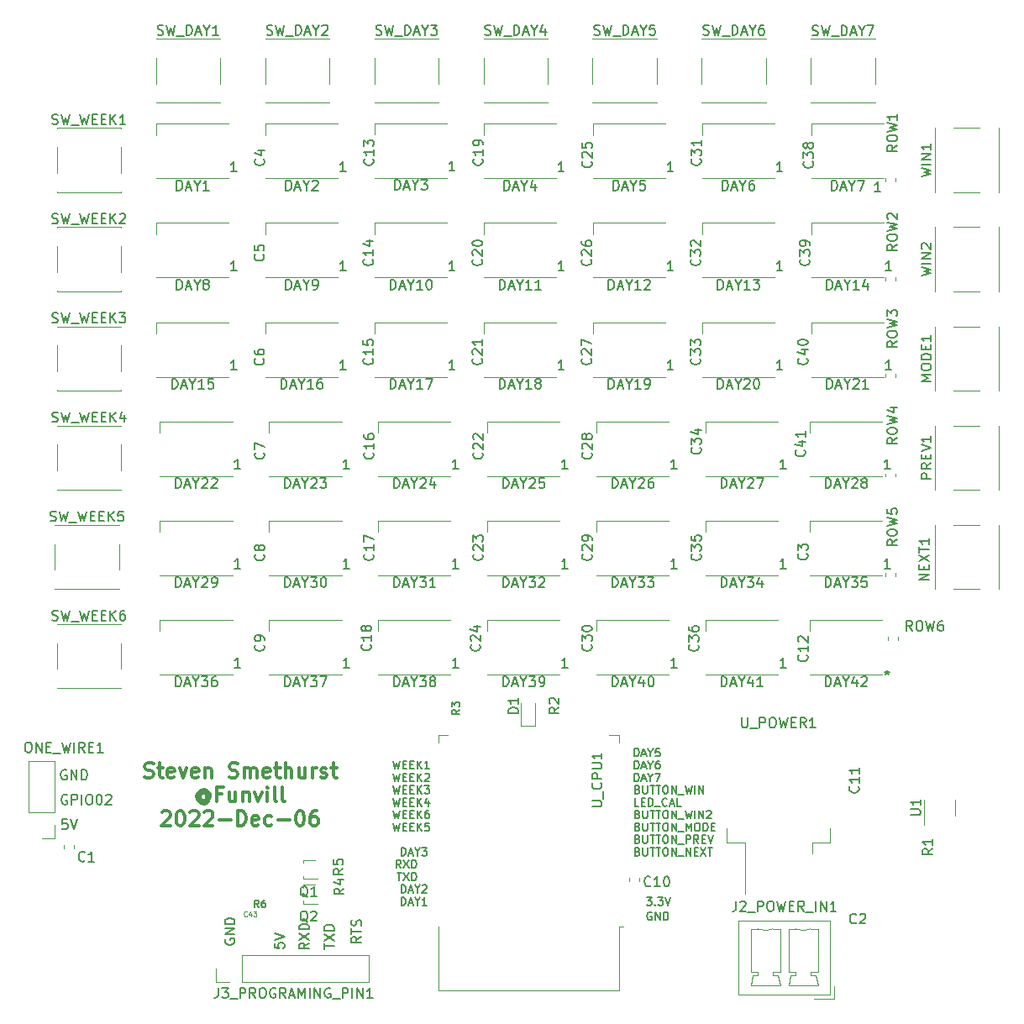
<source format=gto>
G04 #@! TF.GenerationSoftware,KiCad,Pcbnew,(6.0.8)*
G04 #@! TF.CreationDate,2022-12-11T20:06:37-08:00*
G04 #@! TF.ProjectId,EveryDayCalendarSingleMonth,45766572-7944-4617-9943-616c656e6461,rev?*
G04 #@! TF.SameCoordinates,Original*
G04 #@! TF.FileFunction,Legend,Top*
G04 #@! TF.FilePolarity,Positive*
%FSLAX46Y46*%
G04 Gerber Fmt 4.6, Leading zero omitted, Abs format (unit mm)*
G04 Created by KiCad (PCBNEW (6.0.8)) date 2022-12-11 20:06:37*
%MOMM*%
%LPD*%
G01*
G04 APERTURE LIST*
%ADD10C,0.150000*%
%ADD11C,0.300000*%
%ADD12C,0.125000*%
%ADD13C,0.120000*%
G04 APERTURE END LIST*
D10*
X112304642Y-123442857D02*
X112418928Y-123480952D01*
X112457023Y-123519047D01*
X112495119Y-123595238D01*
X112495119Y-123709523D01*
X112457023Y-123785714D01*
X112418928Y-123823809D01*
X112342738Y-123861904D01*
X112037976Y-123861904D01*
X112037976Y-123061904D01*
X112304642Y-123061904D01*
X112380833Y-123100000D01*
X112418928Y-123138095D01*
X112457023Y-123214285D01*
X112457023Y-123290476D01*
X112418928Y-123366666D01*
X112380833Y-123404761D01*
X112304642Y-123442857D01*
X112037976Y-123442857D01*
X112837976Y-123061904D02*
X112837976Y-123709523D01*
X112876071Y-123785714D01*
X112914166Y-123823809D01*
X112990357Y-123861904D01*
X113142738Y-123861904D01*
X113218928Y-123823809D01*
X113257023Y-123785714D01*
X113295119Y-123709523D01*
X113295119Y-123061904D01*
X113561785Y-123061904D02*
X114018928Y-123061904D01*
X113790357Y-123861904D02*
X113790357Y-123061904D01*
X114171309Y-123061904D02*
X114628452Y-123061904D01*
X114399880Y-123861904D02*
X114399880Y-123061904D01*
X115047500Y-123061904D02*
X115199880Y-123061904D01*
X115276071Y-123100000D01*
X115352261Y-123176190D01*
X115390357Y-123328571D01*
X115390357Y-123595238D01*
X115352261Y-123747619D01*
X115276071Y-123823809D01*
X115199880Y-123861904D01*
X115047500Y-123861904D01*
X114971309Y-123823809D01*
X114895119Y-123747619D01*
X114857023Y-123595238D01*
X114857023Y-123328571D01*
X114895119Y-123176190D01*
X114971309Y-123100000D01*
X115047500Y-123061904D01*
X115733214Y-123861904D02*
X115733214Y-123061904D01*
X116190357Y-123861904D01*
X116190357Y-123061904D01*
X116380833Y-123938095D02*
X116990357Y-123938095D01*
X117180833Y-123861904D02*
X117180833Y-123061904D01*
X117485595Y-123061904D01*
X117561785Y-123100000D01*
X117599880Y-123138095D01*
X117637976Y-123214285D01*
X117637976Y-123328571D01*
X117599880Y-123404761D01*
X117561785Y-123442857D01*
X117485595Y-123480952D01*
X117180833Y-123480952D01*
X118437976Y-123861904D02*
X118171309Y-123480952D01*
X117980833Y-123861904D02*
X117980833Y-123061904D01*
X118285595Y-123061904D01*
X118361785Y-123100000D01*
X118399880Y-123138095D01*
X118437976Y-123214285D01*
X118437976Y-123328571D01*
X118399880Y-123404761D01*
X118361785Y-123442857D01*
X118285595Y-123480952D01*
X117980833Y-123480952D01*
X118780833Y-123442857D02*
X119047500Y-123442857D01*
X119161785Y-123861904D02*
X118780833Y-123861904D01*
X118780833Y-123061904D01*
X119161785Y-123061904D01*
X119390357Y-123061904D02*
X119657023Y-123861904D01*
X119923690Y-123061904D01*
X113707023Y-130850000D02*
X113630833Y-130811904D01*
X113516547Y-130811904D01*
X113402261Y-130850000D01*
X113326071Y-130926190D01*
X113287976Y-131002380D01*
X113249880Y-131154761D01*
X113249880Y-131269047D01*
X113287976Y-131421428D01*
X113326071Y-131497619D01*
X113402261Y-131573809D01*
X113516547Y-131611904D01*
X113592738Y-131611904D01*
X113707023Y-131573809D01*
X113745119Y-131535714D01*
X113745119Y-131269047D01*
X113592738Y-131269047D01*
X114087976Y-131611904D02*
X114087976Y-130811904D01*
X114545119Y-131611904D01*
X114545119Y-130811904D01*
X114926071Y-131611904D02*
X114926071Y-130811904D01*
X115116547Y-130811904D01*
X115230833Y-130850000D01*
X115307023Y-130926190D01*
X115345119Y-131002380D01*
X115383214Y-131154761D01*
X115383214Y-131269047D01*
X115345119Y-131421428D01*
X115307023Y-131497619D01*
X115230833Y-131573809D01*
X115116547Y-131611904D01*
X114926071Y-131611904D01*
X111973809Y-115111904D02*
X111973809Y-114311904D01*
X112164285Y-114311904D01*
X112278571Y-114350000D01*
X112354761Y-114426190D01*
X112392857Y-114502380D01*
X112430952Y-114654761D01*
X112430952Y-114769047D01*
X112392857Y-114921428D01*
X112354761Y-114997619D01*
X112278571Y-115073809D01*
X112164285Y-115111904D01*
X111973809Y-115111904D01*
X112735714Y-114883333D02*
X113116666Y-114883333D01*
X112659523Y-115111904D02*
X112926190Y-114311904D01*
X113192857Y-115111904D01*
X113611904Y-114730952D02*
X113611904Y-115111904D01*
X113345238Y-114311904D02*
X113611904Y-114730952D01*
X113878571Y-114311904D01*
X114526190Y-114311904D02*
X114145238Y-114311904D01*
X114107142Y-114692857D01*
X114145238Y-114654761D01*
X114221428Y-114616666D01*
X114411904Y-114616666D01*
X114488095Y-114654761D01*
X114526190Y-114692857D01*
X114564285Y-114769047D01*
X114564285Y-114959523D01*
X114526190Y-115035714D01*
X114488095Y-115073809D01*
X114411904Y-115111904D01*
X114221428Y-115111904D01*
X114145238Y-115073809D01*
X114107142Y-115035714D01*
X88473809Y-125111904D02*
X88473809Y-124311904D01*
X88664285Y-124311904D01*
X88778571Y-124350000D01*
X88854761Y-124426190D01*
X88892857Y-124502380D01*
X88930952Y-124654761D01*
X88930952Y-124769047D01*
X88892857Y-124921428D01*
X88854761Y-124997619D01*
X88778571Y-125073809D01*
X88664285Y-125111904D01*
X88473809Y-125111904D01*
X89235714Y-124883333D02*
X89616666Y-124883333D01*
X89159523Y-125111904D02*
X89426190Y-124311904D01*
X89692857Y-125111904D01*
X90111904Y-124730952D02*
X90111904Y-125111904D01*
X89845238Y-124311904D02*
X90111904Y-124730952D01*
X90378571Y-124311904D01*
X90569047Y-124311904D02*
X91064285Y-124311904D01*
X90797619Y-124616666D01*
X90911904Y-124616666D01*
X90988095Y-124654761D01*
X91026190Y-124692857D01*
X91064285Y-124769047D01*
X91064285Y-124959523D01*
X91026190Y-125035714D01*
X90988095Y-125073809D01*
X90911904Y-125111904D01*
X90683333Y-125111904D01*
X90607142Y-125073809D01*
X90569047Y-125035714D01*
X112304642Y-120942857D02*
X112418928Y-120980952D01*
X112457023Y-121019047D01*
X112495119Y-121095238D01*
X112495119Y-121209523D01*
X112457023Y-121285714D01*
X112418928Y-121323809D01*
X112342738Y-121361904D01*
X112037976Y-121361904D01*
X112037976Y-120561904D01*
X112304642Y-120561904D01*
X112380833Y-120600000D01*
X112418928Y-120638095D01*
X112457023Y-120714285D01*
X112457023Y-120790476D01*
X112418928Y-120866666D01*
X112380833Y-120904761D01*
X112304642Y-120942857D01*
X112037976Y-120942857D01*
X112837976Y-120561904D02*
X112837976Y-121209523D01*
X112876071Y-121285714D01*
X112914166Y-121323809D01*
X112990357Y-121361904D01*
X113142738Y-121361904D01*
X113218928Y-121323809D01*
X113257023Y-121285714D01*
X113295119Y-121209523D01*
X113295119Y-120561904D01*
X113561785Y-120561904D02*
X114018928Y-120561904D01*
X113790357Y-121361904D02*
X113790357Y-120561904D01*
X114171309Y-120561904D02*
X114628452Y-120561904D01*
X114399880Y-121361904D02*
X114399880Y-120561904D01*
X115047500Y-120561904D02*
X115199880Y-120561904D01*
X115276071Y-120600000D01*
X115352261Y-120676190D01*
X115390357Y-120828571D01*
X115390357Y-121095238D01*
X115352261Y-121247619D01*
X115276071Y-121323809D01*
X115199880Y-121361904D01*
X115047500Y-121361904D01*
X114971309Y-121323809D01*
X114895119Y-121247619D01*
X114857023Y-121095238D01*
X114857023Y-120828571D01*
X114895119Y-120676190D01*
X114971309Y-120600000D01*
X115047500Y-120561904D01*
X115733214Y-121361904D02*
X115733214Y-120561904D01*
X116190357Y-121361904D01*
X116190357Y-120561904D01*
X116380833Y-121438095D02*
X116990357Y-121438095D01*
X117104642Y-120561904D02*
X117295119Y-121361904D01*
X117447500Y-120790476D01*
X117599880Y-121361904D01*
X117790357Y-120561904D01*
X118095119Y-121361904D02*
X118095119Y-120561904D01*
X118476071Y-121361904D02*
X118476071Y-120561904D01*
X118933214Y-121361904D01*
X118933214Y-120561904D01*
X119276071Y-120638095D02*
X119314166Y-120600000D01*
X119390357Y-120561904D01*
X119580833Y-120561904D01*
X119657023Y-120600000D01*
X119695119Y-120638095D01*
X119733214Y-120714285D01*
X119733214Y-120790476D01*
X119695119Y-120904761D01*
X119237976Y-121361904D01*
X119733214Y-121361904D01*
X87652380Y-120561904D02*
X87842857Y-121361904D01*
X87995238Y-120790476D01*
X88147619Y-121361904D01*
X88338095Y-120561904D01*
X88642857Y-120942857D02*
X88909523Y-120942857D01*
X89023809Y-121361904D02*
X88642857Y-121361904D01*
X88642857Y-120561904D01*
X89023809Y-120561904D01*
X89366666Y-120942857D02*
X89633333Y-120942857D01*
X89747619Y-121361904D02*
X89366666Y-121361904D01*
X89366666Y-120561904D01*
X89747619Y-120561904D01*
X90090476Y-121361904D02*
X90090476Y-120561904D01*
X90547619Y-121361904D02*
X90204761Y-120904761D01*
X90547619Y-120561904D02*
X90090476Y-121019047D01*
X91233333Y-120561904D02*
X91080952Y-120561904D01*
X91004761Y-120600000D01*
X90966666Y-120638095D01*
X90890476Y-120752380D01*
X90852380Y-120904761D01*
X90852380Y-121209523D01*
X90890476Y-121285714D01*
X90928571Y-121323809D01*
X91004761Y-121361904D01*
X91157142Y-121361904D01*
X91233333Y-121323809D01*
X91271428Y-121285714D01*
X91309523Y-121209523D01*
X91309523Y-121019047D01*
X91271428Y-120942857D01*
X91233333Y-120904761D01*
X91157142Y-120866666D01*
X91004761Y-120866666D01*
X90928571Y-120904761D01*
X90890476Y-120942857D01*
X90852380Y-121019047D01*
X87652380Y-116811904D02*
X87842857Y-117611904D01*
X87995238Y-117040476D01*
X88147619Y-117611904D01*
X88338095Y-116811904D01*
X88642857Y-117192857D02*
X88909523Y-117192857D01*
X89023809Y-117611904D02*
X88642857Y-117611904D01*
X88642857Y-116811904D01*
X89023809Y-116811904D01*
X89366666Y-117192857D02*
X89633333Y-117192857D01*
X89747619Y-117611904D02*
X89366666Y-117611904D01*
X89366666Y-116811904D01*
X89747619Y-116811904D01*
X90090476Y-117611904D02*
X90090476Y-116811904D01*
X90547619Y-117611904D02*
X90204761Y-117154761D01*
X90547619Y-116811904D02*
X90090476Y-117269047D01*
X90852380Y-116888095D02*
X90890476Y-116850000D01*
X90966666Y-116811904D01*
X91157142Y-116811904D01*
X91233333Y-116850000D01*
X91271428Y-116888095D01*
X91309523Y-116964285D01*
X91309523Y-117040476D01*
X91271428Y-117154761D01*
X90814285Y-117611904D01*
X91309523Y-117611904D01*
X88438214Y-126361904D02*
X88171547Y-125980952D01*
X87981071Y-126361904D02*
X87981071Y-125561904D01*
X88285833Y-125561904D01*
X88362023Y-125600000D01*
X88400119Y-125638095D01*
X88438214Y-125714285D01*
X88438214Y-125828571D01*
X88400119Y-125904761D01*
X88362023Y-125942857D01*
X88285833Y-125980952D01*
X87981071Y-125980952D01*
X88704880Y-125561904D02*
X89238214Y-126361904D01*
X89238214Y-125561904D02*
X88704880Y-126361904D01*
X89542976Y-126361904D02*
X89542976Y-125561904D01*
X89733452Y-125561904D01*
X89847738Y-125600000D01*
X89923928Y-125676190D01*
X89962023Y-125752380D01*
X90000119Y-125904761D01*
X90000119Y-126019047D01*
X89962023Y-126171428D01*
X89923928Y-126247619D01*
X89847738Y-126323809D01*
X89733452Y-126361904D01*
X89542976Y-126361904D01*
X88473809Y-130111904D02*
X88473809Y-129311904D01*
X88664285Y-129311904D01*
X88778571Y-129350000D01*
X88854761Y-129426190D01*
X88892857Y-129502380D01*
X88930952Y-129654761D01*
X88930952Y-129769047D01*
X88892857Y-129921428D01*
X88854761Y-129997619D01*
X88778571Y-130073809D01*
X88664285Y-130111904D01*
X88473809Y-130111904D01*
X89235714Y-129883333D02*
X89616666Y-129883333D01*
X89159523Y-130111904D02*
X89426190Y-129311904D01*
X89692857Y-130111904D01*
X90111904Y-129730952D02*
X90111904Y-130111904D01*
X89845238Y-129311904D02*
X90111904Y-129730952D01*
X90378571Y-129311904D01*
X91064285Y-130111904D02*
X90607142Y-130111904D01*
X90835714Y-130111904D02*
X90835714Y-129311904D01*
X90759523Y-129426190D01*
X90683333Y-129502380D01*
X90607142Y-129540476D01*
X87652380Y-115561904D02*
X87842857Y-116361904D01*
X87995238Y-115790476D01*
X88147619Y-116361904D01*
X88338095Y-115561904D01*
X88642857Y-115942857D02*
X88909523Y-115942857D01*
X89023809Y-116361904D02*
X88642857Y-116361904D01*
X88642857Y-115561904D01*
X89023809Y-115561904D01*
X89366666Y-115942857D02*
X89633333Y-115942857D01*
X89747619Y-116361904D02*
X89366666Y-116361904D01*
X89366666Y-115561904D01*
X89747619Y-115561904D01*
X90090476Y-116361904D02*
X90090476Y-115561904D01*
X90547619Y-116361904D02*
X90204761Y-115904761D01*
X90547619Y-115561904D02*
X90090476Y-116019047D01*
X91309523Y-116361904D02*
X90852380Y-116361904D01*
X91080952Y-116361904D02*
X91080952Y-115561904D01*
X91004761Y-115676190D01*
X90928571Y-115752380D01*
X90852380Y-115790476D01*
X70750000Y-133511904D02*
X70702380Y-133607142D01*
X70702380Y-133750000D01*
X70750000Y-133892857D01*
X70845238Y-133988095D01*
X70940476Y-134035714D01*
X71130952Y-134083333D01*
X71273809Y-134083333D01*
X71464285Y-134035714D01*
X71559523Y-133988095D01*
X71654761Y-133892857D01*
X71702380Y-133750000D01*
X71702380Y-133654761D01*
X71654761Y-133511904D01*
X71607142Y-133464285D01*
X71273809Y-133464285D01*
X71273809Y-133654761D01*
X71702380Y-133035714D02*
X70702380Y-133035714D01*
X71702380Y-132464285D01*
X70702380Y-132464285D01*
X71702380Y-131988095D02*
X70702380Y-131988095D01*
X70702380Y-131750000D01*
X70750000Y-131607142D01*
X70845238Y-131511904D01*
X70940476Y-131464285D01*
X71130952Y-131416666D01*
X71273809Y-131416666D01*
X71464285Y-131464285D01*
X71559523Y-131511904D01*
X71654761Y-131607142D01*
X71702380Y-131750000D01*
X71702380Y-131988095D01*
X54797619Y-119000000D02*
X54702380Y-118952380D01*
X54559523Y-118952380D01*
X54416666Y-119000000D01*
X54321428Y-119095238D01*
X54273809Y-119190476D01*
X54226190Y-119380952D01*
X54226190Y-119523809D01*
X54273809Y-119714285D01*
X54321428Y-119809523D01*
X54416666Y-119904761D01*
X54559523Y-119952380D01*
X54654761Y-119952380D01*
X54797619Y-119904761D01*
X54845238Y-119857142D01*
X54845238Y-119523809D01*
X54654761Y-119523809D01*
X55273809Y-119952380D02*
X55273809Y-118952380D01*
X55654761Y-118952380D01*
X55750000Y-119000000D01*
X55797619Y-119047619D01*
X55845238Y-119142857D01*
X55845238Y-119285714D01*
X55797619Y-119380952D01*
X55750000Y-119428571D01*
X55654761Y-119476190D01*
X55273809Y-119476190D01*
X56273809Y-119952380D02*
X56273809Y-118952380D01*
X56940476Y-118952380D02*
X57130952Y-118952380D01*
X57226190Y-119000000D01*
X57321428Y-119095238D01*
X57369047Y-119285714D01*
X57369047Y-119619047D01*
X57321428Y-119809523D01*
X57226190Y-119904761D01*
X57130952Y-119952380D01*
X56940476Y-119952380D01*
X56845238Y-119904761D01*
X56750000Y-119809523D01*
X56702380Y-119619047D01*
X56702380Y-119285714D01*
X56750000Y-119095238D01*
X56845238Y-119000000D01*
X56940476Y-118952380D01*
X57988095Y-118952380D02*
X58083333Y-118952380D01*
X58178571Y-119000000D01*
X58226190Y-119047619D01*
X58273809Y-119142857D01*
X58321428Y-119333333D01*
X58321428Y-119571428D01*
X58273809Y-119761904D01*
X58226190Y-119857142D01*
X58178571Y-119904761D01*
X58083333Y-119952380D01*
X57988095Y-119952380D01*
X57892857Y-119904761D01*
X57845238Y-119857142D01*
X57797619Y-119761904D01*
X57750000Y-119571428D01*
X57750000Y-119333333D01*
X57797619Y-119142857D01*
X57845238Y-119047619D01*
X57892857Y-119000000D01*
X57988095Y-118952380D01*
X58702380Y-119047619D02*
X58750000Y-119000000D01*
X58845238Y-118952380D01*
X59083333Y-118952380D01*
X59178571Y-119000000D01*
X59226190Y-119047619D01*
X59273809Y-119142857D01*
X59273809Y-119238095D01*
X59226190Y-119380952D01*
X58654761Y-119952380D01*
X59273809Y-119952380D01*
X87652380Y-121811904D02*
X87842857Y-122611904D01*
X87995238Y-122040476D01*
X88147619Y-122611904D01*
X88338095Y-121811904D01*
X88642857Y-122192857D02*
X88909523Y-122192857D01*
X89023809Y-122611904D02*
X88642857Y-122611904D01*
X88642857Y-121811904D01*
X89023809Y-121811904D01*
X89366666Y-122192857D02*
X89633333Y-122192857D01*
X89747619Y-122611904D02*
X89366666Y-122611904D01*
X89366666Y-121811904D01*
X89747619Y-121811904D01*
X90090476Y-122611904D02*
X90090476Y-121811904D01*
X90547619Y-122611904D02*
X90204761Y-122154761D01*
X90547619Y-121811904D02*
X90090476Y-122269047D01*
X91271428Y-121811904D02*
X90890476Y-121811904D01*
X90852380Y-122192857D01*
X90890476Y-122154761D01*
X90966666Y-122116666D01*
X91157142Y-122116666D01*
X91233333Y-122154761D01*
X91271428Y-122192857D01*
X91309523Y-122269047D01*
X91309523Y-122459523D01*
X91271428Y-122535714D01*
X91233333Y-122573809D01*
X91157142Y-122611904D01*
X90966666Y-122611904D01*
X90890476Y-122573809D01*
X90852380Y-122535714D01*
X54809523Y-121452380D02*
X54333333Y-121452380D01*
X54285714Y-121928571D01*
X54333333Y-121880952D01*
X54428571Y-121833333D01*
X54666666Y-121833333D01*
X54761904Y-121880952D01*
X54809523Y-121928571D01*
X54857142Y-122023809D01*
X54857142Y-122261904D01*
X54809523Y-122357142D01*
X54761904Y-122404761D01*
X54666666Y-122452380D01*
X54428571Y-122452380D01*
X54333333Y-122404761D01*
X54285714Y-122357142D01*
X55142857Y-121452380D02*
X55476190Y-122452380D01*
X55809523Y-121452380D01*
X88057261Y-126811904D02*
X88514404Y-126811904D01*
X88285833Y-127611904D02*
X88285833Y-126811904D01*
X88704880Y-126811904D02*
X89238214Y-127611904D01*
X89238214Y-126811904D02*
X88704880Y-127611904D01*
X89542976Y-127611904D02*
X89542976Y-126811904D01*
X89733452Y-126811904D01*
X89847738Y-126850000D01*
X89923928Y-126926190D01*
X89962023Y-127002380D01*
X90000119Y-127154761D01*
X90000119Y-127269047D01*
X89962023Y-127421428D01*
X89923928Y-127497619D01*
X89847738Y-127573809D01*
X89733452Y-127611904D01*
X89542976Y-127611904D01*
X54738095Y-116500000D02*
X54642857Y-116452380D01*
X54500000Y-116452380D01*
X54357142Y-116500000D01*
X54261904Y-116595238D01*
X54214285Y-116690476D01*
X54166666Y-116880952D01*
X54166666Y-117023809D01*
X54214285Y-117214285D01*
X54261904Y-117309523D01*
X54357142Y-117404761D01*
X54500000Y-117452380D01*
X54595238Y-117452380D01*
X54738095Y-117404761D01*
X54785714Y-117357142D01*
X54785714Y-117023809D01*
X54595238Y-117023809D01*
X55214285Y-117452380D02*
X55214285Y-116452380D01*
X55785714Y-117452380D01*
X55785714Y-116452380D01*
X56261904Y-117452380D02*
X56261904Y-116452380D01*
X56500000Y-116452380D01*
X56642857Y-116500000D01*
X56738095Y-116595238D01*
X56785714Y-116690476D01*
X56833333Y-116880952D01*
X56833333Y-117023809D01*
X56785714Y-117214285D01*
X56738095Y-117309523D01*
X56642857Y-117404761D01*
X56500000Y-117452380D01*
X56261904Y-117452380D01*
X87652380Y-118061904D02*
X87842857Y-118861904D01*
X87995238Y-118290476D01*
X88147619Y-118861904D01*
X88338095Y-118061904D01*
X88642857Y-118442857D02*
X88909523Y-118442857D01*
X89023809Y-118861904D02*
X88642857Y-118861904D01*
X88642857Y-118061904D01*
X89023809Y-118061904D01*
X89366666Y-118442857D02*
X89633333Y-118442857D01*
X89747619Y-118861904D02*
X89366666Y-118861904D01*
X89366666Y-118061904D01*
X89747619Y-118061904D01*
X90090476Y-118861904D02*
X90090476Y-118061904D01*
X90547619Y-118861904D02*
X90204761Y-118404761D01*
X90547619Y-118061904D02*
X90090476Y-118519047D01*
X90814285Y-118061904D02*
X91309523Y-118061904D01*
X91042857Y-118366666D01*
X91157142Y-118366666D01*
X91233333Y-118404761D01*
X91271428Y-118442857D01*
X91309523Y-118519047D01*
X91309523Y-118709523D01*
X91271428Y-118785714D01*
X91233333Y-118823809D01*
X91157142Y-118861904D01*
X90928571Y-118861904D01*
X90852380Y-118823809D01*
X90814285Y-118785714D01*
X88473809Y-128861904D02*
X88473809Y-128061904D01*
X88664285Y-128061904D01*
X88778571Y-128100000D01*
X88854761Y-128176190D01*
X88892857Y-128252380D01*
X88930952Y-128404761D01*
X88930952Y-128519047D01*
X88892857Y-128671428D01*
X88854761Y-128747619D01*
X88778571Y-128823809D01*
X88664285Y-128861904D01*
X88473809Y-128861904D01*
X89235714Y-128633333D02*
X89616666Y-128633333D01*
X89159523Y-128861904D02*
X89426190Y-128061904D01*
X89692857Y-128861904D01*
X90111904Y-128480952D02*
X90111904Y-128861904D01*
X89845238Y-128061904D02*
X90111904Y-128480952D01*
X90378571Y-128061904D01*
X90607142Y-128138095D02*
X90645238Y-128100000D01*
X90721428Y-128061904D01*
X90911904Y-128061904D01*
X90988095Y-128100000D01*
X91026190Y-128138095D01*
X91064285Y-128214285D01*
X91064285Y-128290476D01*
X91026190Y-128404761D01*
X90569047Y-128861904D01*
X91064285Y-128861904D01*
X84452380Y-133297619D02*
X83976190Y-133630952D01*
X84452380Y-133869047D02*
X83452380Y-133869047D01*
X83452380Y-133488095D01*
X83500000Y-133392857D01*
X83547619Y-133345238D01*
X83642857Y-133297619D01*
X83785714Y-133297619D01*
X83880952Y-133345238D01*
X83928571Y-133392857D01*
X83976190Y-133488095D01*
X83976190Y-133869047D01*
X83452380Y-133011904D02*
X83452380Y-132440476D01*
X84452380Y-132726190D02*
X83452380Y-132726190D01*
X84404761Y-132154761D02*
X84452380Y-132011904D01*
X84452380Y-131773809D01*
X84404761Y-131678571D01*
X84357142Y-131630952D01*
X84261904Y-131583333D01*
X84166666Y-131583333D01*
X84071428Y-131630952D01*
X84023809Y-131678571D01*
X83976190Y-131773809D01*
X83928571Y-131964285D01*
X83880952Y-132059523D01*
X83833333Y-132107142D01*
X83738095Y-132154761D01*
X83642857Y-132154761D01*
X83547619Y-132107142D01*
X83500000Y-132059523D01*
X83452380Y-131964285D01*
X83452380Y-131726190D01*
X83500000Y-131583333D01*
X112304642Y-122192857D02*
X112418928Y-122230952D01*
X112457023Y-122269047D01*
X112495119Y-122345238D01*
X112495119Y-122459523D01*
X112457023Y-122535714D01*
X112418928Y-122573809D01*
X112342738Y-122611904D01*
X112037976Y-122611904D01*
X112037976Y-121811904D01*
X112304642Y-121811904D01*
X112380833Y-121850000D01*
X112418928Y-121888095D01*
X112457023Y-121964285D01*
X112457023Y-122040476D01*
X112418928Y-122116666D01*
X112380833Y-122154761D01*
X112304642Y-122192857D01*
X112037976Y-122192857D01*
X112837976Y-121811904D02*
X112837976Y-122459523D01*
X112876071Y-122535714D01*
X112914166Y-122573809D01*
X112990357Y-122611904D01*
X113142738Y-122611904D01*
X113218928Y-122573809D01*
X113257023Y-122535714D01*
X113295119Y-122459523D01*
X113295119Y-121811904D01*
X113561785Y-121811904D02*
X114018928Y-121811904D01*
X113790357Y-122611904D02*
X113790357Y-121811904D01*
X114171309Y-121811904D02*
X114628452Y-121811904D01*
X114399880Y-122611904D02*
X114399880Y-121811904D01*
X115047500Y-121811904D02*
X115199880Y-121811904D01*
X115276071Y-121850000D01*
X115352261Y-121926190D01*
X115390357Y-122078571D01*
X115390357Y-122345238D01*
X115352261Y-122497619D01*
X115276071Y-122573809D01*
X115199880Y-122611904D01*
X115047500Y-122611904D01*
X114971309Y-122573809D01*
X114895119Y-122497619D01*
X114857023Y-122345238D01*
X114857023Y-122078571D01*
X114895119Y-121926190D01*
X114971309Y-121850000D01*
X115047500Y-121811904D01*
X115733214Y-122611904D02*
X115733214Y-121811904D01*
X116190357Y-122611904D01*
X116190357Y-121811904D01*
X116380833Y-122688095D02*
X116990357Y-122688095D01*
X117180833Y-122611904D02*
X117180833Y-121811904D01*
X117447500Y-122383333D01*
X117714166Y-121811904D01*
X117714166Y-122611904D01*
X118247500Y-121811904D02*
X118399880Y-121811904D01*
X118476071Y-121850000D01*
X118552261Y-121926190D01*
X118590357Y-122078571D01*
X118590357Y-122345238D01*
X118552261Y-122497619D01*
X118476071Y-122573809D01*
X118399880Y-122611904D01*
X118247500Y-122611904D01*
X118171309Y-122573809D01*
X118095119Y-122497619D01*
X118057023Y-122345238D01*
X118057023Y-122078571D01*
X118095119Y-121926190D01*
X118171309Y-121850000D01*
X118247500Y-121811904D01*
X118933214Y-122611904D02*
X118933214Y-121811904D01*
X119123690Y-121811904D01*
X119237976Y-121850000D01*
X119314166Y-121926190D01*
X119352261Y-122002380D01*
X119390357Y-122154761D01*
X119390357Y-122269047D01*
X119352261Y-122421428D01*
X119314166Y-122497619D01*
X119237976Y-122573809D01*
X119123690Y-122611904D01*
X118933214Y-122611904D01*
X119733214Y-122192857D02*
X119999880Y-122192857D01*
X120114166Y-122611904D02*
X119733214Y-122611904D01*
X119733214Y-121811904D01*
X120114166Y-121811904D01*
X112304642Y-124692857D02*
X112418928Y-124730952D01*
X112457023Y-124769047D01*
X112495119Y-124845238D01*
X112495119Y-124959523D01*
X112457023Y-125035714D01*
X112418928Y-125073809D01*
X112342738Y-125111904D01*
X112037976Y-125111904D01*
X112037976Y-124311904D01*
X112304642Y-124311904D01*
X112380833Y-124350000D01*
X112418928Y-124388095D01*
X112457023Y-124464285D01*
X112457023Y-124540476D01*
X112418928Y-124616666D01*
X112380833Y-124654761D01*
X112304642Y-124692857D01*
X112037976Y-124692857D01*
X112837976Y-124311904D02*
X112837976Y-124959523D01*
X112876071Y-125035714D01*
X112914166Y-125073809D01*
X112990357Y-125111904D01*
X113142738Y-125111904D01*
X113218928Y-125073809D01*
X113257023Y-125035714D01*
X113295119Y-124959523D01*
X113295119Y-124311904D01*
X113561785Y-124311904D02*
X114018928Y-124311904D01*
X113790357Y-125111904D02*
X113790357Y-124311904D01*
X114171309Y-124311904D02*
X114628452Y-124311904D01*
X114399880Y-125111904D02*
X114399880Y-124311904D01*
X115047500Y-124311904D02*
X115199880Y-124311904D01*
X115276071Y-124350000D01*
X115352261Y-124426190D01*
X115390357Y-124578571D01*
X115390357Y-124845238D01*
X115352261Y-124997619D01*
X115276071Y-125073809D01*
X115199880Y-125111904D01*
X115047500Y-125111904D01*
X114971309Y-125073809D01*
X114895119Y-124997619D01*
X114857023Y-124845238D01*
X114857023Y-124578571D01*
X114895119Y-124426190D01*
X114971309Y-124350000D01*
X115047500Y-124311904D01*
X115733214Y-125111904D02*
X115733214Y-124311904D01*
X116190357Y-125111904D01*
X116190357Y-124311904D01*
X116380833Y-125188095D02*
X116990357Y-125188095D01*
X117180833Y-125111904D02*
X117180833Y-124311904D01*
X117637976Y-125111904D01*
X117637976Y-124311904D01*
X118018928Y-124692857D02*
X118285595Y-124692857D01*
X118399880Y-125111904D02*
X118018928Y-125111904D01*
X118018928Y-124311904D01*
X118399880Y-124311904D01*
X118666547Y-124311904D02*
X119199880Y-125111904D01*
X119199880Y-124311904D02*
X118666547Y-125111904D01*
X119390357Y-124311904D02*
X119847500Y-124311904D01*
X119618928Y-125111904D02*
X119618928Y-124311904D01*
X112304642Y-118442857D02*
X112418928Y-118480952D01*
X112457023Y-118519047D01*
X112495119Y-118595238D01*
X112495119Y-118709523D01*
X112457023Y-118785714D01*
X112418928Y-118823809D01*
X112342738Y-118861904D01*
X112037976Y-118861904D01*
X112037976Y-118061904D01*
X112304642Y-118061904D01*
X112380833Y-118100000D01*
X112418928Y-118138095D01*
X112457023Y-118214285D01*
X112457023Y-118290476D01*
X112418928Y-118366666D01*
X112380833Y-118404761D01*
X112304642Y-118442857D01*
X112037976Y-118442857D01*
X112837976Y-118061904D02*
X112837976Y-118709523D01*
X112876071Y-118785714D01*
X112914166Y-118823809D01*
X112990357Y-118861904D01*
X113142738Y-118861904D01*
X113218928Y-118823809D01*
X113257023Y-118785714D01*
X113295119Y-118709523D01*
X113295119Y-118061904D01*
X113561785Y-118061904D02*
X114018928Y-118061904D01*
X113790357Y-118861904D02*
X113790357Y-118061904D01*
X114171309Y-118061904D02*
X114628452Y-118061904D01*
X114399880Y-118861904D02*
X114399880Y-118061904D01*
X115047500Y-118061904D02*
X115199880Y-118061904D01*
X115276071Y-118100000D01*
X115352261Y-118176190D01*
X115390357Y-118328571D01*
X115390357Y-118595238D01*
X115352261Y-118747619D01*
X115276071Y-118823809D01*
X115199880Y-118861904D01*
X115047500Y-118861904D01*
X114971309Y-118823809D01*
X114895119Y-118747619D01*
X114857023Y-118595238D01*
X114857023Y-118328571D01*
X114895119Y-118176190D01*
X114971309Y-118100000D01*
X115047500Y-118061904D01*
X115733214Y-118861904D02*
X115733214Y-118061904D01*
X116190357Y-118861904D01*
X116190357Y-118061904D01*
X116380833Y-118938095D02*
X116990357Y-118938095D01*
X117104642Y-118061904D02*
X117295119Y-118861904D01*
X117447500Y-118290476D01*
X117599880Y-118861904D01*
X117790357Y-118061904D01*
X118095119Y-118861904D02*
X118095119Y-118061904D01*
X118476071Y-118861904D02*
X118476071Y-118061904D01*
X118933214Y-118861904D01*
X118933214Y-118061904D01*
X111973809Y-116361904D02*
X111973809Y-115561904D01*
X112164285Y-115561904D01*
X112278571Y-115600000D01*
X112354761Y-115676190D01*
X112392857Y-115752380D01*
X112430952Y-115904761D01*
X112430952Y-116019047D01*
X112392857Y-116171428D01*
X112354761Y-116247619D01*
X112278571Y-116323809D01*
X112164285Y-116361904D01*
X111973809Y-116361904D01*
X112735714Y-116133333D02*
X113116666Y-116133333D01*
X112659523Y-116361904D02*
X112926190Y-115561904D01*
X113192857Y-116361904D01*
X113611904Y-115980952D02*
X113611904Y-116361904D01*
X113345238Y-115561904D02*
X113611904Y-115980952D01*
X113878571Y-115561904D01*
X114488095Y-115561904D02*
X114335714Y-115561904D01*
X114259523Y-115600000D01*
X114221428Y-115638095D01*
X114145238Y-115752380D01*
X114107142Y-115904761D01*
X114107142Y-116209523D01*
X114145238Y-116285714D01*
X114183333Y-116323809D01*
X114259523Y-116361904D01*
X114411904Y-116361904D01*
X114488095Y-116323809D01*
X114526190Y-116285714D01*
X114564285Y-116209523D01*
X114564285Y-116019047D01*
X114526190Y-115942857D01*
X114488095Y-115904761D01*
X114411904Y-115866666D01*
X114259523Y-115866666D01*
X114183333Y-115904761D01*
X114145238Y-115942857D01*
X114107142Y-116019047D01*
X111973809Y-117611904D02*
X111973809Y-116811904D01*
X112164285Y-116811904D01*
X112278571Y-116850000D01*
X112354761Y-116926190D01*
X112392857Y-117002380D01*
X112430952Y-117154761D01*
X112430952Y-117269047D01*
X112392857Y-117421428D01*
X112354761Y-117497619D01*
X112278571Y-117573809D01*
X112164285Y-117611904D01*
X111973809Y-117611904D01*
X112735714Y-117383333D02*
X113116666Y-117383333D01*
X112659523Y-117611904D02*
X112926190Y-116811904D01*
X113192857Y-117611904D01*
X113611904Y-117230952D02*
X113611904Y-117611904D01*
X113345238Y-116811904D02*
X113611904Y-117230952D01*
X113878571Y-116811904D01*
X114069047Y-116811904D02*
X114602380Y-116811904D01*
X114259523Y-117611904D01*
X112418928Y-120111904D02*
X112037976Y-120111904D01*
X112037976Y-119311904D01*
X112685595Y-119692857D02*
X112952261Y-119692857D01*
X113066547Y-120111904D02*
X112685595Y-120111904D01*
X112685595Y-119311904D01*
X113066547Y-119311904D01*
X113409404Y-120111904D02*
X113409404Y-119311904D01*
X113599880Y-119311904D01*
X113714166Y-119350000D01*
X113790357Y-119426190D01*
X113828452Y-119502380D01*
X113866547Y-119654761D01*
X113866547Y-119769047D01*
X113828452Y-119921428D01*
X113790357Y-119997619D01*
X113714166Y-120073809D01*
X113599880Y-120111904D01*
X113409404Y-120111904D01*
X114018928Y-120188095D02*
X114628452Y-120188095D01*
X115276071Y-120035714D02*
X115237976Y-120073809D01*
X115123690Y-120111904D01*
X115047500Y-120111904D01*
X114933214Y-120073809D01*
X114857023Y-119997619D01*
X114818928Y-119921428D01*
X114780833Y-119769047D01*
X114780833Y-119654761D01*
X114818928Y-119502380D01*
X114857023Y-119426190D01*
X114933214Y-119350000D01*
X115047500Y-119311904D01*
X115123690Y-119311904D01*
X115237976Y-119350000D01*
X115276071Y-119388095D01*
X115580833Y-119883333D02*
X115961785Y-119883333D01*
X115504642Y-120111904D02*
X115771309Y-119311904D01*
X116037976Y-120111904D01*
X116685595Y-120111904D02*
X116304642Y-120111904D01*
X116304642Y-119311904D01*
X87652380Y-119311904D02*
X87842857Y-120111904D01*
X87995238Y-119540476D01*
X88147619Y-120111904D01*
X88338095Y-119311904D01*
X88642857Y-119692857D02*
X88909523Y-119692857D01*
X89023809Y-120111904D02*
X88642857Y-120111904D01*
X88642857Y-119311904D01*
X89023809Y-119311904D01*
X89366666Y-119692857D02*
X89633333Y-119692857D01*
X89747619Y-120111904D02*
X89366666Y-120111904D01*
X89366666Y-119311904D01*
X89747619Y-119311904D01*
X90090476Y-120111904D02*
X90090476Y-119311904D01*
X90547619Y-120111904D02*
X90204761Y-119654761D01*
X90547619Y-119311904D02*
X90090476Y-119769047D01*
X91233333Y-119578571D02*
X91233333Y-120111904D01*
X91042857Y-119273809D02*
X90852380Y-119845238D01*
X91347619Y-119845238D01*
X79202380Y-133916666D02*
X78726190Y-134250000D01*
X79202380Y-134488095D02*
X78202380Y-134488095D01*
X78202380Y-134107142D01*
X78250000Y-134011904D01*
X78297619Y-133964285D01*
X78392857Y-133916666D01*
X78535714Y-133916666D01*
X78630952Y-133964285D01*
X78678571Y-134011904D01*
X78726190Y-134107142D01*
X78726190Y-134488095D01*
X78202380Y-133583333D02*
X79202380Y-132916666D01*
X78202380Y-132916666D02*
X79202380Y-133583333D01*
X79202380Y-132535714D02*
X78202380Y-132535714D01*
X78202380Y-132297619D01*
X78250000Y-132154761D01*
X78345238Y-132059523D01*
X78440476Y-132011904D01*
X78630952Y-131964285D01*
X78773809Y-131964285D01*
X78964285Y-132011904D01*
X79059523Y-132059523D01*
X79154761Y-132154761D01*
X79202380Y-132297619D01*
X79202380Y-132535714D01*
D11*
X62642857Y-117192142D02*
X62857142Y-117263571D01*
X63214285Y-117263571D01*
X63357142Y-117192142D01*
X63428571Y-117120714D01*
X63500000Y-116977857D01*
X63500000Y-116835000D01*
X63428571Y-116692142D01*
X63357142Y-116620714D01*
X63214285Y-116549285D01*
X62928571Y-116477857D01*
X62785714Y-116406428D01*
X62714285Y-116335000D01*
X62642857Y-116192142D01*
X62642857Y-116049285D01*
X62714285Y-115906428D01*
X62785714Y-115835000D01*
X62928571Y-115763571D01*
X63285714Y-115763571D01*
X63500000Y-115835000D01*
X63928571Y-116263571D02*
X64500000Y-116263571D01*
X64142857Y-115763571D02*
X64142857Y-117049285D01*
X64214285Y-117192142D01*
X64357142Y-117263571D01*
X64500000Y-117263571D01*
X65571428Y-117192142D02*
X65428571Y-117263571D01*
X65142857Y-117263571D01*
X65000000Y-117192142D01*
X64928571Y-117049285D01*
X64928571Y-116477857D01*
X65000000Y-116335000D01*
X65142857Y-116263571D01*
X65428571Y-116263571D01*
X65571428Y-116335000D01*
X65642857Y-116477857D01*
X65642857Y-116620714D01*
X64928571Y-116763571D01*
X66142857Y-116263571D02*
X66500000Y-117263571D01*
X66857142Y-116263571D01*
X68000000Y-117192142D02*
X67857142Y-117263571D01*
X67571428Y-117263571D01*
X67428571Y-117192142D01*
X67357142Y-117049285D01*
X67357142Y-116477857D01*
X67428571Y-116335000D01*
X67571428Y-116263571D01*
X67857142Y-116263571D01*
X68000000Y-116335000D01*
X68071428Y-116477857D01*
X68071428Y-116620714D01*
X67357142Y-116763571D01*
X68714285Y-116263571D02*
X68714285Y-117263571D01*
X68714285Y-116406428D02*
X68785714Y-116335000D01*
X68928571Y-116263571D01*
X69142857Y-116263571D01*
X69285714Y-116335000D01*
X69357142Y-116477857D01*
X69357142Y-117263571D01*
X71142857Y-117192142D02*
X71357142Y-117263571D01*
X71714285Y-117263571D01*
X71857142Y-117192142D01*
X71928571Y-117120714D01*
X72000000Y-116977857D01*
X72000000Y-116835000D01*
X71928571Y-116692142D01*
X71857142Y-116620714D01*
X71714285Y-116549285D01*
X71428571Y-116477857D01*
X71285714Y-116406428D01*
X71214285Y-116335000D01*
X71142857Y-116192142D01*
X71142857Y-116049285D01*
X71214285Y-115906428D01*
X71285714Y-115835000D01*
X71428571Y-115763571D01*
X71785714Y-115763571D01*
X72000000Y-115835000D01*
X72642857Y-117263571D02*
X72642857Y-116263571D01*
X72642857Y-116406428D02*
X72714285Y-116335000D01*
X72857142Y-116263571D01*
X73071428Y-116263571D01*
X73214285Y-116335000D01*
X73285714Y-116477857D01*
X73285714Y-117263571D01*
X73285714Y-116477857D02*
X73357142Y-116335000D01*
X73500000Y-116263571D01*
X73714285Y-116263571D01*
X73857142Y-116335000D01*
X73928571Y-116477857D01*
X73928571Y-117263571D01*
X75214285Y-117192142D02*
X75071428Y-117263571D01*
X74785714Y-117263571D01*
X74642857Y-117192142D01*
X74571428Y-117049285D01*
X74571428Y-116477857D01*
X74642857Y-116335000D01*
X74785714Y-116263571D01*
X75071428Y-116263571D01*
X75214285Y-116335000D01*
X75285714Y-116477857D01*
X75285714Y-116620714D01*
X74571428Y-116763571D01*
X75714285Y-116263571D02*
X76285714Y-116263571D01*
X75928571Y-115763571D02*
X75928571Y-117049285D01*
X76000000Y-117192142D01*
X76142857Y-117263571D01*
X76285714Y-117263571D01*
X76785714Y-117263571D02*
X76785714Y-115763571D01*
X77428571Y-117263571D02*
X77428571Y-116477857D01*
X77357142Y-116335000D01*
X77214285Y-116263571D01*
X77000000Y-116263571D01*
X76857142Y-116335000D01*
X76785714Y-116406428D01*
X78785714Y-116263571D02*
X78785714Y-117263571D01*
X78142857Y-116263571D02*
X78142857Y-117049285D01*
X78214285Y-117192142D01*
X78357142Y-117263571D01*
X78571428Y-117263571D01*
X78714285Y-117192142D01*
X78785714Y-117120714D01*
X79500000Y-117263571D02*
X79500000Y-116263571D01*
X79500000Y-116549285D02*
X79571428Y-116406428D01*
X79642857Y-116335000D01*
X79785714Y-116263571D01*
X79928571Y-116263571D01*
X80357142Y-117192142D02*
X80500000Y-117263571D01*
X80785714Y-117263571D01*
X80928571Y-117192142D01*
X81000000Y-117049285D01*
X81000000Y-116977857D01*
X80928571Y-116835000D01*
X80785714Y-116763571D01*
X80571428Y-116763571D01*
X80428571Y-116692142D01*
X80357142Y-116549285D01*
X80357142Y-116477857D01*
X80428571Y-116335000D01*
X80571428Y-116263571D01*
X80785714Y-116263571D01*
X80928571Y-116335000D01*
X81428571Y-116263571D02*
X82000000Y-116263571D01*
X81642857Y-115763571D02*
X81642857Y-117049285D01*
X81714285Y-117192142D01*
X81857142Y-117263571D01*
X82000000Y-117263571D01*
X68857142Y-118964285D02*
X68785714Y-118892857D01*
X68642857Y-118821428D01*
X68500000Y-118821428D01*
X68357142Y-118892857D01*
X68285714Y-118964285D01*
X68214285Y-119107142D01*
X68214285Y-119250000D01*
X68285714Y-119392857D01*
X68357142Y-119464285D01*
X68500000Y-119535714D01*
X68642857Y-119535714D01*
X68785714Y-119464285D01*
X68857142Y-119392857D01*
X68857142Y-118821428D02*
X68857142Y-119392857D01*
X68928571Y-119464285D01*
X69000000Y-119464285D01*
X69142857Y-119392857D01*
X69214285Y-119250000D01*
X69214285Y-118892857D01*
X69071428Y-118678571D01*
X68857142Y-118535714D01*
X68571428Y-118464285D01*
X68285714Y-118535714D01*
X68071428Y-118678571D01*
X67928571Y-118892857D01*
X67857142Y-119178571D01*
X67928571Y-119464285D01*
X68071428Y-119678571D01*
X68285714Y-119821428D01*
X68571428Y-119892857D01*
X68857142Y-119821428D01*
X69071428Y-119678571D01*
X70357142Y-118892857D02*
X69857142Y-118892857D01*
X69857142Y-119678571D02*
X69857142Y-118178571D01*
X70571428Y-118178571D01*
X71785714Y-118678571D02*
X71785714Y-119678571D01*
X71142857Y-118678571D02*
X71142857Y-119464285D01*
X71214285Y-119607142D01*
X71357142Y-119678571D01*
X71571428Y-119678571D01*
X71714285Y-119607142D01*
X71785714Y-119535714D01*
X72500000Y-118678571D02*
X72500000Y-119678571D01*
X72500000Y-118821428D02*
X72571428Y-118750000D01*
X72714285Y-118678571D01*
X72928571Y-118678571D01*
X73071428Y-118750000D01*
X73142857Y-118892857D01*
X73142857Y-119678571D01*
X73714285Y-118678571D02*
X74071428Y-119678571D01*
X74428571Y-118678571D01*
X75000000Y-119678571D02*
X75000000Y-118678571D01*
X75000000Y-118178571D02*
X74928571Y-118250000D01*
X75000000Y-118321428D01*
X75071428Y-118250000D01*
X75000000Y-118178571D01*
X75000000Y-118321428D01*
X75928571Y-119678571D02*
X75785714Y-119607142D01*
X75714285Y-119464285D01*
X75714285Y-118178571D01*
X76714285Y-119678571D02*
X76571428Y-119607142D01*
X76500000Y-119464285D01*
X76500000Y-118178571D01*
X64357142Y-120736428D02*
X64428571Y-120665000D01*
X64571428Y-120593571D01*
X64928571Y-120593571D01*
X65071428Y-120665000D01*
X65142857Y-120736428D01*
X65214285Y-120879285D01*
X65214285Y-121022142D01*
X65142857Y-121236428D01*
X64285714Y-122093571D01*
X65214285Y-122093571D01*
X66142857Y-120593571D02*
X66285714Y-120593571D01*
X66428571Y-120665000D01*
X66499999Y-120736428D01*
X66571428Y-120879285D01*
X66642857Y-121165000D01*
X66642857Y-121522142D01*
X66571428Y-121807857D01*
X66499999Y-121950714D01*
X66428571Y-122022142D01*
X66285714Y-122093571D01*
X66142857Y-122093571D01*
X65999999Y-122022142D01*
X65928571Y-121950714D01*
X65857142Y-121807857D01*
X65785714Y-121522142D01*
X65785714Y-121165000D01*
X65857142Y-120879285D01*
X65928571Y-120736428D01*
X65999999Y-120665000D01*
X66142857Y-120593571D01*
X67214285Y-120736428D02*
X67285714Y-120665000D01*
X67428571Y-120593571D01*
X67785714Y-120593571D01*
X67928571Y-120665000D01*
X68000000Y-120736428D01*
X68071428Y-120879285D01*
X68071428Y-121022142D01*
X68000000Y-121236428D01*
X67142857Y-122093571D01*
X68071428Y-122093571D01*
X68642857Y-120736428D02*
X68714285Y-120665000D01*
X68857142Y-120593571D01*
X69214285Y-120593571D01*
X69357142Y-120665000D01*
X69428571Y-120736428D01*
X69500000Y-120879285D01*
X69500000Y-121022142D01*
X69428571Y-121236428D01*
X68571428Y-122093571D01*
X69500000Y-122093571D01*
X70142857Y-121522142D02*
X71285714Y-121522142D01*
X72000000Y-122093571D02*
X72000000Y-120593571D01*
X72357142Y-120593571D01*
X72571428Y-120665000D01*
X72714285Y-120807857D01*
X72785714Y-120950714D01*
X72857142Y-121236428D01*
X72857142Y-121450714D01*
X72785714Y-121736428D01*
X72714285Y-121879285D01*
X72571428Y-122022142D01*
X72357142Y-122093571D01*
X72000000Y-122093571D01*
X74071428Y-122022142D02*
X73928571Y-122093571D01*
X73642857Y-122093571D01*
X73500000Y-122022142D01*
X73428571Y-121879285D01*
X73428571Y-121307857D01*
X73500000Y-121165000D01*
X73642857Y-121093571D01*
X73928571Y-121093571D01*
X74071428Y-121165000D01*
X74142857Y-121307857D01*
X74142857Y-121450714D01*
X73428571Y-121593571D01*
X75428571Y-122022142D02*
X75285714Y-122093571D01*
X75000000Y-122093571D01*
X74857142Y-122022142D01*
X74785714Y-121950714D01*
X74714285Y-121807857D01*
X74714285Y-121379285D01*
X74785714Y-121236428D01*
X74857142Y-121165000D01*
X75000000Y-121093571D01*
X75285714Y-121093571D01*
X75428571Y-121165000D01*
X76071428Y-121522142D02*
X77214285Y-121522142D01*
X78214285Y-120593571D02*
X78357142Y-120593571D01*
X78500000Y-120665000D01*
X78571428Y-120736428D01*
X78642857Y-120879285D01*
X78714285Y-121165000D01*
X78714285Y-121522142D01*
X78642857Y-121807857D01*
X78571428Y-121950714D01*
X78500000Y-122022142D01*
X78357142Y-122093571D01*
X78214285Y-122093571D01*
X78071428Y-122022142D01*
X78000000Y-121950714D01*
X77928571Y-121807857D01*
X77857142Y-121522142D01*
X77857142Y-121165000D01*
X77928571Y-120879285D01*
X78000000Y-120736428D01*
X78071428Y-120665000D01*
X78214285Y-120593571D01*
X80000000Y-120593571D02*
X79714285Y-120593571D01*
X79571428Y-120665000D01*
X79500000Y-120736428D01*
X79357142Y-120950714D01*
X79285714Y-121236428D01*
X79285714Y-121807857D01*
X79357142Y-121950714D01*
X79428571Y-122022142D01*
X79571428Y-122093571D01*
X79857142Y-122093571D01*
X80000000Y-122022142D01*
X80071428Y-121950714D01*
X80142857Y-121807857D01*
X80142857Y-121450714D01*
X80071428Y-121307857D01*
X80000000Y-121236428D01*
X79857142Y-121165000D01*
X79571428Y-121165000D01*
X79428571Y-121236428D01*
X79357142Y-121307857D01*
X79285714Y-121450714D01*
D10*
X75702380Y-133940476D02*
X75702380Y-134416666D01*
X76178571Y-134464285D01*
X76130952Y-134416666D01*
X76083333Y-134321428D01*
X76083333Y-134083333D01*
X76130952Y-133988095D01*
X76178571Y-133940476D01*
X76273809Y-133892857D01*
X76511904Y-133892857D01*
X76607142Y-133940476D01*
X76654761Y-133988095D01*
X76702380Y-134083333D01*
X76702380Y-134321428D01*
X76654761Y-134416666D01*
X76607142Y-134464285D01*
X75702380Y-133607142D02*
X76702380Y-133273809D01*
X75702380Y-132940476D01*
X80702380Y-134511904D02*
X80702380Y-133940476D01*
X81702380Y-134226190D02*
X80702380Y-134226190D01*
X80702380Y-133702380D02*
X81702380Y-133035714D01*
X80702380Y-133035714D02*
X81702380Y-133702380D01*
X81702380Y-132654761D02*
X80702380Y-132654761D01*
X80702380Y-132416666D01*
X80750000Y-132273809D01*
X80845238Y-132178571D01*
X80940476Y-132130952D01*
X81130952Y-132083333D01*
X81273809Y-132083333D01*
X81464285Y-132130952D01*
X81559523Y-132178571D01*
X81654761Y-132273809D01*
X81702380Y-132416666D01*
X81702380Y-132654761D01*
X113211785Y-129311904D02*
X113707023Y-129311904D01*
X113440357Y-129616666D01*
X113554642Y-129616666D01*
X113630833Y-129654761D01*
X113668928Y-129692857D01*
X113707023Y-129769047D01*
X113707023Y-129959523D01*
X113668928Y-130035714D01*
X113630833Y-130073809D01*
X113554642Y-130111904D01*
X113326071Y-130111904D01*
X113249880Y-130073809D01*
X113211785Y-130035714D01*
X114049880Y-130035714D02*
X114087976Y-130073809D01*
X114049880Y-130111904D01*
X114011785Y-130073809D01*
X114049880Y-130035714D01*
X114049880Y-130111904D01*
X114354642Y-129311904D02*
X114849880Y-129311904D01*
X114583214Y-129616666D01*
X114697500Y-129616666D01*
X114773690Y-129654761D01*
X114811785Y-129692857D01*
X114849880Y-129769047D01*
X114849880Y-129959523D01*
X114811785Y-130035714D01*
X114773690Y-130073809D01*
X114697500Y-130111904D01*
X114468928Y-130111904D01*
X114392738Y-130073809D01*
X114354642Y-130035714D01*
X115078452Y-129311904D02*
X115345119Y-130111904D01*
X115611785Y-129311904D01*
G04 #@! TO.C,C8*
X74607142Y-94751666D02*
X74654761Y-94799285D01*
X74702380Y-94942142D01*
X74702380Y-95037380D01*
X74654761Y-95180238D01*
X74559523Y-95275476D01*
X74464285Y-95323095D01*
X74273809Y-95370714D01*
X74130952Y-95370714D01*
X73940476Y-95323095D01*
X73845238Y-95275476D01*
X73750000Y-95180238D01*
X73702380Y-95037380D01*
X73702380Y-94942142D01*
X73750000Y-94799285D01*
X73797619Y-94751666D01*
X74130952Y-94180238D02*
X74083333Y-94275476D01*
X74035714Y-94323095D01*
X73940476Y-94370714D01*
X73892857Y-94370714D01*
X73797619Y-94323095D01*
X73750000Y-94275476D01*
X73702380Y-94180238D01*
X73702380Y-93989761D01*
X73750000Y-93894523D01*
X73797619Y-93846904D01*
X73892857Y-93799285D01*
X73940476Y-93799285D01*
X74035714Y-93846904D01*
X74083333Y-93894523D01*
X74130952Y-93989761D01*
X74130952Y-94180238D01*
X74178571Y-94275476D01*
X74226190Y-94323095D01*
X74321428Y-94370714D01*
X74511904Y-94370714D01*
X74607142Y-94323095D01*
X74654761Y-94275476D01*
X74702380Y-94180238D01*
X74702380Y-93989761D01*
X74654761Y-93894523D01*
X74607142Y-93846904D01*
X74511904Y-93799285D01*
X74321428Y-93799285D01*
X74226190Y-93846904D01*
X74178571Y-93894523D01*
X74130952Y-93989761D01*
G04 #@! TO.C,C21*
X96557142Y-74992857D02*
X96604761Y-75040476D01*
X96652380Y-75183333D01*
X96652380Y-75278571D01*
X96604761Y-75421428D01*
X96509523Y-75516666D01*
X96414285Y-75564285D01*
X96223809Y-75611904D01*
X96080952Y-75611904D01*
X95890476Y-75564285D01*
X95795238Y-75516666D01*
X95700000Y-75421428D01*
X95652380Y-75278571D01*
X95652380Y-75183333D01*
X95700000Y-75040476D01*
X95747619Y-74992857D01*
X95747619Y-74611904D02*
X95700000Y-74564285D01*
X95652380Y-74469047D01*
X95652380Y-74230952D01*
X95700000Y-74135714D01*
X95747619Y-74088095D01*
X95842857Y-74040476D01*
X95938095Y-74040476D01*
X96080952Y-74088095D01*
X96652380Y-74659523D01*
X96652380Y-74040476D01*
X96652380Y-73088095D02*
X96652380Y-73659523D01*
X96652380Y-73373809D02*
X95652380Y-73373809D01*
X95795238Y-73469047D01*
X95890476Y-73564285D01*
X95938095Y-73659523D01*
G04 #@! TO.C,DAY13*
X120378571Y-68052380D02*
X120378571Y-67052380D01*
X120616666Y-67052380D01*
X120759523Y-67100000D01*
X120854761Y-67195238D01*
X120902380Y-67290476D01*
X120950000Y-67480952D01*
X120950000Y-67623809D01*
X120902380Y-67814285D01*
X120854761Y-67909523D01*
X120759523Y-68004761D01*
X120616666Y-68052380D01*
X120378571Y-68052380D01*
X121330952Y-67766666D02*
X121807142Y-67766666D01*
X121235714Y-68052380D02*
X121569047Y-67052380D01*
X121902380Y-68052380D01*
X122426190Y-67576190D02*
X122426190Y-68052380D01*
X122092857Y-67052380D02*
X122426190Y-67576190D01*
X122759523Y-67052380D01*
X123616666Y-68052380D02*
X123045238Y-68052380D01*
X123330952Y-68052380D02*
X123330952Y-67052380D01*
X123235714Y-67195238D01*
X123140476Y-67290476D01*
X123045238Y-67338095D01*
X123950000Y-67052380D02*
X124569047Y-67052380D01*
X124235714Y-67433333D01*
X124378571Y-67433333D01*
X124473809Y-67480952D01*
X124521428Y-67528571D01*
X124569047Y-67623809D01*
X124569047Y-67861904D01*
X124521428Y-67957142D01*
X124473809Y-68004761D01*
X124378571Y-68052380D01*
X124092857Y-68052380D01*
X123997619Y-68004761D01*
X123950000Y-67957142D01*
X126885714Y-66152380D02*
X126314285Y-66152380D01*
X126600000Y-66152380D02*
X126600000Y-65152380D01*
X126504761Y-65295238D01*
X126409523Y-65390476D01*
X126314285Y-65438095D01*
G04 #@! TO.C,DAY27*
X120741071Y-88052380D02*
X120741071Y-87052380D01*
X120979166Y-87052380D01*
X121122023Y-87100000D01*
X121217261Y-87195238D01*
X121264880Y-87290476D01*
X121312500Y-87480952D01*
X121312500Y-87623809D01*
X121264880Y-87814285D01*
X121217261Y-87909523D01*
X121122023Y-88004761D01*
X120979166Y-88052380D01*
X120741071Y-88052380D01*
X121693452Y-87766666D02*
X122169642Y-87766666D01*
X121598214Y-88052380D02*
X121931547Y-87052380D01*
X122264880Y-88052380D01*
X122788690Y-87576190D02*
X122788690Y-88052380D01*
X122455357Y-87052380D02*
X122788690Y-87576190D01*
X123122023Y-87052380D01*
X123407738Y-87147619D02*
X123455357Y-87100000D01*
X123550595Y-87052380D01*
X123788690Y-87052380D01*
X123883928Y-87100000D01*
X123931547Y-87147619D01*
X123979166Y-87242857D01*
X123979166Y-87338095D01*
X123931547Y-87480952D01*
X123360119Y-88052380D01*
X123979166Y-88052380D01*
X124312500Y-87052380D02*
X124979166Y-87052380D01*
X124550595Y-88052380D01*
X127248214Y-86152380D02*
X126676785Y-86152380D01*
X126962500Y-86152380D02*
X126962500Y-85152380D01*
X126867261Y-85295238D01*
X126772023Y-85390476D01*
X126676785Y-85438095D01*
G04 #@! TO.C,DAY40*
X109741071Y-108052380D02*
X109741071Y-107052380D01*
X109979166Y-107052380D01*
X110122023Y-107100000D01*
X110217261Y-107195238D01*
X110264880Y-107290476D01*
X110312500Y-107480952D01*
X110312500Y-107623809D01*
X110264880Y-107814285D01*
X110217261Y-107909523D01*
X110122023Y-108004761D01*
X109979166Y-108052380D01*
X109741071Y-108052380D01*
X110693452Y-107766666D02*
X111169642Y-107766666D01*
X110598214Y-108052380D02*
X110931547Y-107052380D01*
X111264880Y-108052380D01*
X111788690Y-107576190D02*
X111788690Y-108052380D01*
X111455357Y-107052380D02*
X111788690Y-107576190D01*
X112122023Y-107052380D01*
X112883928Y-107385714D02*
X112883928Y-108052380D01*
X112645833Y-107004761D02*
X112407738Y-107719047D01*
X113026785Y-107719047D01*
X113598214Y-107052380D02*
X113693452Y-107052380D01*
X113788690Y-107100000D01*
X113836309Y-107147619D01*
X113883928Y-107242857D01*
X113931547Y-107433333D01*
X113931547Y-107671428D01*
X113883928Y-107861904D01*
X113836309Y-107957142D01*
X113788690Y-108004761D01*
X113693452Y-108052380D01*
X113598214Y-108052380D01*
X113502976Y-108004761D01*
X113455357Y-107957142D01*
X113407738Y-107861904D01*
X113360119Y-107671428D01*
X113360119Y-107433333D01*
X113407738Y-107242857D01*
X113455357Y-107147619D01*
X113502976Y-107100000D01*
X113598214Y-107052380D01*
X116248214Y-106152380D02*
X115676785Y-106152380D01*
X115962500Y-106152380D02*
X115962500Y-105152380D01*
X115867261Y-105295238D01*
X115772023Y-105390476D01*
X115676785Y-105438095D01*
G04 #@! TO.C,SW_DAY6*
X118928571Y-42354761D02*
X119071428Y-42402380D01*
X119309523Y-42402380D01*
X119404761Y-42354761D01*
X119452380Y-42307142D01*
X119500000Y-42211904D01*
X119500000Y-42116666D01*
X119452380Y-42021428D01*
X119404761Y-41973809D01*
X119309523Y-41926190D01*
X119119047Y-41878571D01*
X119023809Y-41830952D01*
X118976190Y-41783333D01*
X118928571Y-41688095D01*
X118928571Y-41592857D01*
X118976190Y-41497619D01*
X119023809Y-41450000D01*
X119119047Y-41402380D01*
X119357142Y-41402380D01*
X119500000Y-41450000D01*
X119833333Y-41402380D02*
X120071428Y-42402380D01*
X120261904Y-41688095D01*
X120452380Y-42402380D01*
X120690476Y-41402380D01*
X120833333Y-42497619D02*
X121595238Y-42497619D01*
X121833333Y-42402380D02*
X121833333Y-41402380D01*
X122071428Y-41402380D01*
X122214285Y-41450000D01*
X122309523Y-41545238D01*
X122357142Y-41640476D01*
X122404761Y-41830952D01*
X122404761Y-41973809D01*
X122357142Y-42164285D01*
X122309523Y-42259523D01*
X122214285Y-42354761D01*
X122071428Y-42402380D01*
X121833333Y-42402380D01*
X122785714Y-42116666D02*
X123261904Y-42116666D01*
X122690476Y-42402380D02*
X123023809Y-41402380D01*
X123357142Y-42402380D01*
X123880952Y-41926190D02*
X123880952Y-42402380D01*
X123547619Y-41402380D02*
X123880952Y-41926190D01*
X124214285Y-41402380D01*
X124976190Y-41402380D02*
X124785714Y-41402380D01*
X124690476Y-41450000D01*
X124642857Y-41497619D01*
X124547619Y-41640476D01*
X124500000Y-41830952D01*
X124500000Y-42211904D01*
X124547619Y-42307142D01*
X124595238Y-42354761D01*
X124690476Y-42402380D01*
X124880952Y-42402380D01*
X124976190Y-42354761D01*
X125023809Y-42307142D01*
X125071428Y-42211904D01*
X125071428Y-41973809D01*
X125023809Y-41878571D01*
X124976190Y-41830952D01*
X124880952Y-41783333D01*
X124690476Y-41783333D01*
X124595238Y-41830952D01*
X124547619Y-41878571D01*
X124500000Y-41973809D01*
G04 #@! TO.C,SW_DAY3*
X85928571Y-42354761D02*
X86071428Y-42402380D01*
X86309523Y-42402380D01*
X86404761Y-42354761D01*
X86452380Y-42307142D01*
X86500000Y-42211904D01*
X86500000Y-42116666D01*
X86452380Y-42021428D01*
X86404761Y-41973809D01*
X86309523Y-41926190D01*
X86119047Y-41878571D01*
X86023809Y-41830952D01*
X85976190Y-41783333D01*
X85928571Y-41688095D01*
X85928571Y-41592857D01*
X85976190Y-41497619D01*
X86023809Y-41450000D01*
X86119047Y-41402380D01*
X86357142Y-41402380D01*
X86500000Y-41450000D01*
X86833333Y-41402380D02*
X87071428Y-42402380D01*
X87261904Y-41688095D01*
X87452380Y-42402380D01*
X87690476Y-41402380D01*
X87833333Y-42497619D02*
X88595238Y-42497619D01*
X88833333Y-42402380D02*
X88833333Y-41402380D01*
X89071428Y-41402380D01*
X89214285Y-41450000D01*
X89309523Y-41545238D01*
X89357142Y-41640476D01*
X89404761Y-41830952D01*
X89404761Y-41973809D01*
X89357142Y-42164285D01*
X89309523Y-42259523D01*
X89214285Y-42354761D01*
X89071428Y-42402380D01*
X88833333Y-42402380D01*
X89785714Y-42116666D02*
X90261904Y-42116666D01*
X89690476Y-42402380D02*
X90023809Y-41402380D01*
X90357142Y-42402380D01*
X90880952Y-41926190D02*
X90880952Y-42402380D01*
X90547619Y-41402380D02*
X90880952Y-41926190D01*
X91214285Y-41402380D01*
X91452380Y-41402380D02*
X92071428Y-41402380D01*
X91738095Y-41783333D01*
X91880952Y-41783333D01*
X91976190Y-41830952D01*
X92023809Y-41878571D01*
X92071428Y-41973809D01*
X92071428Y-42211904D01*
X92023809Y-42307142D01*
X91976190Y-42354761D01*
X91880952Y-42402380D01*
X91595238Y-42402380D01*
X91500000Y-42354761D01*
X91452380Y-42307142D01*
G04 #@! TO.C,C41*
X129107142Y-84242857D02*
X129154761Y-84290476D01*
X129202380Y-84433333D01*
X129202380Y-84528571D01*
X129154761Y-84671428D01*
X129059523Y-84766666D01*
X128964285Y-84814285D01*
X128773809Y-84861904D01*
X128630952Y-84861904D01*
X128440476Y-84814285D01*
X128345238Y-84766666D01*
X128250000Y-84671428D01*
X128202380Y-84528571D01*
X128202380Y-84433333D01*
X128250000Y-84290476D01*
X128297619Y-84242857D01*
X128535714Y-83385714D02*
X129202380Y-83385714D01*
X128154761Y-83623809D02*
X128869047Y-83861904D01*
X128869047Y-83242857D01*
X129202380Y-82338095D02*
X129202380Y-82909523D01*
X129202380Y-82623809D02*
X128202380Y-82623809D01*
X128345238Y-82719047D01*
X128440476Y-82814285D01*
X128488095Y-82909523D01*
G04 #@! TO.C,C36*
X118357142Y-103857857D02*
X118404761Y-103905476D01*
X118452380Y-104048333D01*
X118452380Y-104143571D01*
X118404761Y-104286428D01*
X118309523Y-104381666D01*
X118214285Y-104429285D01*
X118023809Y-104476904D01*
X117880952Y-104476904D01*
X117690476Y-104429285D01*
X117595238Y-104381666D01*
X117500000Y-104286428D01*
X117452380Y-104143571D01*
X117452380Y-104048333D01*
X117500000Y-103905476D01*
X117547619Y-103857857D01*
X117452380Y-103524523D02*
X117452380Y-102905476D01*
X117833333Y-103238809D01*
X117833333Y-103095952D01*
X117880952Y-103000714D01*
X117928571Y-102953095D01*
X118023809Y-102905476D01*
X118261904Y-102905476D01*
X118357142Y-102953095D01*
X118404761Y-103000714D01*
X118452380Y-103095952D01*
X118452380Y-103381666D01*
X118404761Y-103476904D01*
X118357142Y-103524523D01*
X117452380Y-102048333D02*
X117452380Y-102238809D01*
X117500000Y-102334047D01*
X117547619Y-102381666D01*
X117690476Y-102476904D01*
X117880952Y-102524523D01*
X118261904Y-102524523D01*
X118357142Y-102476904D01*
X118404761Y-102429285D01*
X118452380Y-102334047D01*
X118452380Y-102143571D01*
X118404761Y-102048333D01*
X118357142Y-102000714D01*
X118261904Y-101953095D01*
X118023809Y-101953095D01*
X117928571Y-102000714D01*
X117880952Y-102048333D01*
X117833333Y-102143571D01*
X117833333Y-102334047D01*
X117880952Y-102429285D01*
X117928571Y-102476904D01*
X118023809Y-102524523D01*
G04 #@! TO.C,DAY1*
X65854761Y-58052380D02*
X65854761Y-57052380D01*
X66092857Y-57052380D01*
X66235714Y-57100000D01*
X66330952Y-57195238D01*
X66378571Y-57290476D01*
X66426190Y-57480952D01*
X66426190Y-57623809D01*
X66378571Y-57814285D01*
X66330952Y-57909523D01*
X66235714Y-58004761D01*
X66092857Y-58052380D01*
X65854761Y-58052380D01*
X66807142Y-57766666D02*
X67283333Y-57766666D01*
X66711904Y-58052380D02*
X67045238Y-57052380D01*
X67378571Y-58052380D01*
X67902380Y-57576190D02*
X67902380Y-58052380D01*
X67569047Y-57052380D02*
X67902380Y-57576190D01*
X68235714Y-57052380D01*
X69092857Y-58052380D02*
X68521428Y-58052380D01*
X68807142Y-58052380D02*
X68807142Y-57052380D01*
X68711904Y-57195238D01*
X68616666Y-57290476D01*
X68521428Y-57338095D01*
X71885714Y-56152380D02*
X71314285Y-56152380D01*
X71600000Y-56152380D02*
X71600000Y-55152380D01*
X71504761Y-55295238D01*
X71409523Y-55390476D01*
X71314285Y-55438095D01*
G04 #@! TO.C,NEXT1*
X141702380Y-97321428D02*
X140702380Y-97321428D01*
X141702380Y-96750000D01*
X140702380Y-96750000D01*
X141178571Y-96273809D02*
X141178571Y-95940476D01*
X141702380Y-95797619D02*
X141702380Y-96273809D01*
X140702380Y-96273809D01*
X140702380Y-95797619D01*
X140702380Y-95464285D02*
X141702380Y-94797619D01*
X140702380Y-94797619D02*
X141702380Y-95464285D01*
X140702380Y-94559523D02*
X140702380Y-93988095D01*
X141702380Y-94273809D02*
X140702380Y-94273809D01*
X141702380Y-93130952D02*
X141702380Y-93702380D01*
X141702380Y-93416666D02*
X140702380Y-93416666D01*
X140845238Y-93511904D01*
X140940476Y-93607142D01*
X140988095Y-93702380D01*
G04 #@! TO.C,DAY10*
X87378571Y-68052380D02*
X87378571Y-67052380D01*
X87616666Y-67052380D01*
X87759523Y-67100000D01*
X87854761Y-67195238D01*
X87902380Y-67290476D01*
X87950000Y-67480952D01*
X87950000Y-67623809D01*
X87902380Y-67814285D01*
X87854761Y-67909523D01*
X87759523Y-68004761D01*
X87616666Y-68052380D01*
X87378571Y-68052380D01*
X88330952Y-67766666D02*
X88807142Y-67766666D01*
X88235714Y-68052380D02*
X88569047Y-67052380D01*
X88902380Y-68052380D01*
X89426190Y-67576190D02*
X89426190Y-68052380D01*
X89092857Y-67052380D02*
X89426190Y-67576190D01*
X89759523Y-67052380D01*
X90616666Y-68052380D02*
X90045238Y-68052380D01*
X90330952Y-68052380D02*
X90330952Y-67052380D01*
X90235714Y-67195238D01*
X90140476Y-67290476D01*
X90045238Y-67338095D01*
X91235714Y-67052380D02*
X91330952Y-67052380D01*
X91426190Y-67100000D01*
X91473809Y-67147619D01*
X91521428Y-67242857D01*
X91569047Y-67433333D01*
X91569047Y-67671428D01*
X91521428Y-67861904D01*
X91473809Y-67957142D01*
X91426190Y-68004761D01*
X91330952Y-68052380D01*
X91235714Y-68052380D01*
X91140476Y-68004761D01*
X91092857Y-67957142D01*
X91045238Y-67861904D01*
X90997619Y-67671428D01*
X90997619Y-67433333D01*
X91045238Y-67242857D01*
X91092857Y-67147619D01*
X91140476Y-67100000D01*
X91235714Y-67052380D01*
X93885714Y-66152380D02*
X93314285Y-66152380D01*
X93600000Y-66152380D02*
X93600000Y-65152380D01*
X93504761Y-65295238D01*
X93409523Y-65390476D01*
X93314285Y-65438095D01*
G04 #@! TO.C,C2*
X134333333Y-131857142D02*
X134285714Y-131904761D01*
X134142857Y-131952380D01*
X134047619Y-131952380D01*
X133904761Y-131904761D01*
X133809523Y-131809523D01*
X133761904Y-131714285D01*
X133714285Y-131523809D01*
X133714285Y-131380952D01*
X133761904Y-131190476D01*
X133809523Y-131095238D01*
X133904761Y-131000000D01*
X134047619Y-130952380D01*
X134142857Y-130952380D01*
X134285714Y-131000000D01*
X134333333Y-131047619D01*
X134714285Y-131047619D02*
X134761904Y-131000000D01*
X134857142Y-130952380D01*
X135095238Y-130952380D01*
X135190476Y-131000000D01*
X135238095Y-131047619D01*
X135285714Y-131142857D01*
X135285714Y-131238095D01*
X135238095Y-131380952D01*
X134666666Y-131952380D01*
X135285714Y-131952380D01*
G04 #@! TO.C,DAY2*
X76854761Y-58052380D02*
X76854761Y-57052380D01*
X77092857Y-57052380D01*
X77235714Y-57100000D01*
X77330952Y-57195238D01*
X77378571Y-57290476D01*
X77426190Y-57480952D01*
X77426190Y-57623809D01*
X77378571Y-57814285D01*
X77330952Y-57909523D01*
X77235714Y-58004761D01*
X77092857Y-58052380D01*
X76854761Y-58052380D01*
X77807142Y-57766666D02*
X78283333Y-57766666D01*
X77711904Y-58052380D02*
X78045238Y-57052380D01*
X78378571Y-58052380D01*
X78902380Y-57576190D02*
X78902380Y-58052380D01*
X78569047Y-57052380D02*
X78902380Y-57576190D01*
X79235714Y-57052380D01*
X79521428Y-57147619D02*
X79569047Y-57100000D01*
X79664285Y-57052380D01*
X79902380Y-57052380D01*
X79997619Y-57100000D01*
X80045238Y-57147619D01*
X80092857Y-57242857D01*
X80092857Y-57338095D01*
X80045238Y-57480952D01*
X79473809Y-58052380D01*
X80092857Y-58052380D01*
X82885714Y-56152380D02*
X82314285Y-56152380D01*
X82600000Y-56152380D02*
X82600000Y-55152380D01*
X82504761Y-55295238D01*
X82409523Y-55390476D01*
X82314285Y-55438095D01*
G04 #@! TO.C,C13*
X85607142Y-54892857D02*
X85654761Y-54940476D01*
X85702380Y-55083333D01*
X85702380Y-55178571D01*
X85654761Y-55321428D01*
X85559523Y-55416666D01*
X85464285Y-55464285D01*
X85273809Y-55511904D01*
X85130952Y-55511904D01*
X84940476Y-55464285D01*
X84845238Y-55416666D01*
X84750000Y-55321428D01*
X84702380Y-55178571D01*
X84702380Y-55083333D01*
X84750000Y-54940476D01*
X84797619Y-54892857D01*
X85702380Y-53940476D02*
X85702380Y-54511904D01*
X85702380Y-54226190D02*
X84702380Y-54226190D01*
X84845238Y-54321428D01*
X84940476Y-54416666D01*
X84988095Y-54511904D01*
X84702380Y-53607142D02*
X84702380Y-52988095D01*
X85083333Y-53321428D01*
X85083333Y-53178571D01*
X85130952Y-53083333D01*
X85178571Y-53035714D01*
X85273809Y-52988095D01*
X85511904Y-52988095D01*
X85607142Y-53035714D01*
X85654761Y-53083333D01*
X85702380Y-53178571D01*
X85702380Y-53464285D01*
X85654761Y-53559523D01*
X85607142Y-53607142D01*
G04 #@! TO.C,SW_WEEK3*
X53309523Y-71354761D02*
X53452380Y-71402380D01*
X53690476Y-71402380D01*
X53785714Y-71354761D01*
X53833333Y-71307142D01*
X53880952Y-71211904D01*
X53880952Y-71116666D01*
X53833333Y-71021428D01*
X53785714Y-70973809D01*
X53690476Y-70926190D01*
X53500000Y-70878571D01*
X53404761Y-70830952D01*
X53357142Y-70783333D01*
X53309523Y-70688095D01*
X53309523Y-70592857D01*
X53357142Y-70497619D01*
X53404761Y-70450000D01*
X53500000Y-70402380D01*
X53738095Y-70402380D01*
X53880952Y-70450000D01*
X54214285Y-70402380D02*
X54452380Y-71402380D01*
X54642857Y-70688095D01*
X54833333Y-71402380D01*
X55071428Y-70402380D01*
X55214285Y-71497619D02*
X55976190Y-71497619D01*
X56119047Y-70402380D02*
X56357142Y-71402380D01*
X56547619Y-70688095D01*
X56738095Y-71402380D01*
X56976190Y-70402380D01*
X57357142Y-70878571D02*
X57690476Y-70878571D01*
X57833333Y-71402380D02*
X57357142Y-71402380D01*
X57357142Y-70402380D01*
X57833333Y-70402380D01*
X58261904Y-70878571D02*
X58595238Y-70878571D01*
X58738095Y-71402380D02*
X58261904Y-71402380D01*
X58261904Y-70402380D01*
X58738095Y-70402380D01*
X59166666Y-71402380D02*
X59166666Y-70402380D01*
X59738095Y-71402380D02*
X59309523Y-70830952D01*
X59738095Y-70402380D02*
X59166666Y-70973809D01*
X60071428Y-70402380D02*
X60690476Y-70402380D01*
X60357142Y-70783333D01*
X60500000Y-70783333D01*
X60595238Y-70830952D01*
X60642857Y-70878571D01*
X60690476Y-70973809D01*
X60690476Y-71211904D01*
X60642857Y-71307142D01*
X60595238Y-71354761D01*
X60500000Y-71402380D01*
X60214285Y-71402380D01*
X60119047Y-71354761D01*
X60071428Y-71307142D01*
G04 #@! TO.C,C38*
X129919642Y-55157857D02*
X129967261Y-55205476D01*
X130014880Y-55348333D01*
X130014880Y-55443571D01*
X129967261Y-55586428D01*
X129872023Y-55681666D01*
X129776785Y-55729285D01*
X129586309Y-55776904D01*
X129443452Y-55776904D01*
X129252976Y-55729285D01*
X129157738Y-55681666D01*
X129062500Y-55586428D01*
X129014880Y-55443571D01*
X129014880Y-55348333D01*
X129062500Y-55205476D01*
X129110119Y-55157857D01*
X129014880Y-54824523D02*
X129014880Y-54205476D01*
X129395833Y-54538809D01*
X129395833Y-54395952D01*
X129443452Y-54300714D01*
X129491071Y-54253095D01*
X129586309Y-54205476D01*
X129824404Y-54205476D01*
X129919642Y-54253095D01*
X129967261Y-54300714D01*
X130014880Y-54395952D01*
X130014880Y-54681666D01*
X129967261Y-54776904D01*
X129919642Y-54824523D01*
X129443452Y-53634047D02*
X129395833Y-53729285D01*
X129348214Y-53776904D01*
X129252976Y-53824523D01*
X129205357Y-53824523D01*
X129110119Y-53776904D01*
X129062500Y-53729285D01*
X129014880Y-53634047D01*
X129014880Y-53443571D01*
X129062500Y-53348333D01*
X129110119Y-53300714D01*
X129205357Y-53253095D01*
X129252976Y-53253095D01*
X129348214Y-53300714D01*
X129395833Y-53348333D01*
X129443452Y-53443571D01*
X129443452Y-53634047D01*
X129491071Y-53729285D01*
X129538690Y-53776904D01*
X129633928Y-53824523D01*
X129824404Y-53824523D01*
X129919642Y-53776904D01*
X129967261Y-53729285D01*
X130014880Y-53634047D01*
X130014880Y-53443571D01*
X129967261Y-53348333D01*
X129919642Y-53300714D01*
X129824404Y-53253095D01*
X129633928Y-53253095D01*
X129538690Y-53300714D01*
X129491071Y-53348333D01*
X129443452Y-53443571D01*
G04 #@! TO.C,DAY22*
X65741071Y-88052380D02*
X65741071Y-87052380D01*
X65979166Y-87052380D01*
X66122023Y-87100000D01*
X66217261Y-87195238D01*
X66264880Y-87290476D01*
X66312500Y-87480952D01*
X66312500Y-87623809D01*
X66264880Y-87814285D01*
X66217261Y-87909523D01*
X66122023Y-88004761D01*
X65979166Y-88052380D01*
X65741071Y-88052380D01*
X66693452Y-87766666D02*
X67169642Y-87766666D01*
X66598214Y-88052380D02*
X66931547Y-87052380D01*
X67264880Y-88052380D01*
X67788690Y-87576190D02*
X67788690Y-88052380D01*
X67455357Y-87052380D02*
X67788690Y-87576190D01*
X68122023Y-87052380D01*
X68407738Y-87147619D02*
X68455357Y-87100000D01*
X68550595Y-87052380D01*
X68788690Y-87052380D01*
X68883928Y-87100000D01*
X68931547Y-87147619D01*
X68979166Y-87242857D01*
X68979166Y-87338095D01*
X68931547Y-87480952D01*
X68360119Y-88052380D01*
X68979166Y-88052380D01*
X69360119Y-87147619D02*
X69407738Y-87100000D01*
X69502976Y-87052380D01*
X69741071Y-87052380D01*
X69836309Y-87100000D01*
X69883928Y-87147619D01*
X69931547Y-87242857D01*
X69931547Y-87338095D01*
X69883928Y-87480952D01*
X69312500Y-88052380D01*
X69931547Y-88052380D01*
X72248214Y-86152380D02*
X71676785Y-86152380D01*
X71962500Y-86152380D02*
X71962500Y-85152380D01*
X71867261Y-85295238D01*
X71772023Y-85390476D01*
X71676785Y-85438095D01*
G04 #@! TO.C,C23*
X96607142Y-94727857D02*
X96654761Y-94775476D01*
X96702380Y-94918333D01*
X96702380Y-95013571D01*
X96654761Y-95156428D01*
X96559523Y-95251666D01*
X96464285Y-95299285D01*
X96273809Y-95346904D01*
X96130952Y-95346904D01*
X95940476Y-95299285D01*
X95845238Y-95251666D01*
X95750000Y-95156428D01*
X95702380Y-95013571D01*
X95702380Y-94918333D01*
X95750000Y-94775476D01*
X95797619Y-94727857D01*
X95797619Y-94346904D02*
X95750000Y-94299285D01*
X95702380Y-94204047D01*
X95702380Y-93965952D01*
X95750000Y-93870714D01*
X95797619Y-93823095D01*
X95892857Y-93775476D01*
X95988095Y-93775476D01*
X96130952Y-93823095D01*
X96702380Y-94394523D01*
X96702380Y-93775476D01*
X95702380Y-93442142D02*
X95702380Y-92823095D01*
X96083333Y-93156428D01*
X96083333Y-93013571D01*
X96130952Y-92918333D01*
X96178571Y-92870714D01*
X96273809Y-92823095D01*
X96511904Y-92823095D01*
X96607142Y-92870714D01*
X96654761Y-92918333D01*
X96702380Y-93013571D01*
X96702380Y-93299285D01*
X96654761Y-93394523D01*
X96607142Y-93442142D01*
G04 #@! TO.C,PREV1*
X141877380Y-87119047D02*
X140877380Y-87119047D01*
X140877380Y-86738095D01*
X140925000Y-86642857D01*
X140972619Y-86595238D01*
X141067857Y-86547619D01*
X141210714Y-86547619D01*
X141305952Y-86595238D01*
X141353571Y-86642857D01*
X141401190Y-86738095D01*
X141401190Y-87119047D01*
X141877380Y-85547619D02*
X141401190Y-85880952D01*
X141877380Y-86119047D02*
X140877380Y-86119047D01*
X140877380Y-85738095D01*
X140925000Y-85642857D01*
X140972619Y-85595238D01*
X141067857Y-85547619D01*
X141210714Y-85547619D01*
X141305952Y-85595238D01*
X141353571Y-85642857D01*
X141401190Y-85738095D01*
X141401190Y-86119047D01*
X141353571Y-85119047D02*
X141353571Y-84785714D01*
X141877380Y-84642857D02*
X141877380Y-85119047D01*
X140877380Y-85119047D01*
X140877380Y-84642857D01*
X140877380Y-84357142D02*
X141877380Y-84023809D01*
X140877380Y-83690476D01*
X141877380Y-82833333D02*
X141877380Y-83404761D01*
X141877380Y-83119047D02*
X140877380Y-83119047D01*
X141020238Y-83214285D01*
X141115476Y-83309523D01*
X141163095Y-83404761D01*
G04 #@! TO.C,DAY34*
X120741071Y-98052380D02*
X120741071Y-97052380D01*
X120979166Y-97052380D01*
X121122023Y-97100000D01*
X121217261Y-97195238D01*
X121264880Y-97290476D01*
X121312500Y-97480952D01*
X121312500Y-97623809D01*
X121264880Y-97814285D01*
X121217261Y-97909523D01*
X121122023Y-98004761D01*
X120979166Y-98052380D01*
X120741071Y-98052380D01*
X121693452Y-97766666D02*
X122169642Y-97766666D01*
X121598214Y-98052380D02*
X121931547Y-97052380D01*
X122264880Y-98052380D01*
X122788690Y-97576190D02*
X122788690Y-98052380D01*
X122455357Y-97052380D02*
X122788690Y-97576190D01*
X123122023Y-97052380D01*
X123360119Y-97052380D02*
X123979166Y-97052380D01*
X123645833Y-97433333D01*
X123788690Y-97433333D01*
X123883928Y-97480952D01*
X123931547Y-97528571D01*
X123979166Y-97623809D01*
X123979166Y-97861904D01*
X123931547Y-97957142D01*
X123883928Y-98004761D01*
X123788690Y-98052380D01*
X123502976Y-98052380D01*
X123407738Y-98004761D01*
X123360119Y-97957142D01*
X124836309Y-97385714D02*
X124836309Y-98052380D01*
X124598214Y-97004761D02*
X124360119Y-97719047D01*
X124979166Y-97719047D01*
X127248214Y-96152380D02*
X126676785Y-96152380D01*
X126962500Y-96152380D02*
X126962500Y-95152380D01*
X126867261Y-95295238D01*
X126772023Y-95390476D01*
X126676785Y-95438095D01*
G04 #@! TO.C,U_CPU1*
X107702380Y-120166666D02*
X108511904Y-120166666D01*
X108607142Y-120119047D01*
X108654761Y-120071428D01*
X108702380Y-119976190D01*
X108702380Y-119785714D01*
X108654761Y-119690476D01*
X108607142Y-119642857D01*
X108511904Y-119595238D01*
X107702380Y-119595238D01*
X108797619Y-119357142D02*
X108797619Y-118595238D01*
X108607142Y-117785714D02*
X108654761Y-117833333D01*
X108702380Y-117976190D01*
X108702380Y-118071428D01*
X108654761Y-118214285D01*
X108559523Y-118309523D01*
X108464285Y-118357142D01*
X108273809Y-118404761D01*
X108130952Y-118404761D01*
X107940476Y-118357142D01*
X107845238Y-118309523D01*
X107750000Y-118214285D01*
X107702380Y-118071428D01*
X107702380Y-117976190D01*
X107750000Y-117833333D01*
X107797619Y-117785714D01*
X108702380Y-117357142D02*
X107702380Y-117357142D01*
X107702380Y-116976190D01*
X107750000Y-116880952D01*
X107797619Y-116833333D01*
X107892857Y-116785714D01*
X108035714Y-116785714D01*
X108130952Y-116833333D01*
X108178571Y-116880952D01*
X108226190Y-116976190D01*
X108226190Y-117357142D01*
X107702380Y-116357142D02*
X108511904Y-116357142D01*
X108607142Y-116309523D01*
X108654761Y-116261904D01*
X108702380Y-116166666D01*
X108702380Y-115976190D01*
X108654761Y-115880952D01*
X108607142Y-115833333D01*
X108511904Y-115785714D01*
X107702380Y-115785714D01*
X108702380Y-114785714D02*
X108702380Y-115357142D01*
X108702380Y-115071428D02*
X107702380Y-115071428D01*
X107845238Y-115166666D01*
X107940476Y-115261904D01*
X107988095Y-115357142D01*
G04 #@! TO.C,C39*
X129557142Y-64992857D02*
X129604761Y-65040476D01*
X129652380Y-65183333D01*
X129652380Y-65278571D01*
X129604761Y-65421428D01*
X129509523Y-65516666D01*
X129414285Y-65564285D01*
X129223809Y-65611904D01*
X129080952Y-65611904D01*
X128890476Y-65564285D01*
X128795238Y-65516666D01*
X128700000Y-65421428D01*
X128652380Y-65278571D01*
X128652380Y-65183333D01*
X128700000Y-65040476D01*
X128747619Y-64992857D01*
X128652380Y-64659523D02*
X128652380Y-64040476D01*
X129033333Y-64373809D01*
X129033333Y-64230952D01*
X129080952Y-64135714D01*
X129128571Y-64088095D01*
X129223809Y-64040476D01*
X129461904Y-64040476D01*
X129557142Y-64088095D01*
X129604761Y-64135714D01*
X129652380Y-64230952D01*
X129652380Y-64516666D01*
X129604761Y-64611904D01*
X129557142Y-64659523D01*
X129652380Y-63564285D02*
X129652380Y-63373809D01*
X129604761Y-63278571D01*
X129557142Y-63230952D01*
X129414285Y-63135714D01*
X129223809Y-63088095D01*
X128842857Y-63088095D01*
X128747619Y-63135714D01*
X128700000Y-63183333D01*
X128652380Y-63278571D01*
X128652380Y-63469047D01*
X128700000Y-63564285D01*
X128747619Y-63611904D01*
X128842857Y-63659523D01*
X129080952Y-63659523D01*
X129176190Y-63611904D01*
X129223809Y-63564285D01*
X129271428Y-63469047D01*
X129271428Y-63278571D01*
X129223809Y-63183333D01*
X129176190Y-63135714D01*
X129080952Y-63088095D01*
G04 #@! TO.C,C32*
X118557142Y-64992857D02*
X118604761Y-65040476D01*
X118652380Y-65183333D01*
X118652380Y-65278571D01*
X118604761Y-65421428D01*
X118509523Y-65516666D01*
X118414285Y-65564285D01*
X118223809Y-65611904D01*
X118080952Y-65611904D01*
X117890476Y-65564285D01*
X117795238Y-65516666D01*
X117700000Y-65421428D01*
X117652380Y-65278571D01*
X117652380Y-65183333D01*
X117700000Y-65040476D01*
X117747619Y-64992857D01*
X117652380Y-64659523D02*
X117652380Y-64040476D01*
X118033333Y-64373809D01*
X118033333Y-64230952D01*
X118080952Y-64135714D01*
X118128571Y-64088095D01*
X118223809Y-64040476D01*
X118461904Y-64040476D01*
X118557142Y-64088095D01*
X118604761Y-64135714D01*
X118652380Y-64230952D01*
X118652380Y-64516666D01*
X118604761Y-64611904D01*
X118557142Y-64659523D01*
X117747619Y-63659523D02*
X117700000Y-63611904D01*
X117652380Y-63516666D01*
X117652380Y-63278571D01*
X117700000Y-63183333D01*
X117747619Y-63135714D01*
X117842857Y-63088095D01*
X117938095Y-63088095D01*
X118080952Y-63135714D01*
X118652380Y-63707142D01*
X118652380Y-63088095D01*
G04 #@! TO.C,DAY8*
X65854761Y-68052380D02*
X65854761Y-67052380D01*
X66092857Y-67052380D01*
X66235714Y-67100000D01*
X66330952Y-67195238D01*
X66378571Y-67290476D01*
X66426190Y-67480952D01*
X66426190Y-67623809D01*
X66378571Y-67814285D01*
X66330952Y-67909523D01*
X66235714Y-68004761D01*
X66092857Y-68052380D01*
X65854761Y-68052380D01*
X66807142Y-67766666D02*
X67283333Y-67766666D01*
X66711904Y-68052380D02*
X67045238Y-67052380D01*
X67378571Y-68052380D01*
X67902380Y-67576190D02*
X67902380Y-68052380D01*
X67569047Y-67052380D02*
X67902380Y-67576190D01*
X68235714Y-67052380D01*
X68711904Y-67480952D02*
X68616666Y-67433333D01*
X68569047Y-67385714D01*
X68521428Y-67290476D01*
X68521428Y-67242857D01*
X68569047Y-67147619D01*
X68616666Y-67100000D01*
X68711904Y-67052380D01*
X68902380Y-67052380D01*
X68997619Y-67100000D01*
X69045238Y-67147619D01*
X69092857Y-67242857D01*
X69092857Y-67290476D01*
X69045238Y-67385714D01*
X68997619Y-67433333D01*
X68902380Y-67480952D01*
X68711904Y-67480952D01*
X68616666Y-67528571D01*
X68569047Y-67576190D01*
X68521428Y-67671428D01*
X68521428Y-67861904D01*
X68569047Y-67957142D01*
X68616666Y-68004761D01*
X68711904Y-68052380D01*
X68902380Y-68052380D01*
X68997619Y-68004761D01*
X69045238Y-67957142D01*
X69092857Y-67861904D01*
X69092857Y-67671428D01*
X69045238Y-67576190D01*
X68997619Y-67528571D01*
X68902380Y-67480952D01*
X71885714Y-66152380D02*
X71314285Y-66152380D01*
X71600000Y-66152380D02*
X71600000Y-65152380D01*
X71504761Y-65295238D01*
X71409523Y-65390476D01*
X71314285Y-65438095D01*
G04 #@! TO.C,SW_DAY7*
X129928571Y-42404761D02*
X130071428Y-42452380D01*
X130309523Y-42452380D01*
X130404761Y-42404761D01*
X130452380Y-42357142D01*
X130500000Y-42261904D01*
X130500000Y-42166666D01*
X130452380Y-42071428D01*
X130404761Y-42023809D01*
X130309523Y-41976190D01*
X130119047Y-41928571D01*
X130023809Y-41880952D01*
X129976190Y-41833333D01*
X129928571Y-41738095D01*
X129928571Y-41642857D01*
X129976190Y-41547619D01*
X130023809Y-41500000D01*
X130119047Y-41452380D01*
X130357142Y-41452380D01*
X130500000Y-41500000D01*
X130833333Y-41452380D02*
X131071428Y-42452380D01*
X131261904Y-41738095D01*
X131452380Y-42452380D01*
X131690476Y-41452380D01*
X131833333Y-42547619D02*
X132595238Y-42547619D01*
X132833333Y-42452380D02*
X132833333Y-41452380D01*
X133071428Y-41452380D01*
X133214285Y-41500000D01*
X133309523Y-41595238D01*
X133357142Y-41690476D01*
X133404761Y-41880952D01*
X133404761Y-42023809D01*
X133357142Y-42214285D01*
X133309523Y-42309523D01*
X133214285Y-42404761D01*
X133071428Y-42452380D01*
X132833333Y-42452380D01*
X133785714Y-42166666D02*
X134261904Y-42166666D01*
X133690476Y-42452380D02*
X134023809Y-41452380D01*
X134357142Y-42452380D01*
X134880952Y-41976190D02*
X134880952Y-42452380D01*
X134547619Y-41452380D02*
X134880952Y-41976190D01*
X135214285Y-41452380D01*
X135452380Y-41452380D02*
X136119047Y-41452380D01*
X135690476Y-42452380D01*
G04 #@! TO.C,WIN1*
X140877380Y-56666666D02*
X141877380Y-56428571D01*
X141163095Y-56238095D01*
X141877380Y-56047619D01*
X140877380Y-55809523D01*
X141877380Y-55428571D02*
X140877380Y-55428571D01*
X141877380Y-54952380D02*
X140877380Y-54952380D01*
X141877380Y-54380952D01*
X140877380Y-54380952D01*
X141877380Y-53380952D02*
X141877380Y-53952380D01*
X141877380Y-53666666D02*
X140877380Y-53666666D01*
X141020238Y-53761904D01*
X141115476Y-53857142D01*
X141163095Y-53952380D01*
G04 #@! TO.C,DAY11*
X98378571Y-68052380D02*
X98378571Y-67052380D01*
X98616666Y-67052380D01*
X98759523Y-67100000D01*
X98854761Y-67195238D01*
X98902380Y-67290476D01*
X98950000Y-67480952D01*
X98950000Y-67623809D01*
X98902380Y-67814285D01*
X98854761Y-67909523D01*
X98759523Y-68004761D01*
X98616666Y-68052380D01*
X98378571Y-68052380D01*
X99330952Y-67766666D02*
X99807142Y-67766666D01*
X99235714Y-68052380D02*
X99569047Y-67052380D01*
X99902380Y-68052380D01*
X100426190Y-67576190D02*
X100426190Y-68052380D01*
X100092857Y-67052380D02*
X100426190Y-67576190D01*
X100759523Y-67052380D01*
X101616666Y-68052380D02*
X101045238Y-68052380D01*
X101330952Y-68052380D02*
X101330952Y-67052380D01*
X101235714Y-67195238D01*
X101140476Y-67290476D01*
X101045238Y-67338095D01*
X102569047Y-68052380D02*
X101997619Y-68052380D01*
X102283333Y-68052380D02*
X102283333Y-67052380D01*
X102188095Y-67195238D01*
X102092857Y-67290476D01*
X101997619Y-67338095D01*
X104885714Y-66152380D02*
X104314285Y-66152380D01*
X104600000Y-66152380D02*
X104600000Y-65152380D01*
X104504761Y-65295238D01*
X104409523Y-65390476D01*
X104314285Y-65438095D01*
G04 #@! TO.C,C28*
X107607142Y-84492857D02*
X107654761Y-84540476D01*
X107702380Y-84683333D01*
X107702380Y-84778571D01*
X107654761Y-84921428D01*
X107559523Y-85016666D01*
X107464285Y-85064285D01*
X107273809Y-85111904D01*
X107130952Y-85111904D01*
X106940476Y-85064285D01*
X106845238Y-85016666D01*
X106750000Y-84921428D01*
X106702380Y-84778571D01*
X106702380Y-84683333D01*
X106750000Y-84540476D01*
X106797619Y-84492857D01*
X106797619Y-84111904D02*
X106750000Y-84064285D01*
X106702380Y-83969047D01*
X106702380Y-83730952D01*
X106750000Y-83635714D01*
X106797619Y-83588095D01*
X106892857Y-83540476D01*
X106988095Y-83540476D01*
X107130952Y-83588095D01*
X107702380Y-84159523D01*
X107702380Y-83540476D01*
X107130952Y-82969047D02*
X107083333Y-83064285D01*
X107035714Y-83111904D01*
X106940476Y-83159523D01*
X106892857Y-83159523D01*
X106797619Y-83111904D01*
X106750000Y-83064285D01*
X106702380Y-82969047D01*
X106702380Y-82778571D01*
X106750000Y-82683333D01*
X106797619Y-82635714D01*
X106892857Y-82588095D01*
X106940476Y-82588095D01*
X107035714Y-82635714D01*
X107083333Y-82683333D01*
X107130952Y-82778571D01*
X107130952Y-82969047D01*
X107178571Y-83064285D01*
X107226190Y-83111904D01*
X107321428Y-83159523D01*
X107511904Y-83159523D01*
X107607142Y-83111904D01*
X107654761Y-83064285D01*
X107702380Y-82969047D01*
X107702380Y-82778571D01*
X107654761Y-82683333D01*
X107607142Y-82635714D01*
X107511904Y-82588095D01*
X107321428Y-82588095D01*
X107226190Y-82635714D01*
X107178571Y-82683333D01*
X107130952Y-82778571D01*
G04 #@! TO.C,ROW2*
X138452380Y-63511904D02*
X137976190Y-63845238D01*
X138452380Y-64083333D02*
X137452380Y-64083333D01*
X137452380Y-63702380D01*
X137500000Y-63607142D01*
X137547619Y-63559523D01*
X137642857Y-63511904D01*
X137785714Y-63511904D01*
X137880952Y-63559523D01*
X137928571Y-63607142D01*
X137976190Y-63702380D01*
X137976190Y-64083333D01*
X137452380Y-62892857D02*
X137452380Y-62702380D01*
X137500000Y-62607142D01*
X137595238Y-62511904D01*
X137785714Y-62464285D01*
X138119047Y-62464285D01*
X138309523Y-62511904D01*
X138404761Y-62607142D01*
X138452380Y-62702380D01*
X138452380Y-62892857D01*
X138404761Y-62988095D01*
X138309523Y-63083333D01*
X138119047Y-63130952D01*
X137785714Y-63130952D01*
X137595238Y-63083333D01*
X137500000Y-62988095D01*
X137452380Y-62892857D01*
X137452380Y-62130952D02*
X138452380Y-61892857D01*
X137738095Y-61702380D01*
X138452380Y-61511904D01*
X137452380Y-61273809D01*
X137547619Y-60940476D02*
X137500000Y-60892857D01*
X137452380Y-60797619D01*
X137452380Y-60559523D01*
X137500000Y-60464285D01*
X137547619Y-60416666D01*
X137642857Y-60369047D01*
X137738095Y-60369047D01*
X137880952Y-60416666D01*
X138452380Y-60988095D01*
X138452380Y-60369047D01*
G04 #@! TO.C,C24*
X96357142Y-103842857D02*
X96404761Y-103890476D01*
X96452380Y-104033333D01*
X96452380Y-104128571D01*
X96404761Y-104271428D01*
X96309523Y-104366666D01*
X96214285Y-104414285D01*
X96023809Y-104461904D01*
X95880952Y-104461904D01*
X95690476Y-104414285D01*
X95595238Y-104366666D01*
X95500000Y-104271428D01*
X95452380Y-104128571D01*
X95452380Y-104033333D01*
X95500000Y-103890476D01*
X95547619Y-103842857D01*
X95547619Y-103461904D02*
X95500000Y-103414285D01*
X95452380Y-103319047D01*
X95452380Y-103080952D01*
X95500000Y-102985714D01*
X95547619Y-102938095D01*
X95642857Y-102890476D01*
X95738095Y-102890476D01*
X95880952Y-102938095D01*
X96452380Y-103509523D01*
X96452380Y-102890476D01*
X95785714Y-102033333D02*
X96452380Y-102033333D01*
X95404761Y-102271428D02*
X96119047Y-102509523D01*
X96119047Y-101890476D01*
G04 #@! TO.C,DAY37*
X76741071Y-108052380D02*
X76741071Y-107052380D01*
X76979166Y-107052380D01*
X77122023Y-107100000D01*
X77217261Y-107195238D01*
X77264880Y-107290476D01*
X77312500Y-107480952D01*
X77312500Y-107623809D01*
X77264880Y-107814285D01*
X77217261Y-107909523D01*
X77122023Y-108004761D01*
X76979166Y-108052380D01*
X76741071Y-108052380D01*
X77693452Y-107766666D02*
X78169642Y-107766666D01*
X77598214Y-108052380D02*
X77931547Y-107052380D01*
X78264880Y-108052380D01*
X78788690Y-107576190D02*
X78788690Y-108052380D01*
X78455357Y-107052380D02*
X78788690Y-107576190D01*
X79122023Y-107052380D01*
X79360119Y-107052380D02*
X79979166Y-107052380D01*
X79645833Y-107433333D01*
X79788690Y-107433333D01*
X79883928Y-107480952D01*
X79931547Y-107528571D01*
X79979166Y-107623809D01*
X79979166Y-107861904D01*
X79931547Y-107957142D01*
X79883928Y-108004761D01*
X79788690Y-108052380D01*
X79502976Y-108052380D01*
X79407738Y-108004761D01*
X79360119Y-107957142D01*
X80312500Y-107052380D02*
X80979166Y-107052380D01*
X80550595Y-108052380D01*
X83248214Y-106152380D02*
X82676785Y-106152380D01*
X82962500Y-106152380D02*
X82962500Y-105152380D01*
X82867261Y-105295238D01*
X82772023Y-105390476D01*
X82676785Y-105438095D01*
G04 #@! TO.C,DAY4*
X98854761Y-58052380D02*
X98854761Y-57052380D01*
X99092857Y-57052380D01*
X99235714Y-57100000D01*
X99330952Y-57195238D01*
X99378571Y-57290476D01*
X99426190Y-57480952D01*
X99426190Y-57623809D01*
X99378571Y-57814285D01*
X99330952Y-57909523D01*
X99235714Y-58004761D01*
X99092857Y-58052380D01*
X98854761Y-58052380D01*
X99807142Y-57766666D02*
X100283333Y-57766666D01*
X99711904Y-58052380D02*
X100045238Y-57052380D01*
X100378571Y-58052380D01*
X100902380Y-57576190D02*
X100902380Y-58052380D01*
X100569047Y-57052380D02*
X100902380Y-57576190D01*
X101235714Y-57052380D01*
X101997619Y-57385714D02*
X101997619Y-58052380D01*
X101759523Y-57004761D02*
X101521428Y-57719047D01*
X102140476Y-57719047D01*
X104885714Y-56152380D02*
X104314285Y-56152380D01*
X104600000Y-56152380D02*
X104600000Y-55152380D01*
X104504761Y-55295238D01*
X104409523Y-55390476D01*
X104314285Y-55438095D01*
G04 #@! TO.C,C35*
X118607142Y-94727857D02*
X118654761Y-94775476D01*
X118702380Y-94918333D01*
X118702380Y-95013571D01*
X118654761Y-95156428D01*
X118559523Y-95251666D01*
X118464285Y-95299285D01*
X118273809Y-95346904D01*
X118130952Y-95346904D01*
X117940476Y-95299285D01*
X117845238Y-95251666D01*
X117750000Y-95156428D01*
X117702380Y-95013571D01*
X117702380Y-94918333D01*
X117750000Y-94775476D01*
X117797619Y-94727857D01*
X117702380Y-94394523D02*
X117702380Y-93775476D01*
X118083333Y-94108809D01*
X118083333Y-93965952D01*
X118130952Y-93870714D01*
X118178571Y-93823095D01*
X118273809Y-93775476D01*
X118511904Y-93775476D01*
X118607142Y-93823095D01*
X118654761Y-93870714D01*
X118702380Y-93965952D01*
X118702380Y-94251666D01*
X118654761Y-94346904D01*
X118607142Y-94394523D01*
X117702380Y-92870714D02*
X117702380Y-93346904D01*
X118178571Y-93394523D01*
X118130952Y-93346904D01*
X118083333Y-93251666D01*
X118083333Y-93013571D01*
X118130952Y-92918333D01*
X118178571Y-92870714D01*
X118273809Y-92823095D01*
X118511904Y-92823095D01*
X118607142Y-92870714D01*
X118654761Y-92918333D01*
X118702380Y-93013571D01*
X118702380Y-93251666D01*
X118654761Y-93346904D01*
X118607142Y-93394523D01*
G04 #@! TO.C,C3*
X129357142Y-94666666D02*
X129404761Y-94714285D01*
X129452380Y-94857142D01*
X129452380Y-94952380D01*
X129404761Y-95095238D01*
X129309523Y-95190476D01*
X129214285Y-95238095D01*
X129023809Y-95285714D01*
X128880952Y-95285714D01*
X128690476Y-95238095D01*
X128595238Y-95190476D01*
X128500000Y-95095238D01*
X128452380Y-94952380D01*
X128452380Y-94857142D01*
X128500000Y-94714285D01*
X128547619Y-94666666D01*
X128452380Y-94333333D02*
X128452380Y-93714285D01*
X128833333Y-94047619D01*
X128833333Y-93904761D01*
X128880952Y-93809523D01*
X128928571Y-93761904D01*
X129023809Y-93714285D01*
X129261904Y-93714285D01*
X129357142Y-93761904D01*
X129404761Y-93809523D01*
X129452380Y-93904761D01*
X129452380Y-94190476D01*
X129404761Y-94285714D01*
X129357142Y-94333333D01*
G04 #@! TO.C,Q2*
X79054761Y-131797619D02*
X78959523Y-131750000D01*
X78864285Y-131654761D01*
X78721428Y-131511904D01*
X78626190Y-131464285D01*
X78530952Y-131464285D01*
X78578571Y-131702380D02*
X78483333Y-131654761D01*
X78388095Y-131559523D01*
X78340476Y-131369047D01*
X78340476Y-131035714D01*
X78388095Y-130845238D01*
X78483333Y-130750000D01*
X78578571Y-130702380D01*
X78769047Y-130702380D01*
X78864285Y-130750000D01*
X78959523Y-130845238D01*
X79007142Y-131035714D01*
X79007142Y-131369047D01*
X78959523Y-131559523D01*
X78864285Y-131654761D01*
X78769047Y-131702380D01*
X78578571Y-131702380D01*
X79388095Y-130797619D02*
X79435714Y-130750000D01*
X79530952Y-130702380D01*
X79769047Y-130702380D01*
X79864285Y-130750000D01*
X79911904Y-130797619D01*
X79959523Y-130892857D01*
X79959523Y-130988095D01*
X79911904Y-131130952D01*
X79340476Y-131702380D01*
X79959523Y-131702380D01*
G04 #@! TO.C,R3*
X94361904Y-110383333D02*
X93980952Y-110650000D01*
X94361904Y-110840476D02*
X93561904Y-110840476D01*
X93561904Y-110535714D01*
X93600000Y-110459523D01*
X93638095Y-110421428D01*
X93714285Y-110383333D01*
X93828571Y-110383333D01*
X93904761Y-110421428D01*
X93942857Y-110459523D01*
X93980952Y-110535714D01*
X93980952Y-110840476D01*
X93561904Y-110116666D02*
X93561904Y-109621428D01*
X93866666Y-109888095D01*
X93866666Y-109773809D01*
X93904761Y-109697619D01*
X93942857Y-109659523D01*
X94019047Y-109621428D01*
X94209523Y-109621428D01*
X94285714Y-109659523D01*
X94323809Y-109697619D01*
X94361904Y-109773809D01*
X94361904Y-110002380D01*
X94323809Y-110078571D01*
X94285714Y-110116666D01*
G04 #@! TO.C,DAY21*
X131378571Y-78052380D02*
X131378571Y-77052380D01*
X131616666Y-77052380D01*
X131759523Y-77100000D01*
X131854761Y-77195238D01*
X131902380Y-77290476D01*
X131950000Y-77480952D01*
X131950000Y-77623809D01*
X131902380Y-77814285D01*
X131854761Y-77909523D01*
X131759523Y-78004761D01*
X131616666Y-78052380D01*
X131378571Y-78052380D01*
X132330952Y-77766666D02*
X132807142Y-77766666D01*
X132235714Y-78052380D02*
X132569047Y-77052380D01*
X132902380Y-78052380D01*
X133426190Y-77576190D02*
X133426190Y-78052380D01*
X133092857Y-77052380D02*
X133426190Y-77576190D01*
X133759523Y-77052380D01*
X134045238Y-77147619D02*
X134092857Y-77100000D01*
X134188095Y-77052380D01*
X134426190Y-77052380D01*
X134521428Y-77100000D01*
X134569047Y-77147619D01*
X134616666Y-77242857D01*
X134616666Y-77338095D01*
X134569047Y-77480952D01*
X133997619Y-78052380D01*
X134616666Y-78052380D01*
X135569047Y-78052380D02*
X134997619Y-78052380D01*
X135283333Y-78052380D02*
X135283333Y-77052380D01*
X135188095Y-77195238D01*
X135092857Y-77290476D01*
X134997619Y-77338095D01*
X137885714Y-76152380D02*
X137314285Y-76152380D01*
X137600000Y-76152380D02*
X137600000Y-75152380D01*
X137504761Y-75295238D01*
X137409523Y-75390476D01*
X137314285Y-75438095D01*
G04 #@! TO.C,DAY3*
X87854761Y-58002380D02*
X87854761Y-57002380D01*
X88092857Y-57002380D01*
X88235714Y-57050000D01*
X88330952Y-57145238D01*
X88378571Y-57240476D01*
X88426190Y-57430952D01*
X88426190Y-57573809D01*
X88378571Y-57764285D01*
X88330952Y-57859523D01*
X88235714Y-57954761D01*
X88092857Y-58002380D01*
X87854761Y-58002380D01*
X88807142Y-57716666D02*
X89283333Y-57716666D01*
X88711904Y-58002380D02*
X89045238Y-57002380D01*
X89378571Y-58002380D01*
X89902380Y-57526190D02*
X89902380Y-58002380D01*
X89569047Y-57002380D02*
X89902380Y-57526190D01*
X90235714Y-57002380D01*
X90473809Y-57002380D02*
X91092857Y-57002380D01*
X90759523Y-57383333D01*
X90902380Y-57383333D01*
X90997619Y-57430952D01*
X91045238Y-57478571D01*
X91092857Y-57573809D01*
X91092857Y-57811904D01*
X91045238Y-57907142D01*
X90997619Y-57954761D01*
X90902380Y-58002380D01*
X90616666Y-58002380D01*
X90521428Y-57954761D01*
X90473809Y-57907142D01*
X93885714Y-56102380D02*
X93314285Y-56102380D01*
X93600000Y-56102380D02*
X93600000Y-55102380D01*
X93504761Y-55245238D01*
X93409523Y-55340476D01*
X93314285Y-55388095D01*
G04 #@! TO.C,DAY38*
X87741071Y-108052380D02*
X87741071Y-107052380D01*
X87979166Y-107052380D01*
X88122023Y-107100000D01*
X88217261Y-107195238D01*
X88264880Y-107290476D01*
X88312500Y-107480952D01*
X88312500Y-107623809D01*
X88264880Y-107814285D01*
X88217261Y-107909523D01*
X88122023Y-108004761D01*
X87979166Y-108052380D01*
X87741071Y-108052380D01*
X88693452Y-107766666D02*
X89169642Y-107766666D01*
X88598214Y-108052380D02*
X88931547Y-107052380D01*
X89264880Y-108052380D01*
X89788690Y-107576190D02*
X89788690Y-108052380D01*
X89455357Y-107052380D02*
X89788690Y-107576190D01*
X90122023Y-107052380D01*
X90360119Y-107052380D02*
X90979166Y-107052380D01*
X90645833Y-107433333D01*
X90788690Y-107433333D01*
X90883928Y-107480952D01*
X90931547Y-107528571D01*
X90979166Y-107623809D01*
X90979166Y-107861904D01*
X90931547Y-107957142D01*
X90883928Y-108004761D01*
X90788690Y-108052380D01*
X90502976Y-108052380D01*
X90407738Y-108004761D01*
X90360119Y-107957142D01*
X91550595Y-107480952D02*
X91455357Y-107433333D01*
X91407738Y-107385714D01*
X91360119Y-107290476D01*
X91360119Y-107242857D01*
X91407738Y-107147619D01*
X91455357Y-107100000D01*
X91550595Y-107052380D01*
X91741071Y-107052380D01*
X91836309Y-107100000D01*
X91883928Y-107147619D01*
X91931547Y-107242857D01*
X91931547Y-107290476D01*
X91883928Y-107385714D01*
X91836309Y-107433333D01*
X91741071Y-107480952D01*
X91550595Y-107480952D01*
X91455357Y-107528571D01*
X91407738Y-107576190D01*
X91360119Y-107671428D01*
X91360119Y-107861904D01*
X91407738Y-107957142D01*
X91455357Y-108004761D01*
X91550595Y-108052380D01*
X91741071Y-108052380D01*
X91836309Y-108004761D01*
X91883928Y-107957142D01*
X91931547Y-107861904D01*
X91931547Y-107671428D01*
X91883928Y-107576190D01*
X91836309Y-107528571D01*
X91741071Y-107480952D01*
X94248214Y-106152380D02*
X93676785Y-106152380D01*
X93962500Y-106152380D02*
X93962500Y-105152380D01*
X93867261Y-105295238D01*
X93772023Y-105390476D01*
X93676785Y-105438095D01*
G04 #@! TO.C,C7*
X74607142Y-84516666D02*
X74654761Y-84564285D01*
X74702380Y-84707142D01*
X74702380Y-84802380D01*
X74654761Y-84945238D01*
X74559523Y-85040476D01*
X74464285Y-85088095D01*
X74273809Y-85135714D01*
X74130952Y-85135714D01*
X73940476Y-85088095D01*
X73845238Y-85040476D01*
X73750000Y-84945238D01*
X73702380Y-84802380D01*
X73702380Y-84707142D01*
X73750000Y-84564285D01*
X73797619Y-84516666D01*
X73702380Y-84183333D02*
X73702380Y-83516666D01*
X74702380Y-83945238D01*
G04 #@! TO.C,C27*
X107557142Y-74992857D02*
X107604761Y-75040476D01*
X107652380Y-75183333D01*
X107652380Y-75278571D01*
X107604761Y-75421428D01*
X107509523Y-75516666D01*
X107414285Y-75564285D01*
X107223809Y-75611904D01*
X107080952Y-75611904D01*
X106890476Y-75564285D01*
X106795238Y-75516666D01*
X106700000Y-75421428D01*
X106652380Y-75278571D01*
X106652380Y-75183333D01*
X106700000Y-75040476D01*
X106747619Y-74992857D01*
X106747619Y-74611904D02*
X106700000Y-74564285D01*
X106652380Y-74469047D01*
X106652380Y-74230952D01*
X106700000Y-74135714D01*
X106747619Y-74088095D01*
X106842857Y-74040476D01*
X106938095Y-74040476D01*
X107080952Y-74088095D01*
X107652380Y-74659523D01*
X107652380Y-74040476D01*
X106652380Y-73707142D02*
X106652380Y-73040476D01*
X107652380Y-73469047D01*
G04 #@! TO.C,C29*
X107607142Y-94727857D02*
X107654761Y-94775476D01*
X107702380Y-94918333D01*
X107702380Y-95013571D01*
X107654761Y-95156428D01*
X107559523Y-95251666D01*
X107464285Y-95299285D01*
X107273809Y-95346904D01*
X107130952Y-95346904D01*
X106940476Y-95299285D01*
X106845238Y-95251666D01*
X106750000Y-95156428D01*
X106702380Y-95013571D01*
X106702380Y-94918333D01*
X106750000Y-94775476D01*
X106797619Y-94727857D01*
X106797619Y-94346904D02*
X106750000Y-94299285D01*
X106702380Y-94204047D01*
X106702380Y-93965952D01*
X106750000Y-93870714D01*
X106797619Y-93823095D01*
X106892857Y-93775476D01*
X106988095Y-93775476D01*
X107130952Y-93823095D01*
X107702380Y-94394523D01*
X107702380Y-93775476D01*
X107702380Y-93299285D02*
X107702380Y-93108809D01*
X107654761Y-93013571D01*
X107607142Y-92965952D01*
X107464285Y-92870714D01*
X107273809Y-92823095D01*
X106892857Y-92823095D01*
X106797619Y-92870714D01*
X106750000Y-92918333D01*
X106702380Y-93013571D01*
X106702380Y-93204047D01*
X106750000Y-93299285D01*
X106797619Y-93346904D01*
X106892857Y-93394523D01*
X107130952Y-93394523D01*
X107226190Y-93346904D01*
X107273809Y-93299285D01*
X107321428Y-93204047D01*
X107321428Y-93013571D01*
X107273809Y-92918333D01*
X107226190Y-92870714D01*
X107130952Y-92823095D01*
G04 #@! TO.C,C4*
X74607142Y-54916666D02*
X74654761Y-54964285D01*
X74702380Y-55107142D01*
X74702380Y-55202380D01*
X74654761Y-55345238D01*
X74559523Y-55440476D01*
X74464285Y-55488095D01*
X74273809Y-55535714D01*
X74130952Y-55535714D01*
X73940476Y-55488095D01*
X73845238Y-55440476D01*
X73750000Y-55345238D01*
X73702380Y-55202380D01*
X73702380Y-55107142D01*
X73750000Y-54964285D01*
X73797619Y-54916666D01*
X74035714Y-54059523D02*
X74702380Y-54059523D01*
X73654761Y-54297619D02*
X74369047Y-54535714D01*
X74369047Y-53916666D01*
G04 #@! TO.C,C10*
X113607142Y-128107142D02*
X113559523Y-128154761D01*
X113416666Y-128202380D01*
X113321428Y-128202380D01*
X113178571Y-128154761D01*
X113083333Y-128059523D01*
X113035714Y-127964285D01*
X112988095Y-127773809D01*
X112988095Y-127630952D01*
X113035714Y-127440476D01*
X113083333Y-127345238D01*
X113178571Y-127250000D01*
X113321428Y-127202380D01*
X113416666Y-127202380D01*
X113559523Y-127250000D01*
X113607142Y-127297619D01*
X114559523Y-128202380D02*
X113988095Y-128202380D01*
X114273809Y-128202380D02*
X114273809Y-127202380D01*
X114178571Y-127345238D01*
X114083333Y-127440476D01*
X113988095Y-127488095D01*
X115178571Y-127202380D02*
X115273809Y-127202380D01*
X115369047Y-127250000D01*
X115416666Y-127297619D01*
X115464285Y-127392857D01*
X115511904Y-127583333D01*
X115511904Y-127821428D01*
X115464285Y-128011904D01*
X115416666Y-128107142D01*
X115369047Y-128154761D01*
X115273809Y-128202380D01*
X115178571Y-128202380D01*
X115083333Y-128154761D01*
X115035714Y-128107142D01*
X114988095Y-128011904D01*
X114940476Y-127821428D01*
X114940476Y-127583333D01*
X114988095Y-127392857D01*
X115035714Y-127297619D01*
X115083333Y-127250000D01*
X115178571Y-127202380D01*
G04 #@! TO.C,C18*
X85357142Y-103827857D02*
X85404761Y-103875476D01*
X85452380Y-104018333D01*
X85452380Y-104113571D01*
X85404761Y-104256428D01*
X85309523Y-104351666D01*
X85214285Y-104399285D01*
X85023809Y-104446904D01*
X84880952Y-104446904D01*
X84690476Y-104399285D01*
X84595238Y-104351666D01*
X84500000Y-104256428D01*
X84452380Y-104113571D01*
X84452380Y-104018333D01*
X84500000Y-103875476D01*
X84547619Y-103827857D01*
X85452380Y-102875476D02*
X85452380Y-103446904D01*
X85452380Y-103161190D02*
X84452380Y-103161190D01*
X84595238Y-103256428D01*
X84690476Y-103351666D01*
X84738095Y-103446904D01*
X84880952Y-102304047D02*
X84833333Y-102399285D01*
X84785714Y-102446904D01*
X84690476Y-102494523D01*
X84642857Y-102494523D01*
X84547619Y-102446904D01*
X84500000Y-102399285D01*
X84452380Y-102304047D01*
X84452380Y-102113571D01*
X84500000Y-102018333D01*
X84547619Y-101970714D01*
X84642857Y-101923095D01*
X84690476Y-101923095D01*
X84785714Y-101970714D01*
X84833333Y-102018333D01*
X84880952Y-102113571D01*
X84880952Y-102304047D01*
X84928571Y-102399285D01*
X84976190Y-102446904D01*
X85071428Y-102494523D01*
X85261904Y-102494523D01*
X85357142Y-102446904D01*
X85404761Y-102399285D01*
X85452380Y-102304047D01*
X85452380Y-102113571D01*
X85404761Y-102018333D01*
X85357142Y-101970714D01*
X85261904Y-101923095D01*
X85071428Y-101923095D01*
X84976190Y-101970714D01*
X84928571Y-102018333D01*
X84880952Y-102113571D01*
G04 #@! TO.C,C25*
X107607142Y-55142857D02*
X107654761Y-55190476D01*
X107702380Y-55333333D01*
X107702380Y-55428571D01*
X107654761Y-55571428D01*
X107559523Y-55666666D01*
X107464285Y-55714285D01*
X107273809Y-55761904D01*
X107130952Y-55761904D01*
X106940476Y-55714285D01*
X106845238Y-55666666D01*
X106750000Y-55571428D01*
X106702380Y-55428571D01*
X106702380Y-55333333D01*
X106750000Y-55190476D01*
X106797619Y-55142857D01*
X106797619Y-54761904D02*
X106750000Y-54714285D01*
X106702380Y-54619047D01*
X106702380Y-54380952D01*
X106750000Y-54285714D01*
X106797619Y-54238095D01*
X106892857Y-54190476D01*
X106988095Y-54190476D01*
X107130952Y-54238095D01*
X107702380Y-54809523D01*
X107702380Y-54190476D01*
X106702380Y-53285714D02*
X106702380Y-53761904D01*
X107178571Y-53809523D01*
X107130952Y-53761904D01*
X107083333Y-53666666D01*
X107083333Y-53428571D01*
X107130952Y-53333333D01*
X107178571Y-53285714D01*
X107273809Y-53238095D01*
X107511904Y-53238095D01*
X107607142Y-53285714D01*
X107654761Y-53333333D01*
X107702380Y-53428571D01*
X107702380Y-53666666D01*
X107654761Y-53761904D01*
X107607142Y-53809523D01*
G04 #@! TO.C,C31*
X118607142Y-54892857D02*
X118654761Y-54940476D01*
X118702380Y-55083333D01*
X118702380Y-55178571D01*
X118654761Y-55321428D01*
X118559523Y-55416666D01*
X118464285Y-55464285D01*
X118273809Y-55511904D01*
X118130952Y-55511904D01*
X117940476Y-55464285D01*
X117845238Y-55416666D01*
X117750000Y-55321428D01*
X117702380Y-55178571D01*
X117702380Y-55083333D01*
X117750000Y-54940476D01*
X117797619Y-54892857D01*
X117702380Y-54559523D02*
X117702380Y-53940476D01*
X118083333Y-54273809D01*
X118083333Y-54130952D01*
X118130952Y-54035714D01*
X118178571Y-53988095D01*
X118273809Y-53940476D01*
X118511904Y-53940476D01*
X118607142Y-53988095D01*
X118654761Y-54035714D01*
X118702380Y-54130952D01*
X118702380Y-54416666D01*
X118654761Y-54511904D01*
X118607142Y-54559523D01*
X118702380Y-52988095D02*
X118702380Y-53559523D01*
X118702380Y-53273809D02*
X117702380Y-53273809D01*
X117845238Y-53369047D01*
X117940476Y-53464285D01*
X117988095Y-53559523D01*
G04 #@! TO.C,C1*
X56583333Y-125607142D02*
X56535714Y-125654761D01*
X56392857Y-125702380D01*
X56297619Y-125702380D01*
X56154761Y-125654761D01*
X56059523Y-125559523D01*
X56011904Y-125464285D01*
X55964285Y-125273809D01*
X55964285Y-125130952D01*
X56011904Y-124940476D01*
X56059523Y-124845238D01*
X56154761Y-124750000D01*
X56297619Y-124702380D01*
X56392857Y-124702380D01*
X56535714Y-124750000D01*
X56583333Y-124797619D01*
X57535714Y-125702380D02*
X56964285Y-125702380D01*
X57250000Y-125702380D02*
X57250000Y-124702380D01*
X57154761Y-124845238D01*
X57059523Y-124940476D01*
X56964285Y-124988095D01*
D12*
G04 #@! TO.C,C43*
X72928571Y-131178571D02*
X72904761Y-131202380D01*
X72833333Y-131226190D01*
X72785714Y-131226190D01*
X72714285Y-131202380D01*
X72666666Y-131154761D01*
X72642857Y-131107142D01*
X72619047Y-131011904D01*
X72619047Y-130940476D01*
X72642857Y-130845238D01*
X72666666Y-130797619D01*
X72714285Y-130750000D01*
X72785714Y-130726190D01*
X72833333Y-130726190D01*
X72904761Y-130750000D01*
X72928571Y-130773809D01*
X73357142Y-130892857D02*
X73357142Y-131226190D01*
X73238095Y-130702380D02*
X73119047Y-131059523D01*
X73428571Y-131059523D01*
X73571428Y-130726190D02*
X73880952Y-130726190D01*
X73714285Y-130916666D01*
X73785714Y-130916666D01*
X73833333Y-130940476D01*
X73857142Y-130964285D01*
X73880952Y-131011904D01*
X73880952Y-131130952D01*
X73857142Y-131178571D01*
X73833333Y-131202380D01*
X73785714Y-131226190D01*
X73642857Y-131226190D01*
X73595238Y-131202380D01*
X73571428Y-131178571D01*
D10*
G04 #@! TO.C,R4*
X82702380Y-128416666D02*
X82226190Y-128750000D01*
X82702380Y-128988095D02*
X81702380Y-128988095D01*
X81702380Y-128607142D01*
X81750000Y-128511904D01*
X81797619Y-128464285D01*
X81892857Y-128416666D01*
X82035714Y-128416666D01*
X82130952Y-128464285D01*
X82178571Y-128511904D01*
X82226190Y-128607142D01*
X82226190Y-128988095D01*
X82035714Y-127559523D02*
X82702380Y-127559523D01*
X81654761Y-127797619D02*
X82369047Y-128035714D01*
X82369047Y-127416666D01*
G04 #@! TO.C,D1*
X100272380Y-110738095D02*
X99272380Y-110738095D01*
X99272380Y-110500000D01*
X99320000Y-110357142D01*
X99415238Y-110261904D01*
X99510476Y-110214285D01*
X99700952Y-110166666D01*
X99843809Y-110166666D01*
X100034285Y-110214285D01*
X100129523Y-110261904D01*
X100224761Y-110357142D01*
X100272380Y-110500000D01*
X100272380Y-110738095D01*
X100272380Y-109214285D02*
X100272380Y-109785714D01*
X100272380Y-109500000D02*
X99272380Y-109500000D01*
X99415238Y-109595238D01*
X99510476Y-109690476D01*
X99558095Y-109785714D01*
G04 #@! TO.C,ROW6*
X139988095Y-102452380D02*
X139654761Y-101976190D01*
X139416666Y-102452380D02*
X139416666Y-101452380D01*
X139797619Y-101452380D01*
X139892857Y-101500000D01*
X139940476Y-101547619D01*
X139988095Y-101642857D01*
X139988095Y-101785714D01*
X139940476Y-101880952D01*
X139892857Y-101928571D01*
X139797619Y-101976190D01*
X139416666Y-101976190D01*
X140607142Y-101452380D02*
X140797619Y-101452380D01*
X140892857Y-101500000D01*
X140988095Y-101595238D01*
X141035714Y-101785714D01*
X141035714Y-102119047D01*
X140988095Y-102309523D01*
X140892857Y-102404761D01*
X140797619Y-102452380D01*
X140607142Y-102452380D01*
X140511904Y-102404761D01*
X140416666Y-102309523D01*
X140369047Y-102119047D01*
X140369047Y-101785714D01*
X140416666Y-101595238D01*
X140511904Y-101500000D01*
X140607142Y-101452380D01*
X141369047Y-101452380D02*
X141607142Y-102452380D01*
X141797619Y-101738095D01*
X141988095Y-102452380D01*
X142226190Y-101452380D01*
X143035714Y-101452380D02*
X142845238Y-101452380D01*
X142750000Y-101500000D01*
X142702380Y-101547619D01*
X142607142Y-101690476D01*
X142559523Y-101880952D01*
X142559523Y-102261904D01*
X142607142Y-102357142D01*
X142654761Y-102404761D01*
X142750000Y-102452380D01*
X142940476Y-102452380D01*
X143035714Y-102404761D01*
X143083333Y-102357142D01*
X143130952Y-102261904D01*
X143130952Y-102023809D01*
X143083333Y-101928571D01*
X143035714Y-101880952D01*
X142940476Y-101833333D01*
X142750000Y-101833333D01*
X142654761Y-101880952D01*
X142607142Y-101928571D01*
X142559523Y-102023809D01*
G04 #@! TO.C,C34*
X118607142Y-83992857D02*
X118654761Y-84040476D01*
X118702380Y-84183333D01*
X118702380Y-84278571D01*
X118654761Y-84421428D01*
X118559523Y-84516666D01*
X118464285Y-84564285D01*
X118273809Y-84611904D01*
X118130952Y-84611904D01*
X117940476Y-84564285D01*
X117845238Y-84516666D01*
X117750000Y-84421428D01*
X117702380Y-84278571D01*
X117702380Y-84183333D01*
X117750000Y-84040476D01*
X117797619Y-83992857D01*
X117702380Y-83659523D02*
X117702380Y-83040476D01*
X118083333Y-83373809D01*
X118083333Y-83230952D01*
X118130952Y-83135714D01*
X118178571Y-83088095D01*
X118273809Y-83040476D01*
X118511904Y-83040476D01*
X118607142Y-83088095D01*
X118654761Y-83135714D01*
X118702380Y-83230952D01*
X118702380Y-83516666D01*
X118654761Y-83611904D01*
X118607142Y-83659523D01*
X118035714Y-82183333D02*
X118702380Y-82183333D01*
X117654761Y-82421428D02*
X118369047Y-82659523D01*
X118369047Y-82040476D01*
G04 #@! TO.C,DAY24*
X87741071Y-88052380D02*
X87741071Y-87052380D01*
X87979166Y-87052380D01*
X88122023Y-87100000D01*
X88217261Y-87195238D01*
X88264880Y-87290476D01*
X88312500Y-87480952D01*
X88312500Y-87623809D01*
X88264880Y-87814285D01*
X88217261Y-87909523D01*
X88122023Y-88004761D01*
X87979166Y-88052380D01*
X87741071Y-88052380D01*
X88693452Y-87766666D02*
X89169642Y-87766666D01*
X88598214Y-88052380D02*
X88931547Y-87052380D01*
X89264880Y-88052380D01*
X89788690Y-87576190D02*
X89788690Y-88052380D01*
X89455357Y-87052380D02*
X89788690Y-87576190D01*
X90122023Y-87052380D01*
X90407738Y-87147619D02*
X90455357Y-87100000D01*
X90550595Y-87052380D01*
X90788690Y-87052380D01*
X90883928Y-87100000D01*
X90931547Y-87147619D01*
X90979166Y-87242857D01*
X90979166Y-87338095D01*
X90931547Y-87480952D01*
X90360119Y-88052380D01*
X90979166Y-88052380D01*
X91836309Y-87385714D02*
X91836309Y-88052380D01*
X91598214Y-87004761D02*
X91360119Y-87719047D01*
X91979166Y-87719047D01*
X94248214Y-86152380D02*
X93676785Y-86152380D01*
X93962500Y-86152380D02*
X93962500Y-85152380D01*
X93867261Y-85295238D01*
X93772023Y-85390476D01*
X93676785Y-85438095D01*
G04 #@! TO.C,Q1*
X79054761Y-129297619D02*
X78959523Y-129250000D01*
X78864285Y-129154761D01*
X78721428Y-129011904D01*
X78626190Y-128964285D01*
X78530952Y-128964285D01*
X78578571Y-129202380D02*
X78483333Y-129154761D01*
X78388095Y-129059523D01*
X78340476Y-128869047D01*
X78340476Y-128535714D01*
X78388095Y-128345238D01*
X78483333Y-128250000D01*
X78578571Y-128202380D01*
X78769047Y-128202380D01*
X78864285Y-128250000D01*
X78959523Y-128345238D01*
X79007142Y-128535714D01*
X79007142Y-128869047D01*
X78959523Y-129059523D01*
X78864285Y-129154761D01*
X78769047Y-129202380D01*
X78578571Y-129202380D01*
X79959523Y-129202380D02*
X79388095Y-129202380D01*
X79673809Y-129202380D02*
X79673809Y-128202380D01*
X79578571Y-128345238D01*
X79483333Y-128440476D01*
X79388095Y-128488095D01*
G04 #@! TO.C,C11*
X134527142Y-118142857D02*
X134574761Y-118190476D01*
X134622380Y-118333333D01*
X134622380Y-118428571D01*
X134574761Y-118571428D01*
X134479523Y-118666666D01*
X134384285Y-118714285D01*
X134193809Y-118761904D01*
X134050952Y-118761904D01*
X133860476Y-118714285D01*
X133765238Y-118666666D01*
X133670000Y-118571428D01*
X133622380Y-118428571D01*
X133622380Y-118333333D01*
X133670000Y-118190476D01*
X133717619Y-118142857D01*
X134622380Y-117190476D02*
X134622380Y-117761904D01*
X134622380Y-117476190D02*
X133622380Y-117476190D01*
X133765238Y-117571428D01*
X133860476Y-117666666D01*
X133908095Y-117761904D01*
X134622380Y-116238095D02*
X134622380Y-116809523D01*
X134622380Y-116523809D02*
X133622380Y-116523809D01*
X133765238Y-116619047D01*
X133860476Y-116714285D01*
X133908095Y-116809523D01*
G04 #@! TO.C,DAY20*
X120378571Y-78052380D02*
X120378571Y-77052380D01*
X120616666Y-77052380D01*
X120759523Y-77100000D01*
X120854761Y-77195238D01*
X120902380Y-77290476D01*
X120950000Y-77480952D01*
X120950000Y-77623809D01*
X120902380Y-77814285D01*
X120854761Y-77909523D01*
X120759523Y-78004761D01*
X120616666Y-78052380D01*
X120378571Y-78052380D01*
X121330952Y-77766666D02*
X121807142Y-77766666D01*
X121235714Y-78052380D02*
X121569047Y-77052380D01*
X121902380Y-78052380D01*
X122426190Y-77576190D02*
X122426190Y-78052380D01*
X122092857Y-77052380D02*
X122426190Y-77576190D01*
X122759523Y-77052380D01*
X123045238Y-77147619D02*
X123092857Y-77100000D01*
X123188095Y-77052380D01*
X123426190Y-77052380D01*
X123521428Y-77100000D01*
X123569047Y-77147619D01*
X123616666Y-77242857D01*
X123616666Y-77338095D01*
X123569047Y-77480952D01*
X122997619Y-78052380D01*
X123616666Y-78052380D01*
X124235714Y-77052380D02*
X124330952Y-77052380D01*
X124426190Y-77100000D01*
X124473809Y-77147619D01*
X124521428Y-77242857D01*
X124569047Y-77433333D01*
X124569047Y-77671428D01*
X124521428Y-77861904D01*
X124473809Y-77957142D01*
X124426190Y-78004761D01*
X124330952Y-78052380D01*
X124235714Y-78052380D01*
X124140476Y-78004761D01*
X124092857Y-77957142D01*
X124045238Y-77861904D01*
X123997619Y-77671428D01*
X123997619Y-77433333D01*
X124045238Y-77242857D01*
X124092857Y-77147619D01*
X124140476Y-77100000D01*
X124235714Y-77052380D01*
X126885714Y-76152380D02*
X126314285Y-76152380D01*
X126600000Y-76152380D02*
X126600000Y-75152380D01*
X126504761Y-75295238D01*
X126409523Y-75390476D01*
X126314285Y-75438095D01*
G04 #@! TO.C,DAY41*
X120741071Y-108052380D02*
X120741071Y-107052380D01*
X120979166Y-107052380D01*
X121122023Y-107100000D01*
X121217261Y-107195238D01*
X121264880Y-107290476D01*
X121312500Y-107480952D01*
X121312500Y-107623809D01*
X121264880Y-107814285D01*
X121217261Y-107909523D01*
X121122023Y-108004761D01*
X120979166Y-108052380D01*
X120741071Y-108052380D01*
X121693452Y-107766666D02*
X122169642Y-107766666D01*
X121598214Y-108052380D02*
X121931547Y-107052380D01*
X122264880Y-108052380D01*
X122788690Y-107576190D02*
X122788690Y-108052380D01*
X122455357Y-107052380D02*
X122788690Y-107576190D01*
X123122023Y-107052380D01*
X123883928Y-107385714D02*
X123883928Y-108052380D01*
X123645833Y-107004761D02*
X123407738Y-107719047D01*
X124026785Y-107719047D01*
X124931547Y-108052380D02*
X124360119Y-108052380D01*
X124645833Y-108052380D02*
X124645833Y-107052380D01*
X124550595Y-107195238D01*
X124455357Y-107290476D01*
X124360119Y-107338095D01*
X127248214Y-106152380D02*
X126676785Y-106152380D01*
X126962500Y-106152380D02*
X126962500Y-105152380D01*
X126867261Y-105295238D01*
X126772023Y-105390476D01*
X126676785Y-105438095D01*
G04 #@! TO.C,DAY33*
X109741071Y-98052380D02*
X109741071Y-97052380D01*
X109979166Y-97052380D01*
X110122023Y-97100000D01*
X110217261Y-97195238D01*
X110264880Y-97290476D01*
X110312500Y-97480952D01*
X110312500Y-97623809D01*
X110264880Y-97814285D01*
X110217261Y-97909523D01*
X110122023Y-98004761D01*
X109979166Y-98052380D01*
X109741071Y-98052380D01*
X110693452Y-97766666D02*
X111169642Y-97766666D01*
X110598214Y-98052380D02*
X110931547Y-97052380D01*
X111264880Y-98052380D01*
X111788690Y-97576190D02*
X111788690Y-98052380D01*
X111455357Y-97052380D02*
X111788690Y-97576190D01*
X112122023Y-97052380D01*
X112360119Y-97052380D02*
X112979166Y-97052380D01*
X112645833Y-97433333D01*
X112788690Y-97433333D01*
X112883928Y-97480952D01*
X112931547Y-97528571D01*
X112979166Y-97623809D01*
X112979166Y-97861904D01*
X112931547Y-97957142D01*
X112883928Y-98004761D01*
X112788690Y-98052380D01*
X112502976Y-98052380D01*
X112407738Y-98004761D01*
X112360119Y-97957142D01*
X113312500Y-97052380D02*
X113931547Y-97052380D01*
X113598214Y-97433333D01*
X113741071Y-97433333D01*
X113836309Y-97480952D01*
X113883928Y-97528571D01*
X113931547Y-97623809D01*
X113931547Y-97861904D01*
X113883928Y-97957142D01*
X113836309Y-98004761D01*
X113741071Y-98052380D01*
X113455357Y-98052380D01*
X113360119Y-98004761D01*
X113312500Y-97957142D01*
X116248214Y-96152380D02*
X115676785Y-96152380D01*
X115962500Y-96152380D02*
X115962500Y-95152380D01*
X115867261Y-95295238D01*
X115772023Y-95390476D01*
X115676785Y-95438095D01*
G04 #@! TO.C,C19*
X96607142Y-54892857D02*
X96654761Y-54940476D01*
X96702380Y-55083333D01*
X96702380Y-55178571D01*
X96654761Y-55321428D01*
X96559523Y-55416666D01*
X96464285Y-55464285D01*
X96273809Y-55511904D01*
X96130952Y-55511904D01*
X95940476Y-55464285D01*
X95845238Y-55416666D01*
X95750000Y-55321428D01*
X95702380Y-55178571D01*
X95702380Y-55083333D01*
X95750000Y-54940476D01*
X95797619Y-54892857D01*
X96702380Y-53940476D02*
X96702380Y-54511904D01*
X96702380Y-54226190D02*
X95702380Y-54226190D01*
X95845238Y-54321428D01*
X95940476Y-54416666D01*
X95988095Y-54511904D01*
X96702380Y-53464285D02*
X96702380Y-53273809D01*
X96654761Y-53178571D01*
X96607142Y-53130952D01*
X96464285Y-53035714D01*
X96273809Y-52988095D01*
X95892857Y-52988095D01*
X95797619Y-53035714D01*
X95750000Y-53083333D01*
X95702380Y-53178571D01*
X95702380Y-53369047D01*
X95750000Y-53464285D01*
X95797619Y-53511904D01*
X95892857Y-53559523D01*
X96130952Y-53559523D01*
X96226190Y-53511904D01*
X96273809Y-53464285D01*
X96321428Y-53369047D01*
X96321428Y-53178571D01*
X96273809Y-53083333D01*
X96226190Y-53035714D01*
X96130952Y-52988095D01*
G04 #@! TO.C,R5*
X82622380Y-126416666D02*
X82146190Y-126750000D01*
X82622380Y-126988095D02*
X81622380Y-126988095D01*
X81622380Y-126607142D01*
X81670000Y-126511904D01*
X81717619Y-126464285D01*
X81812857Y-126416666D01*
X81955714Y-126416666D01*
X82050952Y-126464285D01*
X82098571Y-126511904D01*
X82146190Y-126607142D01*
X82146190Y-126988095D01*
X81622380Y-125511904D02*
X81622380Y-125988095D01*
X82098571Y-126035714D01*
X82050952Y-125988095D01*
X82003333Y-125892857D01*
X82003333Y-125654761D01*
X82050952Y-125559523D01*
X82098571Y-125511904D01*
X82193809Y-125464285D01*
X82431904Y-125464285D01*
X82527142Y-125511904D01*
X82574761Y-125559523D01*
X82622380Y-125654761D01*
X82622380Y-125892857D01*
X82574761Y-125988095D01*
X82527142Y-126035714D01*
G04 #@! TO.C,ROW1*
X138452380Y-53511904D02*
X137976190Y-53845238D01*
X138452380Y-54083333D02*
X137452380Y-54083333D01*
X137452380Y-53702380D01*
X137500000Y-53607142D01*
X137547619Y-53559523D01*
X137642857Y-53511904D01*
X137785714Y-53511904D01*
X137880952Y-53559523D01*
X137928571Y-53607142D01*
X137976190Y-53702380D01*
X137976190Y-54083333D01*
X137452380Y-52892857D02*
X137452380Y-52702380D01*
X137500000Y-52607142D01*
X137595238Y-52511904D01*
X137785714Y-52464285D01*
X138119047Y-52464285D01*
X138309523Y-52511904D01*
X138404761Y-52607142D01*
X138452380Y-52702380D01*
X138452380Y-52892857D01*
X138404761Y-52988095D01*
X138309523Y-53083333D01*
X138119047Y-53130952D01*
X137785714Y-53130952D01*
X137595238Y-53083333D01*
X137500000Y-52988095D01*
X137452380Y-52892857D01*
X137452380Y-52130952D02*
X138452380Y-51892857D01*
X137738095Y-51702380D01*
X138452380Y-51511904D01*
X137452380Y-51273809D01*
X138452380Y-50369047D02*
X138452380Y-50940476D01*
X138452380Y-50654761D02*
X137452380Y-50654761D01*
X137595238Y-50750000D01*
X137690476Y-50845238D01*
X137738095Y-50940476D01*
G04 #@! TO.C,C5*
X74557142Y-64516666D02*
X74604761Y-64564285D01*
X74652380Y-64707142D01*
X74652380Y-64802380D01*
X74604761Y-64945238D01*
X74509523Y-65040476D01*
X74414285Y-65088095D01*
X74223809Y-65135714D01*
X74080952Y-65135714D01*
X73890476Y-65088095D01*
X73795238Y-65040476D01*
X73700000Y-64945238D01*
X73652380Y-64802380D01*
X73652380Y-64707142D01*
X73700000Y-64564285D01*
X73747619Y-64516666D01*
X73652380Y-63611904D02*
X73652380Y-64088095D01*
X74128571Y-64135714D01*
X74080952Y-64088095D01*
X74033333Y-63992857D01*
X74033333Y-63754761D01*
X74080952Y-63659523D01*
X74128571Y-63611904D01*
X74223809Y-63564285D01*
X74461904Y-63564285D01*
X74557142Y-63611904D01*
X74604761Y-63659523D01*
X74652380Y-63754761D01*
X74652380Y-63992857D01*
X74604761Y-64088095D01*
X74557142Y-64135714D01*
G04 #@! TO.C,WIN2*
X140877380Y-66666666D02*
X141877380Y-66428571D01*
X141163095Y-66238095D01*
X141877380Y-66047619D01*
X140877380Y-65809523D01*
X141877380Y-65428571D02*
X140877380Y-65428571D01*
X141877380Y-64952380D02*
X140877380Y-64952380D01*
X141877380Y-64380952D01*
X140877380Y-64380952D01*
X140972619Y-63952380D02*
X140925000Y-63904761D01*
X140877380Y-63809523D01*
X140877380Y-63571428D01*
X140925000Y-63476190D01*
X140972619Y-63428571D01*
X141067857Y-63380952D01*
X141163095Y-63380952D01*
X141305952Y-63428571D01*
X141877380Y-64000000D01*
X141877380Y-63380952D01*
G04 #@! TO.C,DAY31*
X87741071Y-98052380D02*
X87741071Y-97052380D01*
X87979166Y-97052380D01*
X88122023Y-97100000D01*
X88217261Y-97195238D01*
X88264880Y-97290476D01*
X88312500Y-97480952D01*
X88312500Y-97623809D01*
X88264880Y-97814285D01*
X88217261Y-97909523D01*
X88122023Y-98004761D01*
X87979166Y-98052380D01*
X87741071Y-98052380D01*
X88693452Y-97766666D02*
X89169642Y-97766666D01*
X88598214Y-98052380D02*
X88931547Y-97052380D01*
X89264880Y-98052380D01*
X89788690Y-97576190D02*
X89788690Y-98052380D01*
X89455357Y-97052380D02*
X89788690Y-97576190D01*
X90122023Y-97052380D01*
X90360119Y-97052380D02*
X90979166Y-97052380D01*
X90645833Y-97433333D01*
X90788690Y-97433333D01*
X90883928Y-97480952D01*
X90931547Y-97528571D01*
X90979166Y-97623809D01*
X90979166Y-97861904D01*
X90931547Y-97957142D01*
X90883928Y-98004761D01*
X90788690Y-98052380D01*
X90502976Y-98052380D01*
X90407738Y-98004761D01*
X90360119Y-97957142D01*
X91931547Y-98052380D02*
X91360119Y-98052380D01*
X91645833Y-98052380D02*
X91645833Y-97052380D01*
X91550595Y-97195238D01*
X91455357Y-97290476D01*
X91360119Y-97338095D01*
X94248214Y-96152380D02*
X93676785Y-96152380D01*
X93962500Y-96152380D02*
X93962500Y-95152380D01*
X93867261Y-95295238D01*
X93772023Y-95390476D01*
X93676785Y-95438095D01*
G04 #@! TO.C,C30*
X107607142Y-103842857D02*
X107654761Y-103890476D01*
X107702380Y-104033333D01*
X107702380Y-104128571D01*
X107654761Y-104271428D01*
X107559523Y-104366666D01*
X107464285Y-104414285D01*
X107273809Y-104461904D01*
X107130952Y-104461904D01*
X106940476Y-104414285D01*
X106845238Y-104366666D01*
X106750000Y-104271428D01*
X106702380Y-104128571D01*
X106702380Y-104033333D01*
X106750000Y-103890476D01*
X106797619Y-103842857D01*
X106702380Y-103509523D02*
X106702380Y-102890476D01*
X107083333Y-103223809D01*
X107083333Y-103080952D01*
X107130952Y-102985714D01*
X107178571Y-102938095D01*
X107273809Y-102890476D01*
X107511904Y-102890476D01*
X107607142Y-102938095D01*
X107654761Y-102985714D01*
X107702380Y-103080952D01*
X107702380Y-103366666D01*
X107654761Y-103461904D01*
X107607142Y-103509523D01*
X106702380Y-102271428D02*
X106702380Y-102176190D01*
X106750000Y-102080952D01*
X106797619Y-102033333D01*
X106892857Y-101985714D01*
X107083333Y-101938095D01*
X107321428Y-101938095D01*
X107511904Y-101985714D01*
X107607142Y-102033333D01*
X107654761Y-102080952D01*
X107702380Y-102176190D01*
X107702380Y-102271428D01*
X107654761Y-102366666D01*
X107607142Y-102414285D01*
X107511904Y-102461904D01*
X107321428Y-102509523D01*
X107083333Y-102509523D01*
X106892857Y-102461904D01*
X106797619Y-102414285D01*
X106750000Y-102366666D01*
X106702380Y-102271428D01*
G04 #@! TO.C,DAY32*
X98741071Y-98052380D02*
X98741071Y-97052380D01*
X98979166Y-97052380D01*
X99122023Y-97100000D01*
X99217261Y-97195238D01*
X99264880Y-97290476D01*
X99312500Y-97480952D01*
X99312500Y-97623809D01*
X99264880Y-97814285D01*
X99217261Y-97909523D01*
X99122023Y-98004761D01*
X98979166Y-98052380D01*
X98741071Y-98052380D01*
X99693452Y-97766666D02*
X100169642Y-97766666D01*
X99598214Y-98052380D02*
X99931547Y-97052380D01*
X100264880Y-98052380D01*
X100788690Y-97576190D02*
X100788690Y-98052380D01*
X100455357Y-97052380D02*
X100788690Y-97576190D01*
X101122023Y-97052380D01*
X101360119Y-97052380D02*
X101979166Y-97052380D01*
X101645833Y-97433333D01*
X101788690Y-97433333D01*
X101883928Y-97480952D01*
X101931547Y-97528571D01*
X101979166Y-97623809D01*
X101979166Y-97861904D01*
X101931547Y-97957142D01*
X101883928Y-98004761D01*
X101788690Y-98052380D01*
X101502976Y-98052380D01*
X101407738Y-98004761D01*
X101360119Y-97957142D01*
X102360119Y-97147619D02*
X102407738Y-97100000D01*
X102502976Y-97052380D01*
X102741071Y-97052380D01*
X102836309Y-97100000D01*
X102883928Y-97147619D01*
X102931547Y-97242857D01*
X102931547Y-97338095D01*
X102883928Y-97480952D01*
X102312500Y-98052380D01*
X102931547Y-98052380D01*
X105248214Y-96152380D02*
X104676785Y-96152380D01*
X104962500Y-96152380D02*
X104962500Y-95152380D01*
X104867261Y-95295238D01*
X104772023Y-95390476D01*
X104676785Y-95438095D01*
G04 #@! TO.C,ROW3*
X138452380Y-73261904D02*
X137976190Y-73595238D01*
X138452380Y-73833333D02*
X137452380Y-73833333D01*
X137452380Y-73452380D01*
X137500000Y-73357142D01*
X137547619Y-73309523D01*
X137642857Y-73261904D01*
X137785714Y-73261904D01*
X137880952Y-73309523D01*
X137928571Y-73357142D01*
X137976190Y-73452380D01*
X137976190Y-73833333D01*
X137452380Y-72642857D02*
X137452380Y-72452380D01*
X137500000Y-72357142D01*
X137595238Y-72261904D01*
X137785714Y-72214285D01*
X138119047Y-72214285D01*
X138309523Y-72261904D01*
X138404761Y-72357142D01*
X138452380Y-72452380D01*
X138452380Y-72642857D01*
X138404761Y-72738095D01*
X138309523Y-72833333D01*
X138119047Y-72880952D01*
X137785714Y-72880952D01*
X137595238Y-72833333D01*
X137500000Y-72738095D01*
X137452380Y-72642857D01*
X137452380Y-71880952D02*
X138452380Y-71642857D01*
X137738095Y-71452380D01*
X138452380Y-71261904D01*
X137452380Y-71023809D01*
X137452380Y-70738095D02*
X137452380Y-70119047D01*
X137833333Y-70452380D01*
X137833333Y-70309523D01*
X137880952Y-70214285D01*
X137928571Y-70166666D01*
X138023809Y-70119047D01*
X138261904Y-70119047D01*
X138357142Y-70166666D01*
X138404761Y-70214285D01*
X138452380Y-70309523D01*
X138452380Y-70595238D01*
X138404761Y-70690476D01*
X138357142Y-70738095D01*
G04 #@! TO.C,DAY17*
X87378571Y-78052380D02*
X87378571Y-77052380D01*
X87616666Y-77052380D01*
X87759523Y-77100000D01*
X87854761Y-77195238D01*
X87902380Y-77290476D01*
X87950000Y-77480952D01*
X87950000Y-77623809D01*
X87902380Y-77814285D01*
X87854761Y-77909523D01*
X87759523Y-78004761D01*
X87616666Y-78052380D01*
X87378571Y-78052380D01*
X88330952Y-77766666D02*
X88807142Y-77766666D01*
X88235714Y-78052380D02*
X88569047Y-77052380D01*
X88902380Y-78052380D01*
X89426190Y-77576190D02*
X89426190Y-78052380D01*
X89092857Y-77052380D02*
X89426190Y-77576190D01*
X89759523Y-77052380D01*
X90616666Y-78052380D02*
X90045238Y-78052380D01*
X90330952Y-78052380D02*
X90330952Y-77052380D01*
X90235714Y-77195238D01*
X90140476Y-77290476D01*
X90045238Y-77338095D01*
X90950000Y-77052380D02*
X91616666Y-77052380D01*
X91188095Y-78052380D01*
X93885714Y-76152380D02*
X93314285Y-76152380D01*
X93600000Y-76152380D02*
X93600000Y-75152380D01*
X93504761Y-75295238D01*
X93409523Y-75390476D01*
X93314285Y-75438095D01*
G04 #@! TO.C,DAY30*
X76741071Y-98052380D02*
X76741071Y-97052380D01*
X76979166Y-97052380D01*
X77122023Y-97100000D01*
X77217261Y-97195238D01*
X77264880Y-97290476D01*
X77312500Y-97480952D01*
X77312500Y-97623809D01*
X77264880Y-97814285D01*
X77217261Y-97909523D01*
X77122023Y-98004761D01*
X76979166Y-98052380D01*
X76741071Y-98052380D01*
X77693452Y-97766666D02*
X78169642Y-97766666D01*
X77598214Y-98052380D02*
X77931547Y-97052380D01*
X78264880Y-98052380D01*
X78788690Y-97576190D02*
X78788690Y-98052380D01*
X78455357Y-97052380D02*
X78788690Y-97576190D01*
X79122023Y-97052380D01*
X79360119Y-97052380D02*
X79979166Y-97052380D01*
X79645833Y-97433333D01*
X79788690Y-97433333D01*
X79883928Y-97480952D01*
X79931547Y-97528571D01*
X79979166Y-97623809D01*
X79979166Y-97861904D01*
X79931547Y-97957142D01*
X79883928Y-98004761D01*
X79788690Y-98052380D01*
X79502976Y-98052380D01*
X79407738Y-98004761D01*
X79360119Y-97957142D01*
X80598214Y-97052380D02*
X80693452Y-97052380D01*
X80788690Y-97100000D01*
X80836309Y-97147619D01*
X80883928Y-97242857D01*
X80931547Y-97433333D01*
X80931547Y-97671428D01*
X80883928Y-97861904D01*
X80836309Y-97957142D01*
X80788690Y-98004761D01*
X80693452Y-98052380D01*
X80598214Y-98052380D01*
X80502976Y-98004761D01*
X80455357Y-97957142D01*
X80407738Y-97861904D01*
X80360119Y-97671428D01*
X80360119Y-97433333D01*
X80407738Y-97242857D01*
X80455357Y-97147619D01*
X80502976Y-97100000D01*
X80598214Y-97052380D01*
X83248214Y-96152380D02*
X82676785Y-96152380D01*
X82962500Y-96152380D02*
X82962500Y-95152380D01*
X82867261Y-95295238D01*
X82772023Y-95390476D01*
X82676785Y-95438095D01*
G04 #@! TO.C,DAY25*
X98741071Y-88052380D02*
X98741071Y-87052380D01*
X98979166Y-87052380D01*
X99122023Y-87100000D01*
X99217261Y-87195238D01*
X99264880Y-87290476D01*
X99312500Y-87480952D01*
X99312500Y-87623809D01*
X99264880Y-87814285D01*
X99217261Y-87909523D01*
X99122023Y-88004761D01*
X98979166Y-88052380D01*
X98741071Y-88052380D01*
X99693452Y-87766666D02*
X100169642Y-87766666D01*
X99598214Y-88052380D02*
X99931547Y-87052380D01*
X100264880Y-88052380D01*
X100788690Y-87576190D02*
X100788690Y-88052380D01*
X100455357Y-87052380D02*
X100788690Y-87576190D01*
X101122023Y-87052380D01*
X101407738Y-87147619D02*
X101455357Y-87100000D01*
X101550595Y-87052380D01*
X101788690Y-87052380D01*
X101883928Y-87100000D01*
X101931547Y-87147619D01*
X101979166Y-87242857D01*
X101979166Y-87338095D01*
X101931547Y-87480952D01*
X101360119Y-88052380D01*
X101979166Y-88052380D01*
X102883928Y-87052380D02*
X102407738Y-87052380D01*
X102360119Y-87528571D01*
X102407738Y-87480952D01*
X102502976Y-87433333D01*
X102741071Y-87433333D01*
X102836309Y-87480952D01*
X102883928Y-87528571D01*
X102931547Y-87623809D01*
X102931547Y-87861904D01*
X102883928Y-87957142D01*
X102836309Y-88004761D01*
X102741071Y-88052380D01*
X102502976Y-88052380D01*
X102407738Y-88004761D01*
X102360119Y-87957142D01*
X105248214Y-86152380D02*
X104676785Y-86152380D01*
X104962500Y-86152380D02*
X104962500Y-85152380D01*
X104867261Y-85295238D01*
X104772023Y-85390476D01*
X104676785Y-85438095D01*
G04 #@! TO.C,DAY14*
X131378571Y-68052380D02*
X131378571Y-67052380D01*
X131616666Y-67052380D01*
X131759523Y-67100000D01*
X131854761Y-67195238D01*
X131902380Y-67290476D01*
X131950000Y-67480952D01*
X131950000Y-67623809D01*
X131902380Y-67814285D01*
X131854761Y-67909523D01*
X131759523Y-68004761D01*
X131616666Y-68052380D01*
X131378571Y-68052380D01*
X132330952Y-67766666D02*
X132807142Y-67766666D01*
X132235714Y-68052380D02*
X132569047Y-67052380D01*
X132902380Y-68052380D01*
X133426190Y-67576190D02*
X133426190Y-68052380D01*
X133092857Y-67052380D02*
X133426190Y-67576190D01*
X133759523Y-67052380D01*
X134616666Y-68052380D02*
X134045238Y-68052380D01*
X134330952Y-68052380D02*
X134330952Y-67052380D01*
X134235714Y-67195238D01*
X134140476Y-67290476D01*
X134045238Y-67338095D01*
X135473809Y-67385714D02*
X135473809Y-68052380D01*
X135235714Y-67004761D02*
X134997619Y-67719047D01*
X135616666Y-67719047D01*
X137885714Y-66152380D02*
X137314285Y-66152380D01*
X137600000Y-66152380D02*
X137600000Y-65152380D01*
X137504761Y-65295238D01*
X137409523Y-65390476D01*
X137314285Y-65438095D01*
G04 #@! TO.C,SW_DAY2*
X74928571Y-42354761D02*
X75071428Y-42402380D01*
X75309523Y-42402380D01*
X75404761Y-42354761D01*
X75452380Y-42307142D01*
X75500000Y-42211904D01*
X75500000Y-42116666D01*
X75452380Y-42021428D01*
X75404761Y-41973809D01*
X75309523Y-41926190D01*
X75119047Y-41878571D01*
X75023809Y-41830952D01*
X74976190Y-41783333D01*
X74928571Y-41688095D01*
X74928571Y-41592857D01*
X74976190Y-41497619D01*
X75023809Y-41450000D01*
X75119047Y-41402380D01*
X75357142Y-41402380D01*
X75500000Y-41450000D01*
X75833333Y-41402380D02*
X76071428Y-42402380D01*
X76261904Y-41688095D01*
X76452380Y-42402380D01*
X76690476Y-41402380D01*
X76833333Y-42497619D02*
X77595238Y-42497619D01*
X77833333Y-42402380D02*
X77833333Y-41402380D01*
X78071428Y-41402380D01*
X78214285Y-41450000D01*
X78309523Y-41545238D01*
X78357142Y-41640476D01*
X78404761Y-41830952D01*
X78404761Y-41973809D01*
X78357142Y-42164285D01*
X78309523Y-42259523D01*
X78214285Y-42354761D01*
X78071428Y-42402380D01*
X77833333Y-42402380D01*
X78785714Y-42116666D02*
X79261904Y-42116666D01*
X78690476Y-42402380D02*
X79023809Y-41402380D01*
X79357142Y-42402380D01*
X79880952Y-41926190D02*
X79880952Y-42402380D01*
X79547619Y-41402380D02*
X79880952Y-41926190D01*
X80214285Y-41402380D01*
X80500000Y-41497619D02*
X80547619Y-41450000D01*
X80642857Y-41402380D01*
X80880952Y-41402380D01*
X80976190Y-41450000D01*
X81023809Y-41497619D01*
X81071428Y-41592857D01*
X81071428Y-41688095D01*
X81023809Y-41830952D01*
X80452380Y-42402380D01*
X81071428Y-42402380D01*
G04 #@! TO.C,DAY7*
X131854761Y-58052380D02*
X131854761Y-57052380D01*
X132092857Y-57052380D01*
X132235714Y-57100000D01*
X132330952Y-57195238D01*
X132378571Y-57290476D01*
X132426190Y-57480952D01*
X132426190Y-57623809D01*
X132378571Y-57814285D01*
X132330952Y-57909523D01*
X132235714Y-58004761D01*
X132092857Y-58052380D01*
X131854761Y-58052380D01*
X132807142Y-57766666D02*
X133283333Y-57766666D01*
X132711904Y-58052380D02*
X133045238Y-57052380D01*
X133378571Y-58052380D01*
X133902380Y-57576190D02*
X133902380Y-58052380D01*
X133569047Y-57052380D02*
X133902380Y-57576190D01*
X134235714Y-57052380D01*
X134473809Y-57052380D02*
X135140476Y-57052380D01*
X134711904Y-58052380D01*
X136785714Y-58202380D02*
X136214285Y-58202380D01*
X136500000Y-58202380D02*
X136500000Y-57202380D01*
X136404761Y-57345238D01*
X136309523Y-57440476D01*
X136214285Y-57488095D01*
G04 #@! TO.C,C9*
X74607142Y-103866666D02*
X74654761Y-103914285D01*
X74702380Y-104057142D01*
X74702380Y-104152380D01*
X74654761Y-104295238D01*
X74559523Y-104390476D01*
X74464285Y-104438095D01*
X74273809Y-104485714D01*
X74130952Y-104485714D01*
X73940476Y-104438095D01*
X73845238Y-104390476D01*
X73750000Y-104295238D01*
X73702380Y-104152380D01*
X73702380Y-104057142D01*
X73750000Y-103914285D01*
X73797619Y-103866666D01*
X74702380Y-103390476D02*
X74702380Y-103200000D01*
X74654761Y-103104761D01*
X74607142Y-103057142D01*
X74464285Y-102961904D01*
X74273809Y-102914285D01*
X73892857Y-102914285D01*
X73797619Y-102961904D01*
X73750000Y-103009523D01*
X73702380Y-103104761D01*
X73702380Y-103295238D01*
X73750000Y-103390476D01*
X73797619Y-103438095D01*
X73892857Y-103485714D01*
X74130952Y-103485714D01*
X74226190Y-103438095D01*
X74273809Y-103390476D01*
X74321428Y-103295238D01*
X74321428Y-103104761D01*
X74273809Y-103009523D01*
X74226190Y-102961904D01*
X74130952Y-102914285D01*
G04 #@! TO.C,R6*
X74133333Y-130316666D02*
X73900000Y-129983333D01*
X73733333Y-130316666D02*
X73733333Y-129616666D01*
X74000000Y-129616666D01*
X74066666Y-129650000D01*
X74100000Y-129683333D01*
X74133333Y-129750000D01*
X74133333Y-129850000D01*
X74100000Y-129916666D01*
X74066666Y-129950000D01*
X74000000Y-129983333D01*
X73733333Y-129983333D01*
X74733333Y-129616666D02*
X74600000Y-129616666D01*
X74533333Y-129650000D01*
X74500000Y-129683333D01*
X74433333Y-129783333D01*
X74400000Y-129916666D01*
X74400000Y-130183333D01*
X74433333Y-130250000D01*
X74466666Y-130283333D01*
X74533333Y-130316666D01*
X74666666Y-130316666D01*
X74733333Y-130283333D01*
X74766666Y-130250000D01*
X74800000Y-130183333D01*
X74800000Y-130016666D01*
X74766666Y-129950000D01*
X74733333Y-129916666D01*
X74666666Y-129883333D01*
X74533333Y-129883333D01*
X74466666Y-129916666D01*
X74433333Y-129950000D01*
X74400000Y-130016666D01*
G04 #@! TO.C,DAY36*
X65741071Y-108052380D02*
X65741071Y-107052380D01*
X65979166Y-107052380D01*
X66122023Y-107100000D01*
X66217261Y-107195238D01*
X66264880Y-107290476D01*
X66312500Y-107480952D01*
X66312500Y-107623809D01*
X66264880Y-107814285D01*
X66217261Y-107909523D01*
X66122023Y-108004761D01*
X65979166Y-108052380D01*
X65741071Y-108052380D01*
X66693452Y-107766666D02*
X67169642Y-107766666D01*
X66598214Y-108052380D02*
X66931547Y-107052380D01*
X67264880Y-108052380D01*
X67788690Y-107576190D02*
X67788690Y-108052380D01*
X67455357Y-107052380D02*
X67788690Y-107576190D01*
X68122023Y-107052380D01*
X68360119Y-107052380D02*
X68979166Y-107052380D01*
X68645833Y-107433333D01*
X68788690Y-107433333D01*
X68883928Y-107480952D01*
X68931547Y-107528571D01*
X68979166Y-107623809D01*
X68979166Y-107861904D01*
X68931547Y-107957142D01*
X68883928Y-108004761D01*
X68788690Y-108052380D01*
X68502976Y-108052380D01*
X68407738Y-108004761D01*
X68360119Y-107957142D01*
X69836309Y-107052380D02*
X69645833Y-107052380D01*
X69550595Y-107100000D01*
X69502976Y-107147619D01*
X69407738Y-107290476D01*
X69360119Y-107480952D01*
X69360119Y-107861904D01*
X69407738Y-107957142D01*
X69455357Y-108004761D01*
X69550595Y-108052380D01*
X69741071Y-108052380D01*
X69836309Y-108004761D01*
X69883928Y-107957142D01*
X69931547Y-107861904D01*
X69931547Y-107623809D01*
X69883928Y-107528571D01*
X69836309Y-107480952D01*
X69741071Y-107433333D01*
X69550595Y-107433333D01*
X69455357Y-107480952D01*
X69407738Y-107528571D01*
X69360119Y-107623809D01*
X72248214Y-106152380D02*
X71676785Y-106152380D01*
X71962500Y-106152380D02*
X71962500Y-105152380D01*
X71867261Y-105295238D01*
X71772023Y-105390476D01*
X71676785Y-105438095D01*
G04 #@! TO.C,SW_DAY1*
X63928571Y-42354761D02*
X64071428Y-42402380D01*
X64309523Y-42402380D01*
X64404761Y-42354761D01*
X64452380Y-42307142D01*
X64500000Y-42211904D01*
X64500000Y-42116666D01*
X64452380Y-42021428D01*
X64404761Y-41973809D01*
X64309523Y-41926190D01*
X64119047Y-41878571D01*
X64023809Y-41830952D01*
X63976190Y-41783333D01*
X63928571Y-41688095D01*
X63928571Y-41592857D01*
X63976190Y-41497619D01*
X64023809Y-41450000D01*
X64119047Y-41402380D01*
X64357142Y-41402380D01*
X64500000Y-41450000D01*
X64833333Y-41402380D02*
X65071428Y-42402380D01*
X65261904Y-41688095D01*
X65452380Y-42402380D01*
X65690476Y-41402380D01*
X65833333Y-42497619D02*
X66595238Y-42497619D01*
X66833333Y-42402380D02*
X66833333Y-41402380D01*
X67071428Y-41402380D01*
X67214285Y-41450000D01*
X67309523Y-41545238D01*
X67357142Y-41640476D01*
X67404761Y-41830952D01*
X67404761Y-41973809D01*
X67357142Y-42164285D01*
X67309523Y-42259523D01*
X67214285Y-42354761D01*
X67071428Y-42402380D01*
X66833333Y-42402380D01*
X67785714Y-42116666D02*
X68261904Y-42116666D01*
X67690476Y-42402380D02*
X68023809Y-41402380D01*
X68357142Y-42402380D01*
X68880952Y-41926190D02*
X68880952Y-42402380D01*
X68547619Y-41402380D02*
X68880952Y-41926190D01*
X69214285Y-41402380D01*
X70071428Y-42402380D02*
X69500000Y-42402380D01*
X69785714Y-42402380D02*
X69785714Y-41402380D01*
X69690476Y-41545238D01*
X69595238Y-41640476D01*
X69500000Y-41688095D01*
G04 #@! TO.C,DAY23*
X76741071Y-88052380D02*
X76741071Y-87052380D01*
X76979166Y-87052380D01*
X77122023Y-87100000D01*
X77217261Y-87195238D01*
X77264880Y-87290476D01*
X77312500Y-87480952D01*
X77312500Y-87623809D01*
X77264880Y-87814285D01*
X77217261Y-87909523D01*
X77122023Y-88004761D01*
X76979166Y-88052380D01*
X76741071Y-88052380D01*
X77693452Y-87766666D02*
X78169642Y-87766666D01*
X77598214Y-88052380D02*
X77931547Y-87052380D01*
X78264880Y-88052380D01*
X78788690Y-87576190D02*
X78788690Y-88052380D01*
X78455357Y-87052380D02*
X78788690Y-87576190D01*
X79122023Y-87052380D01*
X79407738Y-87147619D02*
X79455357Y-87100000D01*
X79550595Y-87052380D01*
X79788690Y-87052380D01*
X79883928Y-87100000D01*
X79931547Y-87147619D01*
X79979166Y-87242857D01*
X79979166Y-87338095D01*
X79931547Y-87480952D01*
X79360119Y-88052380D01*
X79979166Y-88052380D01*
X80312500Y-87052380D02*
X80931547Y-87052380D01*
X80598214Y-87433333D01*
X80741071Y-87433333D01*
X80836309Y-87480952D01*
X80883928Y-87528571D01*
X80931547Y-87623809D01*
X80931547Y-87861904D01*
X80883928Y-87957142D01*
X80836309Y-88004761D01*
X80741071Y-88052380D01*
X80455357Y-88052380D01*
X80360119Y-88004761D01*
X80312500Y-87957142D01*
X83248214Y-86152380D02*
X82676785Y-86152380D01*
X82962500Y-86152380D02*
X82962500Y-85152380D01*
X82867261Y-85295238D01*
X82772023Y-85390476D01*
X82676785Y-85438095D01*
G04 #@! TO.C,SW_WEEK6*
X53309523Y-101354761D02*
X53452380Y-101402380D01*
X53690476Y-101402380D01*
X53785714Y-101354761D01*
X53833333Y-101307142D01*
X53880952Y-101211904D01*
X53880952Y-101116666D01*
X53833333Y-101021428D01*
X53785714Y-100973809D01*
X53690476Y-100926190D01*
X53500000Y-100878571D01*
X53404761Y-100830952D01*
X53357142Y-100783333D01*
X53309523Y-100688095D01*
X53309523Y-100592857D01*
X53357142Y-100497619D01*
X53404761Y-100450000D01*
X53500000Y-100402380D01*
X53738095Y-100402380D01*
X53880952Y-100450000D01*
X54214285Y-100402380D02*
X54452380Y-101402380D01*
X54642857Y-100688095D01*
X54833333Y-101402380D01*
X55071428Y-100402380D01*
X55214285Y-101497619D02*
X55976190Y-101497619D01*
X56119047Y-100402380D02*
X56357142Y-101402380D01*
X56547619Y-100688095D01*
X56738095Y-101402380D01*
X56976190Y-100402380D01*
X57357142Y-100878571D02*
X57690476Y-100878571D01*
X57833333Y-101402380D02*
X57357142Y-101402380D01*
X57357142Y-100402380D01*
X57833333Y-100402380D01*
X58261904Y-100878571D02*
X58595238Y-100878571D01*
X58738095Y-101402380D02*
X58261904Y-101402380D01*
X58261904Y-100402380D01*
X58738095Y-100402380D01*
X59166666Y-101402380D02*
X59166666Y-100402380D01*
X59738095Y-101402380D02*
X59309523Y-100830952D01*
X59738095Y-100402380D02*
X59166666Y-100973809D01*
X60595238Y-100402380D02*
X60404761Y-100402380D01*
X60309523Y-100450000D01*
X60261904Y-100497619D01*
X60166666Y-100640476D01*
X60119047Y-100830952D01*
X60119047Y-101211904D01*
X60166666Y-101307142D01*
X60214285Y-101354761D01*
X60309523Y-101402380D01*
X60500000Y-101402380D01*
X60595238Y-101354761D01*
X60642857Y-101307142D01*
X60690476Y-101211904D01*
X60690476Y-100973809D01*
X60642857Y-100878571D01*
X60595238Y-100830952D01*
X60500000Y-100783333D01*
X60309523Y-100783333D01*
X60214285Y-100830952D01*
X60166666Y-100878571D01*
X60119047Y-100973809D01*
G04 #@! TO.C,DAY9*
X76854761Y-68052380D02*
X76854761Y-67052380D01*
X77092857Y-67052380D01*
X77235714Y-67100000D01*
X77330952Y-67195238D01*
X77378571Y-67290476D01*
X77426190Y-67480952D01*
X77426190Y-67623809D01*
X77378571Y-67814285D01*
X77330952Y-67909523D01*
X77235714Y-68004761D01*
X77092857Y-68052380D01*
X76854761Y-68052380D01*
X77807142Y-67766666D02*
X78283333Y-67766666D01*
X77711904Y-68052380D02*
X78045238Y-67052380D01*
X78378571Y-68052380D01*
X78902380Y-67576190D02*
X78902380Y-68052380D01*
X78569047Y-67052380D02*
X78902380Y-67576190D01*
X79235714Y-67052380D01*
X79616666Y-68052380D02*
X79807142Y-68052380D01*
X79902380Y-68004761D01*
X79950000Y-67957142D01*
X80045238Y-67814285D01*
X80092857Y-67623809D01*
X80092857Y-67242857D01*
X80045238Y-67147619D01*
X79997619Y-67100000D01*
X79902380Y-67052380D01*
X79711904Y-67052380D01*
X79616666Y-67100000D01*
X79569047Y-67147619D01*
X79521428Y-67242857D01*
X79521428Y-67480952D01*
X79569047Y-67576190D01*
X79616666Y-67623809D01*
X79711904Y-67671428D01*
X79902380Y-67671428D01*
X79997619Y-67623809D01*
X80045238Y-67576190D01*
X80092857Y-67480952D01*
X82885714Y-66152380D02*
X82314285Y-66152380D01*
X82600000Y-66152380D02*
X82600000Y-65152380D01*
X82504761Y-65295238D01*
X82409523Y-65390476D01*
X82314285Y-65438095D01*
G04 #@! TO.C,DAY26*
X109741071Y-88052380D02*
X109741071Y-87052380D01*
X109979166Y-87052380D01*
X110122023Y-87100000D01*
X110217261Y-87195238D01*
X110264880Y-87290476D01*
X110312500Y-87480952D01*
X110312500Y-87623809D01*
X110264880Y-87814285D01*
X110217261Y-87909523D01*
X110122023Y-88004761D01*
X109979166Y-88052380D01*
X109741071Y-88052380D01*
X110693452Y-87766666D02*
X111169642Y-87766666D01*
X110598214Y-88052380D02*
X110931547Y-87052380D01*
X111264880Y-88052380D01*
X111788690Y-87576190D02*
X111788690Y-88052380D01*
X111455357Y-87052380D02*
X111788690Y-87576190D01*
X112122023Y-87052380D01*
X112407738Y-87147619D02*
X112455357Y-87100000D01*
X112550595Y-87052380D01*
X112788690Y-87052380D01*
X112883928Y-87100000D01*
X112931547Y-87147619D01*
X112979166Y-87242857D01*
X112979166Y-87338095D01*
X112931547Y-87480952D01*
X112360119Y-88052380D01*
X112979166Y-88052380D01*
X113836309Y-87052380D02*
X113645833Y-87052380D01*
X113550595Y-87100000D01*
X113502976Y-87147619D01*
X113407738Y-87290476D01*
X113360119Y-87480952D01*
X113360119Y-87861904D01*
X113407738Y-87957142D01*
X113455357Y-88004761D01*
X113550595Y-88052380D01*
X113741071Y-88052380D01*
X113836309Y-88004761D01*
X113883928Y-87957142D01*
X113931547Y-87861904D01*
X113931547Y-87623809D01*
X113883928Y-87528571D01*
X113836309Y-87480952D01*
X113741071Y-87433333D01*
X113550595Y-87433333D01*
X113455357Y-87480952D01*
X113407738Y-87528571D01*
X113360119Y-87623809D01*
X116248214Y-86152380D02*
X115676785Y-86152380D01*
X115962500Y-86152380D02*
X115962500Y-85152380D01*
X115867261Y-85295238D01*
X115772023Y-85390476D01*
X115676785Y-85438095D01*
G04 #@! TO.C,DAY42*
X131241071Y-108052380D02*
X131241071Y-107052380D01*
X131479166Y-107052380D01*
X131622023Y-107100000D01*
X131717261Y-107195238D01*
X131764880Y-107290476D01*
X131812500Y-107480952D01*
X131812500Y-107623809D01*
X131764880Y-107814285D01*
X131717261Y-107909523D01*
X131622023Y-108004761D01*
X131479166Y-108052380D01*
X131241071Y-108052380D01*
X132193452Y-107766666D02*
X132669642Y-107766666D01*
X132098214Y-108052380D02*
X132431547Y-107052380D01*
X132764880Y-108052380D01*
X133288690Y-107576190D02*
X133288690Y-108052380D01*
X132955357Y-107052380D02*
X133288690Y-107576190D01*
X133622023Y-107052380D01*
X134383928Y-107385714D02*
X134383928Y-108052380D01*
X134145833Y-107004761D02*
X133907738Y-107719047D01*
X134526785Y-107719047D01*
X134860119Y-107147619D02*
X134907738Y-107100000D01*
X135002976Y-107052380D01*
X135241071Y-107052380D01*
X135336309Y-107100000D01*
X135383928Y-107147619D01*
X135431547Y-107242857D01*
X135431547Y-107338095D01*
X135383928Y-107480952D01*
X134812500Y-108052380D01*
X135431547Y-108052380D01*
X137462500Y-106452380D02*
X137462500Y-106690476D01*
X137224404Y-106595238D02*
X137462500Y-106690476D01*
X137700595Y-106595238D01*
X137319642Y-106880952D02*
X137462500Y-106690476D01*
X137605357Y-106880952D01*
G04 #@! TO.C,DAY15*
X65378571Y-78052380D02*
X65378571Y-77052380D01*
X65616666Y-77052380D01*
X65759523Y-77100000D01*
X65854761Y-77195238D01*
X65902380Y-77290476D01*
X65950000Y-77480952D01*
X65950000Y-77623809D01*
X65902380Y-77814285D01*
X65854761Y-77909523D01*
X65759523Y-78004761D01*
X65616666Y-78052380D01*
X65378571Y-78052380D01*
X66330952Y-77766666D02*
X66807142Y-77766666D01*
X66235714Y-78052380D02*
X66569047Y-77052380D01*
X66902380Y-78052380D01*
X67426190Y-77576190D02*
X67426190Y-78052380D01*
X67092857Y-77052380D02*
X67426190Y-77576190D01*
X67759523Y-77052380D01*
X68616666Y-78052380D02*
X68045238Y-78052380D01*
X68330952Y-78052380D02*
X68330952Y-77052380D01*
X68235714Y-77195238D01*
X68140476Y-77290476D01*
X68045238Y-77338095D01*
X69521428Y-77052380D02*
X69045238Y-77052380D01*
X68997619Y-77528571D01*
X69045238Y-77480952D01*
X69140476Y-77433333D01*
X69378571Y-77433333D01*
X69473809Y-77480952D01*
X69521428Y-77528571D01*
X69569047Y-77623809D01*
X69569047Y-77861904D01*
X69521428Y-77957142D01*
X69473809Y-78004761D01*
X69378571Y-78052380D01*
X69140476Y-78052380D01*
X69045238Y-78004761D01*
X68997619Y-77957142D01*
X71885714Y-76152380D02*
X71314285Y-76152380D01*
X71600000Y-76152380D02*
X71600000Y-75152380D01*
X71504761Y-75295238D01*
X71409523Y-75390476D01*
X71314285Y-75438095D01*
G04 #@! TO.C,U1*
X139802380Y-121011904D02*
X140611904Y-121011904D01*
X140707142Y-120964285D01*
X140754761Y-120916666D01*
X140802380Y-120821428D01*
X140802380Y-120630952D01*
X140754761Y-120535714D01*
X140707142Y-120488095D01*
X140611904Y-120440476D01*
X139802380Y-120440476D01*
X140802380Y-119440476D02*
X140802380Y-120011904D01*
X140802380Y-119726190D02*
X139802380Y-119726190D01*
X139945238Y-119821428D01*
X140040476Y-119916666D01*
X140088095Y-120011904D01*
G04 #@! TO.C,DAY16*
X76378571Y-78052380D02*
X76378571Y-77052380D01*
X76616666Y-77052380D01*
X76759523Y-77100000D01*
X76854761Y-77195238D01*
X76902380Y-77290476D01*
X76950000Y-77480952D01*
X76950000Y-77623809D01*
X76902380Y-77814285D01*
X76854761Y-77909523D01*
X76759523Y-78004761D01*
X76616666Y-78052380D01*
X76378571Y-78052380D01*
X77330952Y-77766666D02*
X77807142Y-77766666D01*
X77235714Y-78052380D02*
X77569047Y-77052380D01*
X77902380Y-78052380D01*
X78426190Y-77576190D02*
X78426190Y-78052380D01*
X78092857Y-77052380D02*
X78426190Y-77576190D01*
X78759523Y-77052380D01*
X79616666Y-78052380D02*
X79045238Y-78052380D01*
X79330952Y-78052380D02*
X79330952Y-77052380D01*
X79235714Y-77195238D01*
X79140476Y-77290476D01*
X79045238Y-77338095D01*
X80473809Y-77052380D02*
X80283333Y-77052380D01*
X80188095Y-77100000D01*
X80140476Y-77147619D01*
X80045238Y-77290476D01*
X79997619Y-77480952D01*
X79997619Y-77861904D01*
X80045238Y-77957142D01*
X80092857Y-78004761D01*
X80188095Y-78052380D01*
X80378571Y-78052380D01*
X80473809Y-78004761D01*
X80521428Y-77957142D01*
X80569047Y-77861904D01*
X80569047Y-77623809D01*
X80521428Y-77528571D01*
X80473809Y-77480952D01*
X80378571Y-77433333D01*
X80188095Y-77433333D01*
X80092857Y-77480952D01*
X80045238Y-77528571D01*
X79997619Y-77623809D01*
X82885714Y-76152380D02*
X82314285Y-76152380D01*
X82600000Y-76152380D02*
X82600000Y-75152380D01*
X82504761Y-75295238D01*
X82409523Y-75390476D01*
X82314285Y-75438095D01*
G04 #@! TO.C,C33*
X118557142Y-74992857D02*
X118604761Y-75040476D01*
X118652380Y-75183333D01*
X118652380Y-75278571D01*
X118604761Y-75421428D01*
X118509523Y-75516666D01*
X118414285Y-75564285D01*
X118223809Y-75611904D01*
X118080952Y-75611904D01*
X117890476Y-75564285D01*
X117795238Y-75516666D01*
X117700000Y-75421428D01*
X117652380Y-75278571D01*
X117652380Y-75183333D01*
X117700000Y-75040476D01*
X117747619Y-74992857D01*
X117652380Y-74659523D02*
X117652380Y-74040476D01*
X118033333Y-74373809D01*
X118033333Y-74230952D01*
X118080952Y-74135714D01*
X118128571Y-74088095D01*
X118223809Y-74040476D01*
X118461904Y-74040476D01*
X118557142Y-74088095D01*
X118604761Y-74135714D01*
X118652380Y-74230952D01*
X118652380Y-74516666D01*
X118604761Y-74611904D01*
X118557142Y-74659523D01*
X117652380Y-73707142D02*
X117652380Y-73088095D01*
X118033333Y-73421428D01*
X118033333Y-73278571D01*
X118080952Y-73183333D01*
X118128571Y-73135714D01*
X118223809Y-73088095D01*
X118461904Y-73088095D01*
X118557142Y-73135714D01*
X118604761Y-73183333D01*
X118652380Y-73278571D01*
X118652380Y-73564285D01*
X118604761Y-73659523D01*
X118557142Y-73707142D01*
G04 #@! TO.C,C22*
X96607142Y-84492857D02*
X96654761Y-84540476D01*
X96702380Y-84683333D01*
X96702380Y-84778571D01*
X96654761Y-84921428D01*
X96559523Y-85016666D01*
X96464285Y-85064285D01*
X96273809Y-85111904D01*
X96130952Y-85111904D01*
X95940476Y-85064285D01*
X95845238Y-85016666D01*
X95750000Y-84921428D01*
X95702380Y-84778571D01*
X95702380Y-84683333D01*
X95750000Y-84540476D01*
X95797619Y-84492857D01*
X95797619Y-84111904D02*
X95750000Y-84064285D01*
X95702380Y-83969047D01*
X95702380Y-83730952D01*
X95750000Y-83635714D01*
X95797619Y-83588095D01*
X95892857Y-83540476D01*
X95988095Y-83540476D01*
X96130952Y-83588095D01*
X96702380Y-84159523D01*
X96702380Y-83540476D01*
X95797619Y-83159523D02*
X95750000Y-83111904D01*
X95702380Y-83016666D01*
X95702380Y-82778571D01*
X95750000Y-82683333D01*
X95797619Y-82635714D01*
X95892857Y-82588095D01*
X95988095Y-82588095D01*
X96130952Y-82635714D01*
X96702380Y-83207142D01*
X96702380Y-82588095D01*
G04 #@! TO.C,DAY35*
X131241071Y-98052380D02*
X131241071Y-97052380D01*
X131479166Y-97052380D01*
X131622023Y-97100000D01*
X131717261Y-97195238D01*
X131764880Y-97290476D01*
X131812500Y-97480952D01*
X131812500Y-97623809D01*
X131764880Y-97814285D01*
X131717261Y-97909523D01*
X131622023Y-98004761D01*
X131479166Y-98052380D01*
X131241071Y-98052380D01*
X132193452Y-97766666D02*
X132669642Y-97766666D01*
X132098214Y-98052380D02*
X132431547Y-97052380D01*
X132764880Y-98052380D01*
X133288690Y-97576190D02*
X133288690Y-98052380D01*
X132955357Y-97052380D02*
X133288690Y-97576190D01*
X133622023Y-97052380D01*
X133860119Y-97052380D02*
X134479166Y-97052380D01*
X134145833Y-97433333D01*
X134288690Y-97433333D01*
X134383928Y-97480952D01*
X134431547Y-97528571D01*
X134479166Y-97623809D01*
X134479166Y-97861904D01*
X134431547Y-97957142D01*
X134383928Y-98004761D01*
X134288690Y-98052380D01*
X134002976Y-98052380D01*
X133907738Y-98004761D01*
X133860119Y-97957142D01*
X135383928Y-97052380D02*
X134907738Y-97052380D01*
X134860119Y-97528571D01*
X134907738Y-97480952D01*
X135002976Y-97433333D01*
X135241071Y-97433333D01*
X135336309Y-97480952D01*
X135383928Y-97528571D01*
X135431547Y-97623809D01*
X135431547Y-97861904D01*
X135383928Y-97957142D01*
X135336309Y-98004761D01*
X135241071Y-98052380D01*
X135002976Y-98052380D01*
X134907738Y-98004761D01*
X134860119Y-97957142D01*
X137748214Y-96152380D02*
X137176785Y-96152380D01*
X137462500Y-96152380D02*
X137462500Y-95152380D01*
X137367261Y-95295238D01*
X137272023Y-95390476D01*
X137176785Y-95438095D01*
G04 #@! TO.C,DAY6*
X120854761Y-58052380D02*
X120854761Y-57052380D01*
X121092857Y-57052380D01*
X121235714Y-57100000D01*
X121330952Y-57195238D01*
X121378571Y-57290476D01*
X121426190Y-57480952D01*
X121426190Y-57623809D01*
X121378571Y-57814285D01*
X121330952Y-57909523D01*
X121235714Y-58004761D01*
X121092857Y-58052380D01*
X120854761Y-58052380D01*
X121807142Y-57766666D02*
X122283333Y-57766666D01*
X121711904Y-58052380D02*
X122045238Y-57052380D01*
X122378571Y-58052380D01*
X122902380Y-57576190D02*
X122902380Y-58052380D01*
X122569047Y-57052380D02*
X122902380Y-57576190D01*
X123235714Y-57052380D01*
X123997619Y-57052380D02*
X123807142Y-57052380D01*
X123711904Y-57100000D01*
X123664285Y-57147619D01*
X123569047Y-57290476D01*
X123521428Y-57480952D01*
X123521428Y-57861904D01*
X123569047Y-57957142D01*
X123616666Y-58004761D01*
X123711904Y-58052380D01*
X123902380Y-58052380D01*
X123997619Y-58004761D01*
X124045238Y-57957142D01*
X124092857Y-57861904D01*
X124092857Y-57623809D01*
X124045238Y-57528571D01*
X123997619Y-57480952D01*
X123902380Y-57433333D01*
X123711904Y-57433333D01*
X123616666Y-57480952D01*
X123569047Y-57528571D01*
X123521428Y-57623809D01*
X126885714Y-56152380D02*
X126314285Y-56152380D01*
X126600000Y-56152380D02*
X126600000Y-55152380D01*
X126504761Y-55295238D01*
X126409523Y-55390476D01*
X126314285Y-55438095D01*
G04 #@! TO.C,SW_WEEK5*
X53109523Y-91354761D02*
X53252380Y-91402380D01*
X53490476Y-91402380D01*
X53585714Y-91354761D01*
X53633333Y-91307142D01*
X53680952Y-91211904D01*
X53680952Y-91116666D01*
X53633333Y-91021428D01*
X53585714Y-90973809D01*
X53490476Y-90926190D01*
X53300000Y-90878571D01*
X53204761Y-90830952D01*
X53157142Y-90783333D01*
X53109523Y-90688095D01*
X53109523Y-90592857D01*
X53157142Y-90497619D01*
X53204761Y-90450000D01*
X53300000Y-90402380D01*
X53538095Y-90402380D01*
X53680952Y-90450000D01*
X54014285Y-90402380D02*
X54252380Y-91402380D01*
X54442857Y-90688095D01*
X54633333Y-91402380D01*
X54871428Y-90402380D01*
X55014285Y-91497619D02*
X55776190Y-91497619D01*
X55919047Y-90402380D02*
X56157142Y-91402380D01*
X56347619Y-90688095D01*
X56538095Y-91402380D01*
X56776190Y-90402380D01*
X57157142Y-90878571D02*
X57490476Y-90878571D01*
X57633333Y-91402380D02*
X57157142Y-91402380D01*
X57157142Y-90402380D01*
X57633333Y-90402380D01*
X58061904Y-90878571D02*
X58395238Y-90878571D01*
X58538095Y-91402380D02*
X58061904Y-91402380D01*
X58061904Y-90402380D01*
X58538095Y-90402380D01*
X58966666Y-91402380D02*
X58966666Y-90402380D01*
X59538095Y-91402380D02*
X59109523Y-90830952D01*
X59538095Y-90402380D02*
X58966666Y-90973809D01*
X60442857Y-90402380D02*
X59966666Y-90402380D01*
X59919047Y-90878571D01*
X59966666Y-90830952D01*
X60061904Y-90783333D01*
X60300000Y-90783333D01*
X60395238Y-90830952D01*
X60442857Y-90878571D01*
X60490476Y-90973809D01*
X60490476Y-91211904D01*
X60442857Y-91307142D01*
X60395238Y-91354761D01*
X60300000Y-91402380D01*
X60061904Y-91402380D01*
X59966666Y-91354761D01*
X59919047Y-91307142D01*
G04 #@! TO.C,SW_WEEK4*
X53309523Y-81354761D02*
X53452380Y-81402380D01*
X53690476Y-81402380D01*
X53785714Y-81354761D01*
X53833333Y-81307142D01*
X53880952Y-81211904D01*
X53880952Y-81116666D01*
X53833333Y-81021428D01*
X53785714Y-80973809D01*
X53690476Y-80926190D01*
X53500000Y-80878571D01*
X53404761Y-80830952D01*
X53357142Y-80783333D01*
X53309523Y-80688095D01*
X53309523Y-80592857D01*
X53357142Y-80497619D01*
X53404761Y-80450000D01*
X53500000Y-80402380D01*
X53738095Y-80402380D01*
X53880952Y-80450000D01*
X54214285Y-80402380D02*
X54452380Y-81402380D01*
X54642857Y-80688095D01*
X54833333Y-81402380D01*
X55071428Y-80402380D01*
X55214285Y-81497619D02*
X55976190Y-81497619D01*
X56119047Y-80402380D02*
X56357142Y-81402380D01*
X56547619Y-80688095D01*
X56738095Y-81402380D01*
X56976190Y-80402380D01*
X57357142Y-80878571D02*
X57690476Y-80878571D01*
X57833333Y-81402380D02*
X57357142Y-81402380D01*
X57357142Y-80402380D01*
X57833333Y-80402380D01*
X58261904Y-80878571D02*
X58595238Y-80878571D01*
X58738095Y-81402380D02*
X58261904Y-81402380D01*
X58261904Y-80402380D01*
X58738095Y-80402380D01*
X59166666Y-81402380D02*
X59166666Y-80402380D01*
X59738095Y-81402380D02*
X59309523Y-80830952D01*
X59738095Y-80402380D02*
X59166666Y-80973809D01*
X60595238Y-80735714D02*
X60595238Y-81402380D01*
X60357142Y-80354761D02*
X60119047Y-81069047D01*
X60738095Y-81069047D01*
G04 #@! TO.C,J2_POWER_IN1*
X122219047Y-129702380D02*
X122219047Y-130416666D01*
X122171428Y-130559523D01*
X122076190Y-130654761D01*
X121933333Y-130702380D01*
X121838095Y-130702380D01*
X122647619Y-129797619D02*
X122695238Y-129750000D01*
X122790476Y-129702380D01*
X123028571Y-129702380D01*
X123123809Y-129750000D01*
X123171428Y-129797619D01*
X123219047Y-129892857D01*
X123219047Y-129988095D01*
X123171428Y-130130952D01*
X122600000Y-130702380D01*
X123219047Y-130702380D01*
X123409523Y-130797619D02*
X124171428Y-130797619D01*
X124409523Y-130702380D02*
X124409523Y-129702380D01*
X124790476Y-129702380D01*
X124885714Y-129750000D01*
X124933333Y-129797619D01*
X124980952Y-129892857D01*
X124980952Y-130035714D01*
X124933333Y-130130952D01*
X124885714Y-130178571D01*
X124790476Y-130226190D01*
X124409523Y-130226190D01*
X125600000Y-129702380D02*
X125790476Y-129702380D01*
X125885714Y-129750000D01*
X125980952Y-129845238D01*
X126028571Y-130035714D01*
X126028571Y-130369047D01*
X125980952Y-130559523D01*
X125885714Y-130654761D01*
X125790476Y-130702380D01*
X125600000Y-130702380D01*
X125504761Y-130654761D01*
X125409523Y-130559523D01*
X125361904Y-130369047D01*
X125361904Y-130035714D01*
X125409523Y-129845238D01*
X125504761Y-129750000D01*
X125600000Y-129702380D01*
X126361904Y-129702380D02*
X126600000Y-130702380D01*
X126790476Y-129988095D01*
X126980952Y-130702380D01*
X127219047Y-129702380D01*
X127600000Y-130178571D02*
X127933333Y-130178571D01*
X128076190Y-130702380D02*
X127600000Y-130702380D01*
X127600000Y-129702380D01*
X128076190Y-129702380D01*
X129076190Y-130702380D02*
X128742857Y-130226190D01*
X128504761Y-130702380D02*
X128504761Y-129702380D01*
X128885714Y-129702380D01*
X128980952Y-129750000D01*
X129028571Y-129797619D01*
X129076190Y-129892857D01*
X129076190Y-130035714D01*
X129028571Y-130130952D01*
X128980952Y-130178571D01*
X128885714Y-130226190D01*
X128504761Y-130226190D01*
X129266666Y-130797619D02*
X130028571Y-130797619D01*
X130266666Y-130702380D02*
X130266666Y-129702380D01*
X130742857Y-130702380D02*
X130742857Y-129702380D01*
X131314285Y-130702380D01*
X131314285Y-129702380D01*
X132314285Y-130702380D02*
X131742857Y-130702380D01*
X132028571Y-130702380D02*
X132028571Y-129702380D01*
X131933333Y-129845238D01*
X131838095Y-129940476D01*
X131742857Y-129988095D01*
G04 #@! TO.C,DAY39*
X98741071Y-108052380D02*
X98741071Y-107052380D01*
X98979166Y-107052380D01*
X99122023Y-107100000D01*
X99217261Y-107195238D01*
X99264880Y-107290476D01*
X99312500Y-107480952D01*
X99312500Y-107623809D01*
X99264880Y-107814285D01*
X99217261Y-107909523D01*
X99122023Y-108004761D01*
X98979166Y-108052380D01*
X98741071Y-108052380D01*
X99693452Y-107766666D02*
X100169642Y-107766666D01*
X99598214Y-108052380D02*
X99931547Y-107052380D01*
X100264880Y-108052380D01*
X100788690Y-107576190D02*
X100788690Y-108052380D01*
X100455357Y-107052380D02*
X100788690Y-107576190D01*
X101122023Y-107052380D01*
X101360119Y-107052380D02*
X101979166Y-107052380D01*
X101645833Y-107433333D01*
X101788690Y-107433333D01*
X101883928Y-107480952D01*
X101931547Y-107528571D01*
X101979166Y-107623809D01*
X101979166Y-107861904D01*
X101931547Y-107957142D01*
X101883928Y-108004761D01*
X101788690Y-108052380D01*
X101502976Y-108052380D01*
X101407738Y-108004761D01*
X101360119Y-107957142D01*
X102455357Y-108052380D02*
X102645833Y-108052380D01*
X102741071Y-108004761D01*
X102788690Y-107957142D01*
X102883928Y-107814285D01*
X102931547Y-107623809D01*
X102931547Y-107242857D01*
X102883928Y-107147619D01*
X102836309Y-107100000D01*
X102741071Y-107052380D01*
X102550595Y-107052380D01*
X102455357Y-107100000D01*
X102407738Y-107147619D01*
X102360119Y-107242857D01*
X102360119Y-107480952D01*
X102407738Y-107576190D01*
X102455357Y-107623809D01*
X102550595Y-107671428D01*
X102741071Y-107671428D01*
X102836309Y-107623809D01*
X102883928Y-107576190D01*
X102931547Y-107480952D01*
X105248214Y-106152380D02*
X104676785Y-106152380D01*
X104962500Y-106152380D02*
X104962500Y-105152380D01*
X104867261Y-105295238D01*
X104772023Y-105390476D01*
X104676785Y-105438095D01*
G04 #@! TO.C,SW_DAY5*
X107928571Y-42354761D02*
X108071428Y-42402380D01*
X108309523Y-42402380D01*
X108404761Y-42354761D01*
X108452380Y-42307142D01*
X108500000Y-42211904D01*
X108500000Y-42116666D01*
X108452380Y-42021428D01*
X108404761Y-41973809D01*
X108309523Y-41926190D01*
X108119047Y-41878571D01*
X108023809Y-41830952D01*
X107976190Y-41783333D01*
X107928571Y-41688095D01*
X107928571Y-41592857D01*
X107976190Y-41497619D01*
X108023809Y-41450000D01*
X108119047Y-41402380D01*
X108357142Y-41402380D01*
X108500000Y-41450000D01*
X108833333Y-41402380D02*
X109071428Y-42402380D01*
X109261904Y-41688095D01*
X109452380Y-42402380D01*
X109690476Y-41402380D01*
X109833333Y-42497619D02*
X110595238Y-42497619D01*
X110833333Y-42402380D02*
X110833333Y-41402380D01*
X111071428Y-41402380D01*
X111214285Y-41450000D01*
X111309523Y-41545238D01*
X111357142Y-41640476D01*
X111404761Y-41830952D01*
X111404761Y-41973809D01*
X111357142Y-42164285D01*
X111309523Y-42259523D01*
X111214285Y-42354761D01*
X111071428Y-42402380D01*
X110833333Y-42402380D01*
X111785714Y-42116666D02*
X112261904Y-42116666D01*
X111690476Y-42402380D02*
X112023809Y-41402380D01*
X112357142Y-42402380D01*
X112880952Y-41926190D02*
X112880952Y-42402380D01*
X112547619Y-41402380D02*
X112880952Y-41926190D01*
X113214285Y-41402380D01*
X114023809Y-41402380D02*
X113547619Y-41402380D01*
X113500000Y-41878571D01*
X113547619Y-41830952D01*
X113642857Y-41783333D01*
X113880952Y-41783333D01*
X113976190Y-41830952D01*
X114023809Y-41878571D01*
X114071428Y-41973809D01*
X114071428Y-42211904D01*
X114023809Y-42307142D01*
X113976190Y-42354761D01*
X113880952Y-42402380D01*
X113642857Y-42402380D01*
X113547619Y-42354761D01*
X113500000Y-42307142D01*
G04 #@! TO.C,DAY5*
X109854761Y-58052380D02*
X109854761Y-57052380D01*
X110092857Y-57052380D01*
X110235714Y-57100000D01*
X110330952Y-57195238D01*
X110378571Y-57290476D01*
X110426190Y-57480952D01*
X110426190Y-57623809D01*
X110378571Y-57814285D01*
X110330952Y-57909523D01*
X110235714Y-58004761D01*
X110092857Y-58052380D01*
X109854761Y-58052380D01*
X110807142Y-57766666D02*
X111283333Y-57766666D01*
X110711904Y-58052380D02*
X111045238Y-57052380D01*
X111378571Y-58052380D01*
X111902380Y-57576190D02*
X111902380Y-58052380D01*
X111569047Y-57052380D02*
X111902380Y-57576190D01*
X112235714Y-57052380D01*
X113045238Y-57052380D02*
X112569047Y-57052380D01*
X112521428Y-57528571D01*
X112569047Y-57480952D01*
X112664285Y-57433333D01*
X112902380Y-57433333D01*
X112997619Y-57480952D01*
X113045238Y-57528571D01*
X113092857Y-57623809D01*
X113092857Y-57861904D01*
X113045238Y-57957142D01*
X112997619Y-58004761D01*
X112902380Y-58052380D01*
X112664285Y-58052380D01*
X112569047Y-58004761D01*
X112521428Y-57957142D01*
X115885714Y-56152380D02*
X115314285Y-56152380D01*
X115600000Y-56152380D02*
X115600000Y-55152380D01*
X115504761Y-55295238D01*
X115409523Y-55390476D01*
X115314285Y-55438095D01*
G04 #@! TO.C,C40*
X129357142Y-74992857D02*
X129404761Y-75040476D01*
X129452380Y-75183333D01*
X129452380Y-75278571D01*
X129404761Y-75421428D01*
X129309523Y-75516666D01*
X129214285Y-75564285D01*
X129023809Y-75611904D01*
X128880952Y-75611904D01*
X128690476Y-75564285D01*
X128595238Y-75516666D01*
X128500000Y-75421428D01*
X128452380Y-75278571D01*
X128452380Y-75183333D01*
X128500000Y-75040476D01*
X128547619Y-74992857D01*
X128785714Y-74135714D02*
X129452380Y-74135714D01*
X128404761Y-74373809D02*
X129119047Y-74611904D01*
X129119047Y-73992857D01*
X128452380Y-73421428D02*
X128452380Y-73326190D01*
X128500000Y-73230952D01*
X128547619Y-73183333D01*
X128642857Y-73135714D01*
X128833333Y-73088095D01*
X129071428Y-73088095D01*
X129261904Y-73135714D01*
X129357142Y-73183333D01*
X129404761Y-73230952D01*
X129452380Y-73326190D01*
X129452380Y-73421428D01*
X129404761Y-73516666D01*
X129357142Y-73564285D01*
X129261904Y-73611904D01*
X129071428Y-73659523D01*
X128833333Y-73659523D01*
X128642857Y-73611904D01*
X128547619Y-73564285D01*
X128500000Y-73516666D01*
X128452380Y-73421428D01*
G04 #@! TO.C,ROW5*
X138452380Y-93261904D02*
X137976190Y-93595238D01*
X138452380Y-93833333D02*
X137452380Y-93833333D01*
X137452380Y-93452380D01*
X137500000Y-93357142D01*
X137547619Y-93309523D01*
X137642857Y-93261904D01*
X137785714Y-93261904D01*
X137880952Y-93309523D01*
X137928571Y-93357142D01*
X137976190Y-93452380D01*
X137976190Y-93833333D01*
X137452380Y-92642857D02*
X137452380Y-92452380D01*
X137500000Y-92357142D01*
X137595238Y-92261904D01*
X137785714Y-92214285D01*
X138119047Y-92214285D01*
X138309523Y-92261904D01*
X138404761Y-92357142D01*
X138452380Y-92452380D01*
X138452380Y-92642857D01*
X138404761Y-92738095D01*
X138309523Y-92833333D01*
X138119047Y-92880952D01*
X137785714Y-92880952D01*
X137595238Y-92833333D01*
X137500000Y-92738095D01*
X137452380Y-92642857D01*
X137452380Y-91880952D02*
X138452380Y-91642857D01*
X137738095Y-91452380D01*
X138452380Y-91261904D01*
X137452380Y-91023809D01*
X137452380Y-90166666D02*
X137452380Y-90642857D01*
X137928571Y-90690476D01*
X137880952Y-90642857D01*
X137833333Y-90547619D01*
X137833333Y-90309523D01*
X137880952Y-90214285D01*
X137928571Y-90166666D01*
X138023809Y-90119047D01*
X138261904Y-90119047D01*
X138357142Y-90166666D01*
X138404761Y-90214285D01*
X138452380Y-90309523D01*
X138452380Y-90547619D01*
X138404761Y-90642857D01*
X138357142Y-90690476D01*
G04 #@! TO.C,C14*
X85557142Y-64992857D02*
X85604761Y-65040476D01*
X85652380Y-65183333D01*
X85652380Y-65278571D01*
X85604761Y-65421428D01*
X85509523Y-65516666D01*
X85414285Y-65564285D01*
X85223809Y-65611904D01*
X85080952Y-65611904D01*
X84890476Y-65564285D01*
X84795238Y-65516666D01*
X84700000Y-65421428D01*
X84652380Y-65278571D01*
X84652380Y-65183333D01*
X84700000Y-65040476D01*
X84747619Y-64992857D01*
X85652380Y-64040476D02*
X85652380Y-64611904D01*
X85652380Y-64326190D02*
X84652380Y-64326190D01*
X84795238Y-64421428D01*
X84890476Y-64516666D01*
X84938095Y-64611904D01*
X84985714Y-63183333D02*
X85652380Y-63183333D01*
X84604761Y-63421428D02*
X85319047Y-63659523D01*
X85319047Y-63040476D01*
G04 #@! TO.C,C6*
X74557142Y-75016666D02*
X74604761Y-75064285D01*
X74652380Y-75207142D01*
X74652380Y-75302380D01*
X74604761Y-75445238D01*
X74509523Y-75540476D01*
X74414285Y-75588095D01*
X74223809Y-75635714D01*
X74080952Y-75635714D01*
X73890476Y-75588095D01*
X73795238Y-75540476D01*
X73700000Y-75445238D01*
X73652380Y-75302380D01*
X73652380Y-75207142D01*
X73700000Y-75064285D01*
X73747619Y-75016666D01*
X73652380Y-74159523D02*
X73652380Y-74350000D01*
X73700000Y-74445238D01*
X73747619Y-74492857D01*
X73890476Y-74588095D01*
X74080952Y-74635714D01*
X74461904Y-74635714D01*
X74557142Y-74588095D01*
X74604761Y-74540476D01*
X74652380Y-74445238D01*
X74652380Y-74254761D01*
X74604761Y-74159523D01*
X74557142Y-74111904D01*
X74461904Y-74064285D01*
X74223809Y-74064285D01*
X74128571Y-74111904D01*
X74080952Y-74159523D01*
X74033333Y-74254761D01*
X74033333Y-74445238D01*
X74080952Y-74540476D01*
X74128571Y-74588095D01*
X74223809Y-74635714D01*
G04 #@! TO.C,DAY19*
X109378571Y-78052380D02*
X109378571Y-77052380D01*
X109616666Y-77052380D01*
X109759523Y-77100000D01*
X109854761Y-77195238D01*
X109902380Y-77290476D01*
X109950000Y-77480952D01*
X109950000Y-77623809D01*
X109902380Y-77814285D01*
X109854761Y-77909523D01*
X109759523Y-78004761D01*
X109616666Y-78052380D01*
X109378571Y-78052380D01*
X110330952Y-77766666D02*
X110807142Y-77766666D01*
X110235714Y-78052380D02*
X110569047Y-77052380D01*
X110902380Y-78052380D01*
X111426190Y-77576190D02*
X111426190Y-78052380D01*
X111092857Y-77052380D02*
X111426190Y-77576190D01*
X111759523Y-77052380D01*
X112616666Y-78052380D02*
X112045238Y-78052380D01*
X112330952Y-78052380D02*
X112330952Y-77052380D01*
X112235714Y-77195238D01*
X112140476Y-77290476D01*
X112045238Y-77338095D01*
X113092857Y-78052380D02*
X113283333Y-78052380D01*
X113378571Y-78004761D01*
X113426190Y-77957142D01*
X113521428Y-77814285D01*
X113569047Y-77623809D01*
X113569047Y-77242857D01*
X113521428Y-77147619D01*
X113473809Y-77100000D01*
X113378571Y-77052380D01*
X113188095Y-77052380D01*
X113092857Y-77100000D01*
X113045238Y-77147619D01*
X112997619Y-77242857D01*
X112997619Y-77480952D01*
X113045238Y-77576190D01*
X113092857Y-77623809D01*
X113188095Y-77671428D01*
X113378571Y-77671428D01*
X113473809Y-77623809D01*
X113521428Y-77576190D01*
X113569047Y-77480952D01*
X115885714Y-76152380D02*
X115314285Y-76152380D01*
X115600000Y-76152380D02*
X115600000Y-75152380D01*
X115504761Y-75295238D01*
X115409523Y-75390476D01*
X115314285Y-75438095D01*
G04 #@! TO.C,C17*
X85607142Y-94727857D02*
X85654761Y-94775476D01*
X85702380Y-94918333D01*
X85702380Y-95013571D01*
X85654761Y-95156428D01*
X85559523Y-95251666D01*
X85464285Y-95299285D01*
X85273809Y-95346904D01*
X85130952Y-95346904D01*
X84940476Y-95299285D01*
X84845238Y-95251666D01*
X84750000Y-95156428D01*
X84702380Y-95013571D01*
X84702380Y-94918333D01*
X84750000Y-94775476D01*
X84797619Y-94727857D01*
X85702380Y-93775476D02*
X85702380Y-94346904D01*
X85702380Y-94061190D02*
X84702380Y-94061190D01*
X84845238Y-94156428D01*
X84940476Y-94251666D01*
X84988095Y-94346904D01*
X84702380Y-93442142D02*
X84702380Y-92775476D01*
X85702380Y-93204047D01*
G04 #@! TO.C,DAY28*
X131241071Y-88052380D02*
X131241071Y-87052380D01*
X131479166Y-87052380D01*
X131622023Y-87100000D01*
X131717261Y-87195238D01*
X131764880Y-87290476D01*
X131812500Y-87480952D01*
X131812500Y-87623809D01*
X131764880Y-87814285D01*
X131717261Y-87909523D01*
X131622023Y-88004761D01*
X131479166Y-88052380D01*
X131241071Y-88052380D01*
X132193452Y-87766666D02*
X132669642Y-87766666D01*
X132098214Y-88052380D02*
X132431547Y-87052380D01*
X132764880Y-88052380D01*
X133288690Y-87576190D02*
X133288690Y-88052380D01*
X132955357Y-87052380D02*
X133288690Y-87576190D01*
X133622023Y-87052380D01*
X133907738Y-87147619D02*
X133955357Y-87100000D01*
X134050595Y-87052380D01*
X134288690Y-87052380D01*
X134383928Y-87100000D01*
X134431547Y-87147619D01*
X134479166Y-87242857D01*
X134479166Y-87338095D01*
X134431547Y-87480952D01*
X133860119Y-88052380D01*
X134479166Y-88052380D01*
X135050595Y-87480952D02*
X134955357Y-87433333D01*
X134907738Y-87385714D01*
X134860119Y-87290476D01*
X134860119Y-87242857D01*
X134907738Y-87147619D01*
X134955357Y-87100000D01*
X135050595Y-87052380D01*
X135241071Y-87052380D01*
X135336309Y-87100000D01*
X135383928Y-87147619D01*
X135431547Y-87242857D01*
X135431547Y-87290476D01*
X135383928Y-87385714D01*
X135336309Y-87433333D01*
X135241071Y-87480952D01*
X135050595Y-87480952D01*
X134955357Y-87528571D01*
X134907738Y-87576190D01*
X134860119Y-87671428D01*
X134860119Y-87861904D01*
X134907738Y-87957142D01*
X134955357Y-88004761D01*
X135050595Y-88052380D01*
X135241071Y-88052380D01*
X135336309Y-88004761D01*
X135383928Y-87957142D01*
X135431547Y-87861904D01*
X135431547Y-87671428D01*
X135383928Y-87576190D01*
X135336309Y-87528571D01*
X135241071Y-87480952D01*
X137748214Y-86152380D02*
X137176785Y-86152380D01*
X137462500Y-86152380D02*
X137462500Y-85152380D01*
X137367261Y-85295238D01*
X137272023Y-85390476D01*
X137176785Y-85438095D01*
G04 #@! TO.C,C26*
X107557142Y-64992857D02*
X107604761Y-65040476D01*
X107652380Y-65183333D01*
X107652380Y-65278571D01*
X107604761Y-65421428D01*
X107509523Y-65516666D01*
X107414285Y-65564285D01*
X107223809Y-65611904D01*
X107080952Y-65611904D01*
X106890476Y-65564285D01*
X106795238Y-65516666D01*
X106700000Y-65421428D01*
X106652380Y-65278571D01*
X106652380Y-65183333D01*
X106700000Y-65040476D01*
X106747619Y-64992857D01*
X106747619Y-64611904D02*
X106700000Y-64564285D01*
X106652380Y-64469047D01*
X106652380Y-64230952D01*
X106700000Y-64135714D01*
X106747619Y-64088095D01*
X106842857Y-64040476D01*
X106938095Y-64040476D01*
X107080952Y-64088095D01*
X107652380Y-64659523D01*
X107652380Y-64040476D01*
X106652380Y-63183333D02*
X106652380Y-63373809D01*
X106700000Y-63469047D01*
X106747619Y-63516666D01*
X106890476Y-63611904D01*
X107080952Y-63659523D01*
X107461904Y-63659523D01*
X107557142Y-63611904D01*
X107604761Y-63564285D01*
X107652380Y-63469047D01*
X107652380Y-63278571D01*
X107604761Y-63183333D01*
X107557142Y-63135714D01*
X107461904Y-63088095D01*
X107223809Y-63088095D01*
X107128571Y-63135714D01*
X107080952Y-63183333D01*
X107033333Y-63278571D01*
X107033333Y-63469047D01*
X107080952Y-63564285D01*
X107128571Y-63611904D01*
X107223809Y-63659523D01*
G04 #@! TO.C,DAY12*
X109378571Y-68052380D02*
X109378571Y-67052380D01*
X109616666Y-67052380D01*
X109759523Y-67100000D01*
X109854761Y-67195238D01*
X109902380Y-67290476D01*
X109950000Y-67480952D01*
X109950000Y-67623809D01*
X109902380Y-67814285D01*
X109854761Y-67909523D01*
X109759523Y-68004761D01*
X109616666Y-68052380D01*
X109378571Y-68052380D01*
X110330952Y-67766666D02*
X110807142Y-67766666D01*
X110235714Y-68052380D02*
X110569047Y-67052380D01*
X110902380Y-68052380D01*
X111426190Y-67576190D02*
X111426190Y-68052380D01*
X111092857Y-67052380D02*
X111426190Y-67576190D01*
X111759523Y-67052380D01*
X112616666Y-68052380D02*
X112045238Y-68052380D01*
X112330952Y-68052380D02*
X112330952Y-67052380D01*
X112235714Y-67195238D01*
X112140476Y-67290476D01*
X112045238Y-67338095D01*
X112997619Y-67147619D02*
X113045238Y-67100000D01*
X113140476Y-67052380D01*
X113378571Y-67052380D01*
X113473809Y-67100000D01*
X113521428Y-67147619D01*
X113569047Y-67242857D01*
X113569047Y-67338095D01*
X113521428Y-67480952D01*
X112950000Y-68052380D01*
X113569047Y-68052380D01*
X115885714Y-66152380D02*
X115314285Y-66152380D01*
X115600000Y-66152380D02*
X115600000Y-65152380D01*
X115504761Y-65295238D01*
X115409523Y-65390476D01*
X115314285Y-65438095D01*
G04 #@! TO.C,R1*
X142032380Y-124416666D02*
X141556190Y-124750000D01*
X142032380Y-124988095D02*
X141032380Y-124988095D01*
X141032380Y-124607142D01*
X141080000Y-124511904D01*
X141127619Y-124464285D01*
X141222857Y-124416666D01*
X141365714Y-124416666D01*
X141460952Y-124464285D01*
X141508571Y-124511904D01*
X141556190Y-124607142D01*
X141556190Y-124988095D01*
X142032380Y-123464285D02*
X142032380Y-124035714D01*
X142032380Y-123750000D02*
X141032380Y-123750000D01*
X141175238Y-123845238D01*
X141270476Y-123940476D01*
X141318095Y-124035714D01*
G04 #@! TO.C,SW_WEEK2*
X53309523Y-61354761D02*
X53452380Y-61402380D01*
X53690476Y-61402380D01*
X53785714Y-61354761D01*
X53833333Y-61307142D01*
X53880952Y-61211904D01*
X53880952Y-61116666D01*
X53833333Y-61021428D01*
X53785714Y-60973809D01*
X53690476Y-60926190D01*
X53500000Y-60878571D01*
X53404761Y-60830952D01*
X53357142Y-60783333D01*
X53309523Y-60688095D01*
X53309523Y-60592857D01*
X53357142Y-60497619D01*
X53404761Y-60450000D01*
X53500000Y-60402380D01*
X53738095Y-60402380D01*
X53880952Y-60450000D01*
X54214285Y-60402380D02*
X54452380Y-61402380D01*
X54642857Y-60688095D01*
X54833333Y-61402380D01*
X55071428Y-60402380D01*
X55214285Y-61497619D02*
X55976190Y-61497619D01*
X56119047Y-60402380D02*
X56357142Y-61402380D01*
X56547619Y-60688095D01*
X56738095Y-61402380D01*
X56976190Y-60402380D01*
X57357142Y-60878571D02*
X57690476Y-60878571D01*
X57833333Y-61402380D02*
X57357142Y-61402380D01*
X57357142Y-60402380D01*
X57833333Y-60402380D01*
X58261904Y-60878571D02*
X58595238Y-60878571D01*
X58738095Y-61402380D02*
X58261904Y-61402380D01*
X58261904Y-60402380D01*
X58738095Y-60402380D01*
X59166666Y-61402380D02*
X59166666Y-60402380D01*
X59738095Y-61402380D02*
X59309523Y-60830952D01*
X59738095Y-60402380D02*
X59166666Y-60973809D01*
X60119047Y-60497619D02*
X60166666Y-60450000D01*
X60261904Y-60402380D01*
X60500000Y-60402380D01*
X60595238Y-60450000D01*
X60642857Y-60497619D01*
X60690476Y-60592857D01*
X60690476Y-60688095D01*
X60642857Y-60830952D01*
X60071428Y-61402380D01*
X60690476Y-61402380D01*
G04 #@! TO.C,J3_PROGRAMING_PIN1*
X70030952Y-138452380D02*
X70030952Y-139166666D01*
X69983333Y-139309523D01*
X69888095Y-139404761D01*
X69745238Y-139452380D01*
X69650000Y-139452380D01*
X70411904Y-138452380D02*
X71030952Y-138452380D01*
X70697619Y-138833333D01*
X70840476Y-138833333D01*
X70935714Y-138880952D01*
X70983333Y-138928571D01*
X71030952Y-139023809D01*
X71030952Y-139261904D01*
X70983333Y-139357142D01*
X70935714Y-139404761D01*
X70840476Y-139452380D01*
X70554761Y-139452380D01*
X70459523Y-139404761D01*
X70411904Y-139357142D01*
X71221428Y-139547619D02*
X71983333Y-139547619D01*
X72221428Y-139452380D02*
X72221428Y-138452380D01*
X72602380Y-138452380D01*
X72697619Y-138500000D01*
X72745238Y-138547619D01*
X72792857Y-138642857D01*
X72792857Y-138785714D01*
X72745238Y-138880952D01*
X72697619Y-138928571D01*
X72602380Y-138976190D01*
X72221428Y-138976190D01*
X73792857Y-139452380D02*
X73459523Y-138976190D01*
X73221428Y-139452380D02*
X73221428Y-138452380D01*
X73602380Y-138452380D01*
X73697619Y-138500000D01*
X73745238Y-138547619D01*
X73792857Y-138642857D01*
X73792857Y-138785714D01*
X73745238Y-138880952D01*
X73697619Y-138928571D01*
X73602380Y-138976190D01*
X73221428Y-138976190D01*
X74411904Y-138452380D02*
X74602380Y-138452380D01*
X74697619Y-138500000D01*
X74792857Y-138595238D01*
X74840476Y-138785714D01*
X74840476Y-139119047D01*
X74792857Y-139309523D01*
X74697619Y-139404761D01*
X74602380Y-139452380D01*
X74411904Y-139452380D01*
X74316666Y-139404761D01*
X74221428Y-139309523D01*
X74173809Y-139119047D01*
X74173809Y-138785714D01*
X74221428Y-138595238D01*
X74316666Y-138500000D01*
X74411904Y-138452380D01*
X75792857Y-138500000D02*
X75697619Y-138452380D01*
X75554761Y-138452380D01*
X75411904Y-138500000D01*
X75316666Y-138595238D01*
X75269047Y-138690476D01*
X75221428Y-138880952D01*
X75221428Y-139023809D01*
X75269047Y-139214285D01*
X75316666Y-139309523D01*
X75411904Y-139404761D01*
X75554761Y-139452380D01*
X75650000Y-139452380D01*
X75792857Y-139404761D01*
X75840476Y-139357142D01*
X75840476Y-139023809D01*
X75650000Y-139023809D01*
X76840476Y-139452380D02*
X76507142Y-138976190D01*
X76269047Y-139452380D02*
X76269047Y-138452380D01*
X76650000Y-138452380D01*
X76745238Y-138500000D01*
X76792857Y-138547619D01*
X76840476Y-138642857D01*
X76840476Y-138785714D01*
X76792857Y-138880952D01*
X76745238Y-138928571D01*
X76650000Y-138976190D01*
X76269047Y-138976190D01*
X77221428Y-139166666D02*
X77697619Y-139166666D01*
X77126190Y-139452380D02*
X77459523Y-138452380D01*
X77792857Y-139452380D01*
X78126190Y-139452380D02*
X78126190Y-138452380D01*
X78459523Y-139166666D01*
X78792857Y-138452380D01*
X78792857Y-139452380D01*
X79269047Y-139452380D02*
X79269047Y-138452380D01*
X79745238Y-139452380D02*
X79745238Y-138452380D01*
X80316666Y-139452380D01*
X80316666Y-138452380D01*
X81316666Y-138500000D02*
X81221428Y-138452380D01*
X81078571Y-138452380D01*
X80935714Y-138500000D01*
X80840476Y-138595238D01*
X80792857Y-138690476D01*
X80745238Y-138880952D01*
X80745238Y-139023809D01*
X80792857Y-139214285D01*
X80840476Y-139309523D01*
X80935714Y-139404761D01*
X81078571Y-139452380D01*
X81173809Y-139452380D01*
X81316666Y-139404761D01*
X81364285Y-139357142D01*
X81364285Y-139023809D01*
X81173809Y-139023809D01*
X81554761Y-139547619D02*
X82316666Y-139547619D01*
X82554761Y-139452380D02*
X82554761Y-138452380D01*
X82935714Y-138452380D01*
X83030952Y-138500000D01*
X83078571Y-138547619D01*
X83126190Y-138642857D01*
X83126190Y-138785714D01*
X83078571Y-138880952D01*
X83030952Y-138928571D01*
X82935714Y-138976190D01*
X82554761Y-138976190D01*
X83554761Y-139452380D02*
X83554761Y-138452380D01*
X84030952Y-139452380D02*
X84030952Y-138452380D01*
X84602380Y-139452380D01*
X84602380Y-138452380D01*
X85602380Y-139452380D02*
X85030952Y-139452380D01*
X85316666Y-139452380D02*
X85316666Y-138452380D01*
X85221428Y-138595238D01*
X85126190Y-138690476D01*
X85030952Y-138738095D01*
G04 #@! TO.C,R2*
X104372380Y-110166666D02*
X103896190Y-110500000D01*
X104372380Y-110738095D02*
X103372380Y-110738095D01*
X103372380Y-110357142D01*
X103420000Y-110261904D01*
X103467619Y-110214285D01*
X103562857Y-110166666D01*
X103705714Y-110166666D01*
X103800952Y-110214285D01*
X103848571Y-110261904D01*
X103896190Y-110357142D01*
X103896190Y-110738095D01*
X103467619Y-109785714D02*
X103420000Y-109738095D01*
X103372380Y-109642857D01*
X103372380Y-109404761D01*
X103420000Y-109309523D01*
X103467619Y-109261904D01*
X103562857Y-109214285D01*
X103658095Y-109214285D01*
X103800952Y-109261904D01*
X104372380Y-109833333D01*
X104372380Y-109214285D01*
G04 #@! TO.C,SW_DAY4*
X96928571Y-42354761D02*
X97071428Y-42402380D01*
X97309523Y-42402380D01*
X97404761Y-42354761D01*
X97452380Y-42307142D01*
X97500000Y-42211904D01*
X97500000Y-42116666D01*
X97452380Y-42021428D01*
X97404761Y-41973809D01*
X97309523Y-41926190D01*
X97119047Y-41878571D01*
X97023809Y-41830952D01*
X96976190Y-41783333D01*
X96928571Y-41688095D01*
X96928571Y-41592857D01*
X96976190Y-41497619D01*
X97023809Y-41450000D01*
X97119047Y-41402380D01*
X97357142Y-41402380D01*
X97500000Y-41450000D01*
X97833333Y-41402380D02*
X98071428Y-42402380D01*
X98261904Y-41688095D01*
X98452380Y-42402380D01*
X98690476Y-41402380D01*
X98833333Y-42497619D02*
X99595238Y-42497619D01*
X99833333Y-42402380D02*
X99833333Y-41402380D01*
X100071428Y-41402380D01*
X100214285Y-41450000D01*
X100309523Y-41545238D01*
X100357142Y-41640476D01*
X100404761Y-41830952D01*
X100404761Y-41973809D01*
X100357142Y-42164285D01*
X100309523Y-42259523D01*
X100214285Y-42354761D01*
X100071428Y-42402380D01*
X99833333Y-42402380D01*
X100785714Y-42116666D02*
X101261904Y-42116666D01*
X100690476Y-42402380D02*
X101023809Y-41402380D01*
X101357142Y-42402380D01*
X101880952Y-41926190D02*
X101880952Y-42402380D01*
X101547619Y-41402380D02*
X101880952Y-41926190D01*
X102214285Y-41402380D01*
X102976190Y-41735714D02*
X102976190Y-42402380D01*
X102738095Y-41354761D02*
X102500000Y-42069047D01*
X103119047Y-42069047D01*
G04 #@! TO.C,C16*
X85607142Y-84492857D02*
X85654761Y-84540476D01*
X85702380Y-84683333D01*
X85702380Y-84778571D01*
X85654761Y-84921428D01*
X85559523Y-85016666D01*
X85464285Y-85064285D01*
X85273809Y-85111904D01*
X85130952Y-85111904D01*
X84940476Y-85064285D01*
X84845238Y-85016666D01*
X84750000Y-84921428D01*
X84702380Y-84778571D01*
X84702380Y-84683333D01*
X84750000Y-84540476D01*
X84797619Y-84492857D01*
X85702380Y-83540476D02*
X85702380Y-84111904D01*
X85702380Y-83826190D02*
X84702380Y-83826190D01*
X84845238Y-83921428D01*
X84940476Y-84016666D01*
X84988095Y-84111904D01*
X84702380Y-82683333D02*
X84702380Y-82873809D01*
X84750000Y-82969047D01*
X84797619Y-83016666D01*
X84940476Y-83111904D01*
X85130952Y-83159523D01*
X85511904Y-83159523D01*
X85607142Y-83111904D01*
X85654761Y-83064285D01*
X85702380Y-82969047D01*
X85702380Y-82778571D01*
X85654761Y-82683333D01*
X85607142Y-82635714D01*
X85511904Y-82588095D01*
X85273809Y-82588095D01*
X85178571Y-82635714D01*
X85130952Y-82683333D01*
X85083333Y-82778571D01*
X85083333Y-82969047D01*
X85130952Y-83064285D01*
X85178571Y-83111904D01*
X85273809Y-83159523D01*
G04 #@! TO.C,MODE1*
X141877380Y-77285714D02*
X140877380Y-77285714D01*
X141591666Y-76952380D01*
X140877380Y-76619047D01*
X141877380Y-76619047D01*
X140877380Y-75952380D02*
X140877380Y-75761904D01*
X140925000Y-75666666D01*
X141020238Y-75571428D01*
X141210714Y-75523809D01*
X141544047Y-75523809D01*
X141734523Y-75571428D01*
X141829761Y-75666666D01*
X141877380Y-75761904D01*
X141877380Y-75952380D01*
X141829761Y-76047619D01*
X141734523Y-76142857D01*
X141544047Y-76190476D01*
X141210714Y-76190476D01*
X141020238Y-76142857D01*
X140925000Y-76047619D01*
X140877380Y-75952380D01*
X141877380Y-75095238D02*
X140877380Y-75095238D01*
X140877380Y-74857142D01*
X140925000Y-74714285D01*
X141020238Y-74619047D01*
X141115476Y-74571428D01*
X141305952Y-74523809D01*
X141448809Y-74523809D01*
X141639285Y-74571428D01*
X141734523Y-74619047D01*
X141829761Y-74714285D01*
X141877380Y-74857142D01*
X141877380Y-75095238D01*
X141353571Y-74095238D02*
X141353571Y-73761904D01*
X141877380Y-73619047D02*
X141877380Y-74095238D01*
X140877380Y-74095238D01*
X140877380Y-73619047D01*
X141877380Y-72666666D02*
X141877380Y-73238095D01*
X141877380Y-72952380D02*
X140877380Y-72952380D01*
X141020238Y-73047619D01*
X141115476Y-73142857D01*
X141163095Y-73238095D01*
G04 #@! TO.C,C15*
X85557142Y-74992857D02*
X85604761Y-75040476D01*
X85652380Y-75183333D01*
X85652380Y-75278571D01*
X85604761Y-75421428D01*
X85509523Y-75516666D01*
X85414285Y-75564285D01*
X85223809Y-75611904D01*
X85080952Y-75611904D01*
X84890476Y-75564285D01*
X84795238Y-75516666D01*
X84700000Y-75421428D01*
X84652380Y-75278571D01*
X84652380Y-75183333D01*
X84700000Y-75040476D01*
X84747619Y-74992857D01*
X85652380Y-74040476D02*
X85652380Y-74611904D01*
X85652380Y-74326190D02*
X84652380Y-74326190D01*
X84795238Y-74421428D01*
X84890476Y-74516666D01*
X84938095Y-74611904D01*
X84652380Y-73135714D02*
X84652380Y-73611904D01*
X85128571Y-73659523D01*
X85080952Y-73611904D01*
X85033333Y-73516666D01*
X85033333Y-73278571D01*
X85080952Y-73183333D01*
X85128571Y-73135714D01*
X85223809Y-73088095D01*
X85461904Y-73088095D01*
X85557142Y-73135714D01*
X85604761Y-73183333D01*
X85652380Y-73278571D01*
X85652380Y-73516666D01*
X85604761Y-73611904D01*
X85557142Y-73659523D01*
G04 #@! TO.C,C12*
X129357142Y-104892857D02*
X129404761Y-104940476D01*
X129452380Y-105083333D01*
X129452380Y-105178571D01*
X129404761Y-105321428D01*
X129309523Y-105416666D01*
X129214285Y-105464285D01*
X129023809Y-105511904D01*
X128880952Y-105511904D01*
X128690476Y-105464285D01*
X128595238Y-105416666D01*
X128500000Y-105321428D01*
X128452380Y-105178571D01*
X128452380Y-105083333D01*
X128500000Y-104940476D01*
X128547619Y-104892857D01*
X129452380Y-103940476D02*
X129452380Y-104511904D01*
X129452380Y-104226190D02*
X128452380Y-104226190D01*
X128595238Y-104321428D01*
X128690476Y-104416666D01*
X128738095Y-104511904D01*
X128547619Y-103559523D02*
X128500000Y-103511904D01*
X128452380Y-103416666D01*
X128452380Y-103178571D01*
X128500000Y-103083333D01*
X128547619Y-103035714D01*
X128642857Y-102988095D01*
X128738095Y-102988095D01*
X128880952Y-103035714D01*
X129452380Y-103607142D01*
X129452380Y-102988095D01*
G04 #@! TO.C,U_POWER1*
X122809523Y-111202380D02*
X122809523Y-112011904D01*
X122857142Y-112107142D01*
X122904761Y-112154761D01*
X123000000Y-112202380D01*
X123190476Y-112202380D01*
X123285714Y-112154761D01*
X123333333Y-112107142D01*
X123380952Y-112011904D01*
X123380952Y-111202380D01*
X123619047Y-112297619D02*
X124380952Y-112297619D01*
X124619047Y-112202380D02*
X124619047Y-111202380D01*
X125000000Y-111202380D01*
X125095238Y-111250000D01*
X125142857Y-111297619D01*
X125190476Y-111392857D01*
X125190476Y-111535714D01*
X125142857Y-111630952D01*
X125095238Y-111678571D01*
X125000000Y-111726190D01*
X124619047Y-111726190D01*
X125809523Y-111202380D02*
X126000000Y-111202380D01*
X126095238Y-111250000D01*
X126190476Y-111345238D01*
X126238095Y-111535714D01*
X126238095Y-111869047D01*
X126190476Y-112059523D01*
X126095238Y-112154761D01*
X126000000Y-112202380D01*
X125809523Y-112202380D01*
X125714285Y-112154761D01*
X125619047Y-112059523D01*
X125571428Y-111869047D01*
X125571428Y-111535714D01*
X125619047Y-111345238D01*
X125714285Y-111250000D01*
X125809523Y-111202380D01*
X126571428Y-111202380D02*
X126809523Y-112202380D01*
X127000000Y-111488095D01*
X127190476Y-112202380D01*
X127428571Y-111202380D01*
X127809523Y-111678571D02*
X128142857Y-111678571D01*
X128285714Y-112202380D02*
X127809523Y-112202380D01*
X127809523Y-111202380D01*
X128285714Y-111202380D01*
X129285714Y-112202380D02*
X128952380Y-111726190D01*
X128714285Y-112202380D02*
X128714285Y-111202380D01*
X129095238Y-111202380D01*
X129190476Y-111250000D01*
X129238095Y-111297619D01*
X129285714Y-111392857D01*
X129285714Y-111535714D01*
X129238095Y-111630952D01*
X129190476Y-111678571D01*
X129095238Y-111726190D01*
X128714285Y-111726190D01*
X130238095Y-112202380D02*
X129666666Y-112202380D01*
X129952380Y-112202380D02*
X129952380Y-111202380D01*
X129857142Y-111345238D01*
X129761904Y-111440476D01*
X129666666Y-111488095D01*
G04 #@! TO.C,C20*
X96557142Y-64992857D02*
X96604761Y-65040476D01*
X96652380Y-65183333D01*
X96652380Y-65278571D01*
X96604761Y-65421428D01*
X96509523Y-65516666D01*
X96414285Y-65564285D01*
X96223809Y-65611904D01*
X96080952Y-65611904D01*
X95890476Y-65564285D01*
X95795238Y-65516666D01*
X95700000Y-65421428D01*
X95652380Y-65278571D01*
X95652380Y-65183333D01*
X95700000Y-65040476D01*
X95747619Y-64992857D01*
X95747619Y-64611904D02*
X95700000Y-64564285D01*
X95652380Y-64469047D01*
X95652380Y-64230952D01*
X95700000Y-64135714D01*
X95747619Y-64088095D01*
X95842857Y-64040476D01*
X95938095Y-64040476D01*
X96080952Y-64088095D01*
X96652380Y-64659523D01*
X96652380Y-64040476D01*
X95652380Y-63421428D02*
X95652380Y-63326190D01*
X95700000Y-63230952D01*
X95747619Y-63183333D01*
X95842857Y-63135714D01*
X96033333Y-63088095D01*
X96271428Y-63088095D01*
X96461904Y-63135714D01*
X96557142Y-63183333D01*
X96604761Y-63230952D01*
X96652380Y-63326190D01*
X96652380Y-63421428D01*
X96604761Y-63516666D01*
X96557142Y-63564285D01*
X96461904Y-63611904D01*
X96271428Y-63659523D01*
X96033333Y-63659523D01*
X95842857Y-63611904D01*
X95747619Y-63564285D01*
X95700000Y-63516666D01*
X95652380Y-63421428D01*
G04 #@! TO.C,SW_WEEK1*
X53309523Y-51354761D02*
X53452380Y-51402380D01*
X53690476Y-51402380D01*
X53785714Y-51354761D01*
X53833333Y-51307142D01*
X53880952Y-51211904D01*
X53880952Y-51116666D01*
X53833333Y-51021428D01*
X53785714Y-50973809D01*
X53690476Y-50926190D01*
X53500000Y-50878571D01*
X53404761Y-50830952D01*
X53357142Y-50783333D01*
X53309523Y-50688095D01*
X53309523Y-50592857D01*
X53357142Y-50497619D01*
X53404761Y-50450000D01*
X53500000Y-50402380D01*
X53738095Y-50402380D01*
X53880952Y-50450000D01*
X54214285Y-50402380D02*
X54452380Y-51402380D01*
X54642857Y-50688095D01*
X54833333Y-51402380D01*
X55071428Y-50402380D01*
X55214285Y-51497619D02*
X55976190Y-51497619D01*
X56119047Y-50402380D02*
X56357142Y-51402380D01*
X56547619Y-50688095D01*
X56738095Y-51402380D01*
X56976190Y-50402380D01*
X57357142Y-50878571D02*
X57690476Y-50878571D01*
X57833333Y-51402380D02*
X57357142Y-51402380D01*
X57357142Y-50402380D01*
X57833333Y-50402380D01*
X58261904Y-50878571D02*
X58595238Y-50878571D01*
X58738095Y-51402380D02*
X58261904Y-51402380D01*
X58261904Y-50402380D01*
X58738095Y-50402380D01*
X59166666Y-51402380D02*
X59166666Y-50402380D01*
X59738095Y-51402380D02*
X59309523Y-50830952D01*
X59738095Y-50402380D02*
X59166666Y-50973809D01*
X60690476Y-51402380D02*
X60119047Y-51402380D01*
X60404761Y-51402380D02*
X60404761Y-50402380D01*
X60309523Y-50545238D01*
X60214285Y-50640476D01*
X60119047Y-50688095D01*
G04 #@! TO.C,ROW4*
X138452380Y-83011904D02*
X137976190Y-83345238D01*
X138452380Y-83583333D02*
X137452380Y-83583333D01*
X137452380Y-83202380D01*
X137500000Y-83107142D01*
X137547619Y-83059523D01*
X137642857Y-83011904D01*
X137785714Y-83011904D01*
X137880952Y-83059523D01*
X137928571Y-83107142D01*
X137976190Y-83202380D01*
X137976190Y-83583333D01*
X137452380Y-82392857D02*
X137452380Y-82202380D01*
X137500000Y-82107142D01*
X137595238Y-82011904D01*
X137785714Y-81964285D01*
X138119047Y-81964285D01*
X138309523Y-82011904D01*
X138404761Y-82107142D01*
X138452380Y-82202380D01*
X138452380Y-82392857D01*
X138404761Y-82488095D01*
X138309523Y-82583333D01*
X138119047Y-82630952D01*
X137785714Y-82630952D01*
X137595238Y-82583333D01*
X137500000Y-82488095D01*
X137452380Y-82392857D01*
X137452380Y-81630952D02*
X138452380Y-81392857D01*
X137738095Y-81202380D01*
X138452380Y-81011904D01*
X137452380Y-80773809D01*
X137785714Y-79964285D02*
X138452380Y-79964285D01*
X137404761Y-80202380D02*
X138119047Y-80440476D01*
X138119047Y-79821428D01*
G04 #@! TO.C,ONE_WIRE1*
X50809523Y-113702380D02*
X51000000Y-113702380D01*
X51095238Y-113750000D01*
X51190476Y-113845238D01*
X51238095Y-114035714D01*
X51238095Y-114369047D01*
X51190476Y-114559523D01*
X51095238Y-114654761D01*
X51000000Y-114702380D01*
X50809523Y-114702380D01*
X50714285Y-114654761D01*
X50619047Y-114559523D01*
X50571428Y-114369047D01*
X50571428Y-114035714D01*
X50619047Y-113845238D01*
X50714285Y-113750000D01*
X50809523Y-113702380D01*
X51666666Y-114702380D02*
X51666666Y-113702380D01*
X52238095Y-114702380D01*
X52238095Y-113702380D01*
X52714285Y-114178571D02*
X53047619Y-114178571D01*
X53190476Y-114702380D02*
X52714285Y-114702380D01*
X52714285Y-113702380D01*
X53190476Y-113702380D01*
X53380952Y-114797619D02*
X54142857Y-114797619D01*
X54285714Y-113702380D02*
X54523809Y-114702380D01*
X54714285Y-113988095D01*
X54904761Y-114702380D01*
X55142857Y-113702380D01*
X55523809Y-114702380D02*
X55523809Y-113702380D01*
X56571428Y-114702380D02*
X56238095Y-114226190D01*
X56000000Y-114702380D02*
X56000000Y-113702380D01*
X56380952Y-113702380D01*
X56476190Y-113750000D01*
X56523809Y-113797619D01*
X56571428Y-113892857D01*
X56571428Y-114035714D01*
X56523809Y-114130952D01*
X56476190Y-114178571D01*
X56380952Y-114226190D01*
X56000000Y-114226190D01*
X57000000Y-114178571D02*
X57333333Y-114178571D01*
X57476190Y-114702380D02*
X57000000Y-114702380D01*
X57000000Y-113702380D01*
X57476190Y-113702380D01*
X58428571Y-114702380D02*
X57857142Y-114702380D01*
X58142857Y-114702380D02*
X58142857Y-113702380D01*
X58047619Y-113845238D01*
X57952380Y-113940476D01*
X57857142Y-113988095D01*
G04 #@! TO.C,DAY18*
X98378571Y-78052380D02*
X98378571Y-77052380D01*
X98616666Y-77052380D01*
X98759523Y-77100000D01*
X98854761Y-77195238D01*
X98902380Y-77290476D01*
X98950000Y-77480952D01*
X98950000Y-77623809D01*
X98902380Y-77814285D01*
X98854761Y-77909523D01*
X98759523Y-78004761D01*
X98616666Y-78052380D01*
X98378571Y-78052380D01*
X99330952Y-77766666D02*
X99807142Y-77766666D01*
X99235714Y-78052380D02*
X99569047Y-77052380D01*
X99902380Y-78052380D01*
X100426190Y-77576190D02*
X100426190Y-78052380D01*
X100092857Y-77052380D02*
X100426190Y-77576190D01*
X100759523Y-77052380D01*
X101616666Y-78052380D02*
X101045238Y-78052380D01*
X101330952Y-78052380D02*
X101330952Y-77052380D01*
X101235714Y-77195238D01*
X101140476Y-77290476D01*
X101045238Y-77338095D01*
X102188095Y-77480952D02*
X102092857Y-77433333D01*
X102045238Y-77385714D01*
X101997619Y-77290476D01*
X101997619Y-77242857D01*
X102045238Y-77147619D01*
X102092857Y-77100000D01*
X102188095Y-77052380D01*
X102378571Y-77052380D01*
X102473809Y-77100000D01*
X102521428Y-77147619D01*
X102569047Y-77242857D01*
X102569047Y-77290476D01*
X102521428Y-77385714D01*
X102473809Y-77433333D01*
X102378571Y-77480952D01*
X102188095Y-77480952D01*
X102092857Y-77528571D01*
X102045238Y-77576190D01*
X101997619Y-77671428D01*
X101997619Y-77861904D01*
X102045238Y-77957142D01*
X102092857Y-78004761D01*
X102188095Y-78052380D01*
X102378571Y-78052380D01*
X102473809Y-78004761D01*
X102521428Y-77957142D01*
X102569047Y-77861904D01*
X102569047Y-77671428D01*
X102521428Y-77576190D01*
X102473809Y-77528571D01*
X102378571Y-77480952D01*
X104885714Y-76152380D02*
X104314285Y-76152380D01*
X104600000Y-76152380D02*
X104600000Y-75152380D01*
X104504761Y-75295238D01*
X104409523Y-75390476D01*
X104314285Y-75438095D01*
G04 #@! TO.C,DAY29*
X65741071Y-98052380D02*
X65741071Y-97052380D01*
X65979166Y-97052380D01*
X66122023Y-97100000D01*
X66217261Y-97195238D01*
X66264880Y-97290476D01*
X66312500Y-97480952D01*
X66312500Y-97623809D01*
X66264880Y-97814285D01*
X66217261Y-97909523D01*
X66122023Y-98004761D01*
X65979166Y-98052380D01*
X65741071Y-98052380D01*
X66693452Y-97766666D02*
X67169642Y-97766666D01*
X66598214Y-98052380D02*
X66931547Y-97052380D01*
X67264880Y-98052380D01*
X67788690Y-97576190D02*
X67788690Y-98052380D01*
X67455357Y-97052380D02*
X67788690Y-97576190D01*
X68122023Y-97052380D01*
X68407738Y-97147619D02*
X68455357Y-97100000D01*
X68550595Y-97052380D01*
X68788690Y-97052380D01*
X68883928Y-97100000D01*
X68931547Y-97147619D01*
X68979166Y-97242857D01*
X68979166Y-97338095D01*
X68931547Y-97480952D01*
X68360119Y-98052380D01*
X68979166Y-98052380D01*
X69455357Y-98052380D02*
X69645833Y-98052380D01*
X69741071Y-98004761D01*
X69788690Y-97957142D01*
X69883928Y-97814285D01*
X69931547Y-97623809D01*
X69931547Y-97242857D01*
X69883928Y-97147619D01*
X69836309Y-97100000D01*
X69741071Y-97052380D01*
X69550595Y-97052380D01*
X69455357Y-97100000D01*
X69407738Y-97147619D01*
X69360119Y-97242857D01*
X69360119Y-97480952D01*
X69407738Y-97576190D01*
X69455357Y-97623809D01*
X69550595Y-97671428D01*
X69741071Y-97671428D01*
X69836309Y-97623809D01*
X69883928Y-97576190D01*
X69931547Y-97480952D01*
X72248214Y-96152380D02*
X71676785Y-96152380D01*
X71962500Y-96152380D02*
X71962500Y-95152380D01*
X71867261Y-95295238D01*
X71772023Y-95390476D01*
X71676785Y-95438095D01*
D13*
G04 #@! TO.C,DAY13*
X126100000Y-66850000D02*
X118800000Y-66850000D01*
X126100000Y-61350000D02*
X118800000Y-61350000D01*
X118800000Y-61350000D02*
X118800000Y-62500000D01*
G04 #@! TO.C,DAY27*
X126462500Y-86850000D02*
X119162500Y-86850000D01*
X119162500Y-81350000D02*
X119162500Y-82500000D01*
X126462500Y-81350000D02*
X119162500Y-81350000D01*
G04 #@! TO.C,DAY40*
X115462500Y-101350000D02*
X108162500Y-101350000D01*
X115462500Y-106850000D02*
X108162500Y-106850000D01*
X108162500Y-101350000D02*
X108162500Y-102500000D01*
G04 #@! TO.C,SW_DAY6*
X125230000Y-49230000D02*
X125230000Y-49200000D01*
X118770000Y-42770000D02*
X125230000Y-42770000D01*
X125230000Y-44700000D02*
X125230000Y-47300000D01*
X118770000Y-49230000D02*
X125230000Y-49230000D01*
X118770000Y-49230000D02*
X118770000Y-49200000D01*
X118770000Y-44700000D02*
X118770000Y-47300000D01*
X125230000Y-42770000D02*
X125230000Y-42800000D01*
X118770000Y-42800000D02*
X118770000Y-42770000D01*
G04 #@! TO.C,SW_DAY3*
X92230000Y-49230000D02*
X92230000Y-49200000D01*
X85770000Y-49230000D02*
X85770000Y-49200000D01*
X92230000Y-42770000D02*
X92230000Y-42800000D01*
X85770000Y-44700000D02*
X85770000Y-47300000D01*
X85770000Y-49230000D02*
X92230000Y-49230000D01*
X85770000Y-42800000D02*
X85770000Y-42770000D01*
X85770000Y-42770000D02*
X92230000Y-42770000D01*
X92230000Y-44700000D02*
X92230000Y-47300000D01*
G04 #@! TO.C,DAY1*
X71100000Y-51350000D02*
X63800000Y-51350000D01*
X63800000Y-51350000D02*
X63800000Y-52500000D01*
X71100000Y-56850000D02*
X63800000Y-56850000D01*
G04 #@! TO.C,NEXT1*
X142245000Y-98230000D02*
X142245000Y-91770000D01*
X148705000Y-98230000D02*
X148675000Y-98230000D01*
X144175000Y-98230000D02*
X146775000Y-98230000D01*
X148705000Y-98230000D02*
X148705000Y-91770000D01*
X144175000Y-91770000D02*
X146775000Y-91770000D01*
X148705000Y-91770000D02*
X148675000Y-91770000D01*
X142245000Y-91770000D02*
X142275000Y-91770000D01*
X142275000Y-98230000D02*
X142245000Y-98230000D01*
G04 #@! TO.C,DAY10*
X93100000Y-61350000D02*
X85800000Y-61350000D01*
X85800000Y-61350000D02*
X85800000Y-62500000D01*
X93100000Y-66850000D02*
X85800000Y-66850000D01*
G04 #@! TO.C,DAY2*
X82100000Y-51350000D02*
X74800000Y-51350000D01*
X74800000Y-51350000D02*
X74800000Y-52500000D01*
X82100000Y-56850000D02*
X74800000Y-56850000D01*
G04 #@! TO.C,SW_WEEK3*
X60230000Y-73700000D02*
X60230000Y-76300000D01*
X53770000Y-71770000D02*
X60230000Y-71770000D01*
X53770000Y-73700000D02*
X53770000Y-76300000D01*
X53770000Y-78230000D02*
X53770000Y-78200000D01*
X53770000Y-71800000D02*
X53770000Y-71770000D01*
X53770000Y-78230000D02*
X60230000Y-78230000D01*
X60230000Y-78230000D02*
X60230000Y-78200000D01*
X60230000Y-71770000D02*
X60230000Y-71800000D01*
G04 #@! TO.C,DAY22*
X64162500Y-81350000D02*
X64162500Y-82500000D01*
X71462500Y-86850000D02*
X64162500Y-86850000D01*
X71462500Y-81350000D02*
X64162500Y-81350000D01*
G04 #@! TO.C,PREV1*
X142245000Y-88230000D02*
X142245000Y-81770000D01*
X148705000Y-81770000D02*
X148675000Y-81770000D01*
X148705000Y-88230000D02*
X148705000Y-81770000D01*
X142275000Y-88230000D02*
X142245000Y-88230000D01*
X144175000Y-88230000D02*
X146775000Y-88230000D01*
X144175000Y-81770000D02*
X146775000Y-81770000D01*
X142245000Y-81770000D02*
X142275000Y-81770000D01*
X148705000Y-88230000D02*
X148675000Y-88230000D01*
G04 #@! TO.C,DAY34*
X119162500Y-91350000D02*
X119162500Y-92500000D01*
X126462500Y-96850000D02*
X119162500Y-96850000D01*
X126462500Y-91350000D02*
X119162500Y-91350000D01*
G04 #@! TO.C,U_CPU1*
X110440000Y-113727500D02*
X110440000Y-112947500D01*
X92200000Y-112947500D02*
X93200000Y-112947500D01*
X92200000Y-113727500D02*
X92200000Y-112947500D01*
X110440000Y-138687500D02*
X110440000Y-132272500D01*
X92200000Y-138687500D02*
X92200000Y-132272500D01*
X110440000Y-138687500D02*
X92200000Y-138687500D01*
X110440000Y-132272500D02*
X110820000Y-132272500D01*
X110440000Y-112947500D02*
X109440000Y-112947500D01*
G04 #@! TO.C,DAY8*
X63800000Y-61350000D02*
X63800000Y-62500000D01*
X71100000Y-66850000D02*
X63800000Y-66850000D01*
X71100000Y-61350000D02*
X63800000Y-613
... [16223 chars truncated]
</source>
